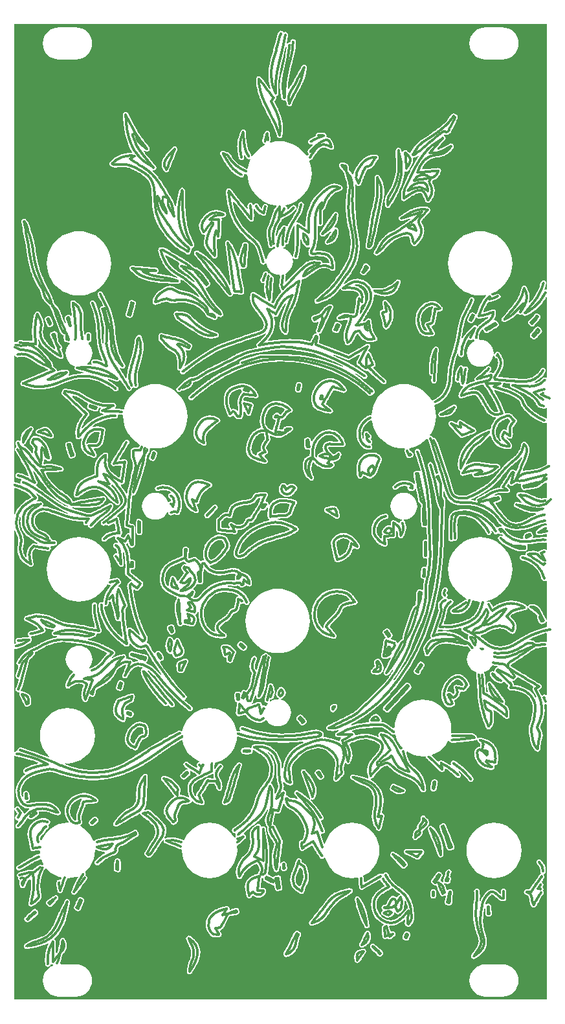
<source format=gtl>
G04 Layer_Physical_Order=1*
G04 Layer_Color=255*
%FSAX44Y44*%
%MOMM*%
G71*
G01*
G75*
%ADD10C,0.3000*%
G36*
X01697500Y01823674D02*
X01696230Y01822851D01*
X01695420Y01823012D01*
X01694958Y01822920D01*
X01694045Y01824033D01*
X01694268Y01824572D01*
X01694614Y01825774D01*
X01694622Y01825785D01*
X01694694Y01826051D01*
X01695108Y01827242D01*
X01695270Y01827693D01*
X01695731Y01829534D01*
X01696039Y01830757D01*
X01696216Y01831647D01*
X01696154Y01831955D01*
X01695944Y01833013D01*
X01695170Y01834171D01*
X01694013Y01834944D01*
X01692647Y01835216D01*
X01691281Y01834944D01*
X01690124Y01834171D01*
X01689350Y01833013D01*
X01689160Y01832562D01*
X01689160Y01832562D01*
X01687923Y01828268D01*
X01687915Y01828264D01*
X01687915D01*
X01687531Y01826930D01*
X01686831Y01825242D01*
X01686362Y01824109D01*
Y01824109D01*
X01685960Y01822908D01*
X01683127Y01817163D01*
X01679335Y01811487D01*
X01677860Y01809806D01*
X01677023Y01808852D01*
X01676262Y01807833D01*
X01676109Y01807664D01*
X01676052Y01807627D01*
X01676052Y01807626D01*
X01675860Y01807402D01*
X01675462Y01806964D01*
X01675315Y01806802D01*
X01675315Y01806801D01*
X01674813Y01806248D01*
X01674636Y01806009D01*
X01673517Y01806362D01*
X01673392Y01806423D01*
X01673478Y01806782D01*
X01673796Y01808008D01*
X01674180Y01809272D01*
X01674606Y01813599D01*
X01674180Y01817926D01*
X01673455Y01820317D01*
X01673415Y01820516D01*
X01673415Y01820516D01*
X01673415Y01820516D01*
X01673421Y01820571D01*
X01673363Y01820777D01*
X01673363Y01820778D01*
X01673288Y01820890D01*
X01672943Y01821723D01*
X01671993Y01824017D01*
X01670938Y01825739D01*
X01670655Y01826200D01*
X01670654Y01826207D01*
X01670280Y01826813D01*
X01669880Y01827365D01*
X01668723Y01828139D01*
X01667357Y01828410D01*
X01665991Y01828139D01*
X01664834Y01827365D01*
X01664060Y01826207D01*
X01663894Y01825372D01*
X01663872Y01825376D01*
X01663857Y01825189D01*
X01662488Y01819486D01*
X01661763Y01817737D01*
X01661278Y01816566D01*
Y01816566D01*
X01660787Y01815395D01*
X01659921Y01813638D01*
X01659368Y01812518D01*
X01658812Y01811395D01*
X01657002Y01808687D01*
X01657002Y01808687D01*
X01657010Y01808643D01*
X01655112Y01805967D01*
X01654353Y01804955D01*
X01654353Y01804955D01*
X01652325Y01802220D01*
X01651454Y01801292D01*
X01651454Y01801292D01*
X01649386Y01798727D01*
X01648459Y01797730D01*
X01648378Y01797668D01*
X01645157Y01794027D01*
X01645103Y01793936D01*
X01643547Y01792274D01*
X01639145Y01786910D01*
X01639002Y01786815D01*
X01638229Y01785657D01*
X01637957Y01784291D01*
X01638229Y01782926D01*
X01639002Y01781768D01*
X01640160Y01780994D01*
X01641526Y01780723D01*
X01642891Y01780994D01*
X01643123Y01781150D01*
X01646503Y01782549D01*
X01648270Y01783632D01*
X01648813Y01783954D01*
X01648851Y01783962D01*
X01649351Y01784273D01*
X01649351Y01784273D01*
X01652279Y01786229D01*
X01652285Y01786221D01*
X01652285Y01786221D01*
X01652914Y01786641D01*
X01653301Y01786980D01*
X01653987Y01787582D01*
X01654954Y01788404D01*
X01655189Y01788560D01*
X01655283Y01788701D01*
X01655885Y01789246D01*
X01656554Y01789844D01*
X01657490Y01790651D01*
X01657570Y01790704D01*
X01657611Y01790765D01*
X01658348Y01791463D01*
X01659824Y01791216D01*
X01659909Y01791160D01*
X01659970Y01791079D01*
X01660485Y01790775D01*
X01660982Y01790443D01*
X01661082Y01790423D01*
X01661169Y01790371D01*
X01661761Y01790288D01*
X01662348Y01790171D01*
X01662447Y01790191D01*
X01662548Y01790177D01*
X01663127Y01790326D01*
X01663713Y01790443D01*
X01663798Y01790499D01*
X01663896Y01790524D01*
X01664165Y01790727D01*
X01664449Y01790788D01*
X01664743Y01790789D01*
X01665561Y01790580D01*
X01665758Y01790398D01*
X01665916Y01790219D01*
X01666174Y01789833D01*
X01666371Y01789701D01*
X01666528Y01789522D01*
X01666945Y01789317D01*
X01667331Y01789059D01*
X01667565Y01789013D01*
X01667778Y01788908D01*
X01668241Y01788878D01*
X01668697Y01788788D01*
X01668930Y01788834D01*
X01669168Y01788819D01*
X01669607Y01788969D01*
X01670063Y01789059D01*
X01670260Y01789191D01*
X01670485Y01789268D01*
X01670606Y01789375D01*
X01675661Y01792168D01*
X01675678Y01792178D01*
X01675686Y01792182D01*
X01676681Y01792887D01*
X01676681Y01792887D01*
X01681571Y01796356D01*
X01686692Y01800933D01*
X01690978Y01805728D01*
X01691269Y01806055D01*
X01691751Y01806733D01*
X01691752Y01806748D01*
X01695206Y01811615D01*
X01696270Y01813541D01*
X01697500Y01813224D01*
Y01708970D01*
X01696230Y01708291D01*
X01695910Y01708505D01*
X01694545Y01708777D01*
X01693179Y01708505D01*
X01692021Y01707732D01*
X01691961Y01707691D01*
X01691085Y01706774D01*
X01688682Y01704667D01*
X01688674Y01704668D01*
X01688674Y01704668D01*
Y01704667D01*
X01686908Y01703219D01*
X01685798Y01702622D01*
X01684691Y01702030D01*
X01683918Y01701617D01*
X01681666Y01700934D01*
X01681441Y01701047D01*
X01681492Y01702443D01*
X01682199Y01702735D01*
X01686231Y01705206D01*
X01689827Y01708278D01*
X01692899Y01711874D01*
X01693721Y01713216D01*
X01694073Y01713761D01*
X01694074Y01713762D01*
X01694087Y01713827D01*
X01694394Y01714328D01*
X01695035Y01715375D01*
X01695354Y01716128D01*
X01695452Y01716273D01*
X01695723Y01717639D01*
X01695452Y01719005D01*
X01694678Y01720162D01*
X01693520Y01720936D01*
X01692155Y01721208D01*
X01690789Y01720936D01*
X01689631Y01720162D01*
X01688955Y01719150D01*
X01688898Y01719178D01*
X01688335Y01718125D01*
X01687752Y01717034D01*
Y01717034D01*
X01687030Y01716022D01*
X01684801Y01713305D01*
X01681311Y01710441D01*
X01677329Y01708313D01*
X01673009Y01707002D01*
X01670040Y01706709D01*
X01668799Y01706622D01*
X01668799Y01706622D01*
X01666723Y01706531D01*
X01665007Y01706606D01*
X01665007Y01706614D01*
X01661200Y01706763D01*
Y01706763D01*
X01657373Y01706900D01*
X01657373Y01706900D01*
Y01706900D01*
X01657361Y01706889D01*
X01653526Y01707143D01*
X01649669Y01707451D01*
X01645797Y01707799D01*
X01641905Y01708169D01*
X01638010Y01708544D01*
X01637998Y01708543D01*
X01637986Y01708546D01*
X01634543Y01708854D01*
X01633860Y01710190D01*
X01634842Y01711844D01*
X01634888Y01711973D01*
X01635928Y01713607D01*
X01635983Y01713693D01*
X01636526Y01714715D01*
X01636526Y01714715D01*
X01637953Y01717609D01*
X01638089Y01717813D01*
X01638092Y01717811D01*
X01638192Y01717966D01*
X01638225Y01718132D01*
X01638569Y01718962D01*
X01638570Y01718964D01*
X01638980Y01719955D01*
X01639350Y01720848D01*
X01639381Y01720893D01*
X01639460Y01721113D01*
X01639426Y01721124D01*
X01639434Y01721160D01*
X01640245Y01723834D01*
X01640607Y01727512D01*
X01640245Y01731190D01*
X01640193Y01731362D01*
X01639832Y01732572D01*
X01639748Y01732991D01*
X01639660Y01733123D01*
X01639459Y01733771D01*
X01639194Y01734644D01*
X01637057Y01738642D01*
X01635458Y01740591D01*
X01635251Y01740934D01*
X01635181Y01740986D01*
X01635133Y01741059D01*
X01634624Y01741399D01*
X01634132Y01741763D01*
X01634048Y01741784D01*
X01633975Y01741832D01*
X01633375Y01741952D01*
X01632781Y01742100D01*
X01632695Y01742087D01*
X01632610Y01742104D01*
X01632009Y01741984D01*
X01631404Y01741894D01*
X01631329Y01741849D01*
X01631244Y01741832D01*
X01630735Y01741492D01*
X01630211Y01741177D01*
X01630159Y01741107D01*
X01630086Y01741059D01*
X01629746Y01740550D01*
X01629382Y01740058D01*
X01628721Y01738657D01*
X01627478Y01738922D01*
X01627585Y01740000D01*
X01627247Y01743431D01*
X01626246Y01746729D01*
X01624621Y01749769D01*
X01622434Y01752434D01*
X01619769Y01754621D01*
X01616729Y01756246D01*
X01613431Y01757247D01*
X01610000Y01757585D01*
X01608790Y01757466D01*
X01608053Y01758648D01*
X01608325Y01760014D01*
X01608329Y01760183D01*
X01608316Y01761435D01*
X01608728Y01764565D01*
X01609239Y01765797D01*
X01609716Y01766948D01*
X01609716Y01766948D01*
X01610276Y01767998D01*
X01610744Y01768718D01*
X01610744Y01768718D01*
X01611486Y01769689D01*
X01612071Y01770402D01*
X01613227Y01770708D01*
X01613828Y01770556D01*
X01613836Y01770549D01*
X01613907Y01770378D01*
X01614167Y01769736D01*
X01614171Y01769732D01*
X01614173Y01769726D01*
X01614305Y01769529D01*
X01614436Y01769329D01*
X01614566Y01769133D01*
X01614566Y01769133D01*
X01614697Y01768934D01*
X01614829Y01768735D01*
X01614960Y01768536D01*
X01615222Y01768138D01*
X01615222Y01768138D01*
X01615222Y01768138D01*
X01615485Y01767740D01*
X01615942Y01767277D01*
X01616387Y01766803D01*
X01616430Y01766783D01*
X01616464Y01766750D01*
X01617063Y01766497D01*
X01617655Y01766229D01*
X01617703Y01766228D01*
X01617747Y01766209D01*
X01618397Y01766205D01*
X01619047Y01766184D01*
X01619091Y01766201D01*
X01619139Y01766201D01*
X01619741Y01766446D01*
X01620350Y01766675D01*
X01622814Y01768209D01*
X01622814Y01768209D01*
X01624046Y01768976D01*
X01624046Y01768976D01*
X01624046Y01768976D01*
X01625278Y01769743D01*
X01625278Y01769743D01*
X01625278Y01769743D01*
X01626510Y01770510D01*
X01626510Y01770510D01*
X01626510Y01770510D01*
X01627742Y01771277D01*
X01627742Y01771277D01*
X01627742Y01771277D01*
X01628973Y01772045D01*
X01628974Y01772045D01*
X01628974Y01772045D01*
X01630205Y01772812D01*
X01630205Y01772812D01*
X01630206Y01772812D01*
X01632668Y01774347D01*
X01632764Y01774437D01*
X01632884Y01774493D01*
X01633269Y01774911D01*
X01633683Y01775300D01*
X01633737Y01775420D01*
X01633827Y01775517D01*
X01634023Y01776051D01*
X01634256Y01776568D01*
X01634261Y01776701D01*
X01634306Y01776825D01*
X01634283Y01777392D01*
X01634301Y01777960D01*
X01634254Y01778084D01*
X01634248Y01778216D01*
X01634010Y01778731D01*
X01633809Y01779263D01*
X01633718Y01779359D01*
X01633663Y01779479D01*
X01633500Y01779702D01*
X01633498Y01779703D01*
X01633497Y01779706D01*
X01633335Y01779928D01*
X01633333Y01779929D01*
X01633332Y01779932D01*
X01633169Y01780153D01*
X01633168Y01780155D01*
X01633167Y01780157D01*
X01633004Y01780378D01*
X01633002Y01780379D01*
X01633002Y01780381D01*
X01632839Y01780602D01*
X01632838Y01780603D01*
X01632837Y01780604D01*
X01632674Y01780825D01*
X01632673Y01780826D01*
X01632673Y01780827D01*
X01632509Y01781048D01*
X01632509Y01781048D01*
X01632509Y01781049D01*
X01632345Y01781270D01*
X01632345Y01781271D01*
X01632344Y01781271D01*
X01632016Y01781715D01*
X01631572Y01782118D01*
X01631151Y01782545D01*
X01631059Y01782584D01*
X01630986Y01782651D01*
X01630421Y01782854D01*
X01629868Y01783087D01*
X01629769Y01783088D01*
X01629675Y01783121D01*
X01629076Y01783093D01*
X01628763Y01783095D01*
X01628358Y01783493D01*
X01628253Y01783656D01*
X01628006Y01784274D01*
X01628425Y01785058D01*
X01629037Y01786162D01*
X01629129Y01786299D01*
X01629143Y01786371D01*
X01629387Y01786852D01*
X01629520Y01787293D01*
X01629915Y01788595D01*
X01630087Y01789162D01*
X01630095Y01789174D01*
X01630096Y01789175D01*
X01630298Y01789801D01*
X01630366Y01790027D01*
X01630468Y01791056D01*
X01630748Y01793900D01*
X01630743Y01793900D01*
X01630728Y01793919D01*
X01630610Y01794511D01*
X01630524Y01795108D01*
X01630475Y01795190D01*
X01630456Y01795284D01*
X01630121Y01795786D01*
X01629813Y01796305D01*
X01629736Y01796362D01*
X01629683Y01796442D01*
X01629181Y01796777D01*
X01628698Y01797139D01*
X01628605Y01797162D01*
X01628525Y01797216D01*
X01627933Y01797333D01*
X01627349Y01797482D01*
X01627254Y01797468D01*
X01627159Y01797487D01*
X01626568Y01797370D01*
X01625971Y01797283D01*
X01624876Y01796897D01*
X01624867Y01796891D01*
X01624857Y01796890D01*
X01623806Y01796512D01*
X01623800Y01796508D01*
X01623794Y01796508D01*
X01622781Y01796139D01*
X01622780Y01796138D01*
X01622779Y01796138D01*
X01621804Y01795783D01*
X01620863Y01795443D01*
X01619956Y01795120D01*
X01619421Y01794936D01*
X01618200Y01794583D01*
X01618200Y01794583D01*
X01617753Y01794432D01*
X01616553Y01794060D01*
X01615745Y01793866D01*
X01615001Y01793653D01*
X01614981Y01793649D01*
X01614815Y01793759D01*
X01614046Y01794710D01*
X01615974Y01799366D01*
X01616583Y01800481D01*
X01617185Y01801571D01*
X01618123Y01803267D01*
X01618704Y01804397D01*
X01618920Y01804721D01*
X01619622Y01805766D01*
X01619622Y01805766D01*
X01619622D01*
X01620401Y01806700D01*
X01620723Y01807025D01*
X01621325Y01806906D01*
X01621920Y01806758D01*
X01622005Y01806770D01*
X01622088Y01806754D01*
X01622690Y01806874D01*
X01623297Y01806965D01*
X01629459Y01809184D01*
X01629474Y01809193D01*
X01629491Y01809196D01*
X01634445Y01811033D01*
X01635631Y01811763D01*
X01636448Y01812891D01*
X01636770Y01814245D01*
X01636550Y01815620D01*
X01635820Y01816806D01*
X01634693Y01817623D01*
X01633338Y01817945D01*
X01631963Y01817725D01*
X01627025Y01815893D01*
X01626893Y01815846D01*
X01625646Y01815598D01*
X01625285Y01816077D01*
X01624953Y01816575D01*
X01624869Y01816631D01*
X01624809Y01816711D01*
X01624679Y01816788D01*
X01624709Y01817911D01*
X01624834Y01818182D01*
X01626107Y01818614D01*
X01631045Y01821049D01*
X01635623Y01824108D01*
X01639762Y01827738D01*
X01643392Y01831877D01*
X01646451Y01836455D01*
X01648886Y01841393D01*
X01650656Y01846606D01*
X01651730Y01852006D01*
X01652090Y01857500D01*
X01651730Y01862994D01*
X01650656Y01868394D01*
X01648886Y01873607D01*
X01646451Y01878545D01*
X01643392Y01883123D01*
X01639762Y01887262D01*
X01635623Y01890892D01*
X01631045Y01893951D01*
X01626107Y01896386D01*
X01620894Y01898156D01*
X01615494Y01899230D01*
X01610000Y01899590D01*
X01604506Y01899230D01*
X01599106Y01898156D01*
X01593893Y01896386D01*
X01588955Y01893951D01*
X01584377Y01890892D01*
X01580238Y01887262D01*
X01576608Y01883123D01*
X01573549Y01878545D01*
X01571114Y01873607D01*
X01569344Y01868394D01*
X01568270Y01862994D01*
X01567910Y01857500D01*
X01568270Y01852006D01*
X01569344Y01846606D01*
X01571114Y01841393D01*
X01573549Y01836455D01*
X01576608Y01831877D01*
X01580238Y01827738D01*
X01584377Y01824108D01*
X01588955Y01821049D01*
X01593893Y01818614D01*
X01599106Y01816844D01*
X01604506Y01815770D01*
X01610000Y01815410D01*
X01615494Y01815770D01*
X01617186Y01816107D01*
X01617333Y01815782D01*
X01617581Y01814895D01*
X01617217Y01814440D01*
X01617175Y01814412D01*
X01616988Y01814133D01*
X01616988Y01814133D01*
X01616954Y01814082D01*
X01615300Y01812145D01*
X01615308Y01812139D01*
X01613619Y01809611D01*
X01613617Y01809612D01*
X01612479Y01807909D01*
X01612106Y01807351D01*
X01611840Y01806811D01*
X01611669Y01806414D01*
X01611642Y01806274D01*
X01610208Y01803680D01*
X01610207Y01803680D01*
X01609567Y01802521D01*
X01606227Y01794458D01*
X01605404Y01791601D01*
X01604166Y01791349D01*
X01604080Y01791361D01*
X01603546Y01791782D01*
X01603016Y01792208D01*
X01602703Y01792371D01*
X01602700Y01792372D01*
X01602697Y01792374D01*
X01602541Y01792455D01*
X01602539Y01792456D01*
X01602538Y01792457D01*
X01602381Y01792538D01*
X01602380Y01792539D01*
X01602379Y01792539D01*
X01602222Y01792620D01*
X01602221Y01792621D01*
X01602221Y01792621D01*
X01601907Y01792783D01*
X01601750Y01792865D01*
X01601594Y01792945D01*
X01601439Y01793026D01*
X01600792Y01793214D01*
X01600146Y01793410D01*
X01600124Y01793407D01*
X01600102Y01793414D01*
X01599431Y01793340D01*
X01598761Y01793274D01*
X01598740Y01793263D01*
X01598718Y01793261D01*
X01598126Y01792935D01*
X01597532Y01792618D01*
X01597518Y01792600D01*
X01597498Y01792589D01*
X01597076Y01792063D01*
X01596649Y01791542D01*
X01596002Y01790333D01*
X01596001Y01790333D01*
X01595354Y01789123D01*
X01595354Y01789123D01*
X01595031Y01788519D01*
X01595031Y01788518D01*
X01594707Y01787914D01*
X01594707Y01787914D01*
X01594384Y01787309D01*
X01594384Y01787309D01*
X01594384Y01787309D01*
X01594060Y01786704D01*
X01594060Y01786703D01*
X01594060Y01786703D01*
X01593737Y01786098D01*
X01593737Y01786098D01*
X01593737Y01786098D01*
X01593413Y01785493D01*
X01593404Y01785465D01*
X01593386Y01785441D01*
X01593203Y01784800D01*
X01593009Y01784161D01*
X01593012Y01784131D01*
X01593004Y01784102D01*
X01593080Y01783439D01*
X01593145Y01782775D01*
X01593159Y01782749D01*
X01593163Y01782719D01*
X01593487Y01782136D01*
X01593801Y01781547D01*
X01593824Y01781528D01*
X01593839Y01781502D01*
X01594361Y01781087D01*
X01594878Y01780664D01*
X01594906Y01780655D01*
X01594930Y01780636D01*
X01595267Y01780463D01*
X01595269Y01780462D01*
X01595271Y01780461D01*
X01595440Y01780374D01*
X01595441Y01780374D01*
X01595441Y01780374D01*
X01595610Y01780287D01*
X01595611Y01780287D01*
X01595611Y01780287D01*
X01595779Y01780201D01*
X01595947Y01780115D01*
X01596117Y01780028D01*
X01596280Y01779944D01*
X01596449Y01779857D01*
X01596616Y01779771D01*
X01596627Y01779768D01*
X01596636Y01779761D01*
X01597296Y01779575D01*
X01597954Y01779385D01*
X01597965Y01779386D01*
X01597976Y01779383D01*
X01598654Y01779464D01*
X01599338Y01779540D01*
X01599348Y01779546D01*
X01599359Y01779547D01*
X01599956Y01779882D01*
X01600557Y01780214D01*
X01600564Y01780222D01*
X01600573Y01780228D01*
X01600998Y01780767D01*
X01601425Y01781302D01*
X01601428Y01781313D01*
X01601435Y01781322D01*
X01602057Y01782543D01*
X01602368Y01783153D01*
X01602679Y01783762D01*
X01602990Y01784372D01*
X01603923Y01786202D01*
X01603923Y01786202D01*
X01603923Y01786202D01*
X01603969Y01786292D01*
X01604483Y01786413D01*
X01605290Y01786428D01*
X01605436Y01786374D01*
X01605466Y01786345D01*
X01605657Y01786059D01*
X01605956Y01785859D01*
X01606210Y01785607D01*
X01606529Y01785476D01*
X01606815Y01785285D01*
X01607167Y01785215D01*
X01607499Y01785079D01*
X01607843Y01785081D01*
X01608181Y01785014D01*
X01608533Y01785084D01*
X01608892Y01785085D01*
X01610879Y01785489D01*
X01611832Y01785676D01*
X01612783Y01785862D01*
X01612788Y01785864D01*
X01612793D01*
X01613727Y01786049D01*
X01613737Y01786054D01*
X01613749Y01786054D01*
X01614669Y01786242D01*
X01614685Y01786249D01*
X01614702Y01786249D01*
X01615610Y01786444D01*
X01615632Y01786454D01*
X01615656Y01786454D01*
X01616295Y01786600D01*
X01616552Y01786659D01*
X01617532Y01786890D01*
X01618013Y01786998D01*
X01618014Y01786998D01*
X01618017Y01786999D01*
X01618495Y01787157D01*
X01618752Y01787244D01*
X01619749Y01787583D01*
X01619880Y01787467D01*
X01620022Y01786045D01*
X01619907Y01785762D01*
X01619864Y01785723D01*
X01618926Y01784953D01*
X01618926Y01784953D01*
X01618927Y01784952D01*
X01617914Y01784120D01*
X01617871Y01784126D01*
X01617871Y01784126D01*
X01614333Y01781590D01*
X01613353Y01780890D01*
X01612864Y01780563D01*
X01612838Y01780525D01*
X01612372Y01780193D01*
X01610996Y01779218D01*
X01610996Y01779218D01*
X01610995Y01779217D01*
X01610107Y01778368D01*
X01608913Y01777348D01*
X01608811Y01777280D01*
X01608739Y01777232D01*
X01608688Y01777198D01*
X01608644Y01777132D01*
X01607884Y01776460D01*
X01607578Y01776102D01*
X01606945Y01775392D01*
X01606849Y01775328D01*
X01605857Y01775350D01*
X01605533Y01775422D01*
X01605464Y01775525D01*
X01604306Y01776299D01*
X01602941Y01776570D01*
X01601575Y01776299D01*
X01600670Y01775694D01*
X01600666Y01775699D01*
X01600417Y01775525D01*
X01600336Y01775403D01*
X01599728Y01774860D01*
X01599727Y01774859D01*
X01596397Y01771884D01*
X01593573Y01768724D01*
X01593384Y01768597D01*
X01593244Y01768389D01*
X01593244Y01768389D01*
X01593130Y01768218D01*
X01591169Y01765981D01*
X01590190Y01764517D01*
X01590190Y01764516D01*
X01590193Y01764514D01*
X01588201Y01761533D01*
X01587534Y01760535D01*
X01587164Y01759783D01*
X01586262Y01759415D01*
X01585564Y01759407D01*
X01585477Y01759473D01*
X01585762Y01761087D01*
X01585762Y01761093D01*
X01585764Y01761099D01*
X01586043Y01762714D01*
Y01762715D01*
X01586044Y01762715D01*
X01586322Y01764325D01*
X01586603Y01765926D01*
X01586891Y01767509D01*
X01587192Y01769081D01*
X01587516Y01770666D01*
X01587516Y01770670D01*
X01587518Y01770674D01*
X01588173Y01773920D01*
X01588173Y01773929D01*
X01588177Y01773937D01*
X01588496Y01775558D01*
X01588819Y01777156D01*
X01589162Y01778758D01*
X01589165Y01778995D01*
X01589174Y01779046D01*
X01589521Y01780269D01*
X01589628Y01780759D01*
X01589880Y01781778D01*
X01590369Y01783218D01*
X01590369Y01783218D01*
X01590371Y01783225D01*
X01590716Y01784377D01*
X01590816Y01784638D01*
X01590816D01*
X01590816Y01784638D01*
X01591369Y01785972D01*
X01591369Y01785972D01*
X01591369D01*
X01592674Y01789122D01*
X01593295Y01790246D01*
X01593325Y01790243D01*
X01593325Y01790243D01*
X01594441Y01792386D01*
X01594441Y01792386D01*
X01594441Y01792387D01*
X01594418Y01792462D01*
X01595558Y01794592D01*
X01596739Y01796781D01*
X01596743Y01796795D01*
X01596752Y01796806D01*
X01597336Y01797909D01*
X01597932Y01799024D01*
X01598489Y01800201D01*
X01599102Y01801311D01*
X01599303Y01801675D01*
X01599654Y01802522D01*
X01600168Y01803683D01*
X01600218Y01803758D01*
X01600228Y01803806D01*
X01600715Y01804811D01*
X01600756Y01804894D01*
X01601121Y01805970D01*
X01601159Y01806027D01*
X01601176Y01806112D01*
X01601176Y01806112D01*
X01601198Y01806225D01*
X01602019Y01808641D01*
X01602032Y01808637D01*
X01602244Y01809704D01*
X01602218Y01809835D01*
X01601972Y01811070D01*
X01601199Y01812227D01*
X01600041Y01813001D01*
X01598675Y01813273D01*
X01597310Y01813001D01*
X01596152Y01812227D01*
X01595379Y01811070D01*
X01595310Y01810774D01*
X01594952Y01809831D01*
X01594489Y01808696D01*
Y01808696D01*
X01594145Y01807671D01*
X01593624Y01806587D01*
D01*
X01593123Y01805426D01*
X01592627Y01804477D01*
X01592627Y01804477D01*
X01591632Y01802374D01*
X01591608Y01802343D01*
X01590451Y01800157D01*
X01589274Y01797975D01*
X01589272Y01797970D01*
X01589268Y01797965D01*
X01588091Y01795766D01*
X01587988Y01795426D01*
X01587022Y01793571D01*
X01586951Y01793464D01*
X01586935Y01793472D01*
X01586798Y01793235D01*
X01586795Y01793219D01*
X01586242Y01792220D01*
X01585263Y01789856D01*
X01584725Y01788734D01*
X01584723Y01788730D01*
X01584721Y01788722D01*
X01584313Y01787561D01*
X01584209Y01787310D01*
X01584139Y01787206D01*
X01584093Y01787030D01*
X01584104Y01787026D01*
X01584055Y01786780D01*
X01583723Y01785805D01*
X01583622Y01785654D01*
X01583558Y01785331D01*
X01583558Y01785331D01*
X01583556Y01785321D01*
X01582992Y01783659D01*
X01582992D01*
X01582711Y01782442D01*
X01582594Y01781958D01*
X01582337Y01780714D01*
X01582274Y01780464D01*
X01582183Y01780252D01*
X01581836Y01778630D01*
X01581835Y01778610D01*
X01581827Y01778591D01*
X01581498Y01776963D01*
X01581498Y01776953D01*
X01581495Y01776945D01*
X01581176Y01775324D01*
X01580524Y01772094D01*
X01580195Y01770490D01*
X01580195Y01770467D01*
X01580187Y01770446D01*
X01579878Y01768837D01*
X01579879Y01768820D01*
X01579872Y01768804D01*
X01579579Y01767191D01*
X01579579Y01767180D01*
X01579575Y01767170D01*
X01579291Y01765555D01*
X01579291Y01765550D01*
X01579289Y01765545D01*
X01579011Y01763930D01*
X01578732Y01762322D01*
X01578451Y01760723D01*
X01578158Y01759123D01*
X01578159Y01759068D01*
X01577483Y01756021D01*
X01577483Y01756021D01*
X01577520Y01755963D01*
X01576460Y01751734D01*
X01576460Y01751734D01*
X01576460Y01751734D01*
X01576475Y01751709D01*
X01575270Y01747435D01*
X01575270Y01747435D01*
X01575270Y01747435D01*
X01575303Y01747373D01*
X01574010Y01743088D01*
X01572660Y01738739D01*
X01572659Y01738728D01*
X01572654Y01738719D01*
X01571324Y01734342D01*
X01571299Y01734326D01*
X01571294Y01734327D01*
X01571135Y01733851D01*
X01570946Y01733109D01*
X01570416Y01731034D01*
X01570009Y01729828D01*
X01570009Y01729828D01*
X01569257Y01726439D01*
X01568955Y01725205D01*
X01568955Y01725205D01*
X01568436Y01723132D01*
X01568043Y01720479D01*
X01568043Y01720479D01*
X01567941Y01719897D01*
X01567947Y01719870D01*
X01567845Y01719224D01*
X01567411Y01716664D01*
X01567077Y01710727D01*
X01567051Y01710594D01*
X01567036Y01710595D01*
X01566863Y01707946D01*
X01566778Y01706689D01*
X01566778Y01706689D01*
X01566640Y01704570D01*
X01566296Y01702842D01*
X01566293D01*
X01566293Y01702842D01*
X01565795Y01700339D01*
X01565484Y01699111D01*
X01565484D01*
X01564960Y01696929D01*
X01564382Y01695535D01*
X01564382D01*
X01563923Y01694361D01*
X01562969Y01692060D01*
X01560794Y01688510D01*
X01558090Y01685344D01*
X01554924Y01682640D01*
X01551374Y01680464D01*
X01549388Y01679642D01*
X01549408Y01679595D01*
X01549402Y01679584D01*
X01548245Y01678811D01*
X01547952Y01678373D01*
X01546489Y01678469D01*
X01546451Y01678545D01*
X01543392Y01683123D01*
X01539762Y01687262D01*
X01535623Y01690892D01*
X01531045Y01693951D01*
X01526107Y01696386D01*
X01520894Y01698156D01*
X01515494Y01699230D01*
X01510000Y01699590D01*
X01504506Y01699230D01*
X01499106Y01698156D01*
X01493893Y01696386D01*
X01488955Y01693951D01*
X01484377Y01690892D01*
X01480238Y01687262D01*
X01476608Y01683123D01*
X01473549Y01678545D01*
X01471114Y01673607D01*
X01469344Y01668394D01*
X01468270Y01662994D01*
X01468069Y01659925D01*
X01466735Y01658994D01*
X01466246Y01659091D01*
X01464954Y01658834D01*
X01464971Y01658788D01*
X01462560Y01657789D01*
X01459034Y01655628D01*
X01455889Y01652942D01*
X01453203Y01649797D01*
X01451042Y01646271D01*
X01449459Y01642449D01*
X01448578Y01638781D01*
X01448551Y01638787D01*
X01448139Y01634610D01*
X01448579Y01630148D01*
X01449079Y01628500D01*
X01449422Y01627306D01*
X01449397Y01627271D01*
X01449468Y01627071D01*
X01449468Y01627071D01*
X01449498Y01627027D01*
X01449852Y01626173D01*
X01450271Y01625162D01*
X01450624Y01624266D01*
X01450653Y01624120D01*
X01450725Y01624009D01*
X01450725Y01624009D01*
X01452270Y01621118D01*
X01452270Y01621118D01*
X01452521Y01620685D01*
X01452994Y01620110D01*
X01454075Y01618792D01*
X01454161Y01618663D01*
X01454158Y01618661D01*
X01454276Y01618492D01*
X01454301Y01618474D01*
X01454648Y01618022D01*
X01455018Y01617738D01*
X01457549Y01615796D01*
X01458818Y01615271D01*
X01459095Y01615085D01*
X01459107Y01615078D01*
X01459451Y01615009D01*
X01460798Y01614451D01*
X01460932Y01614396D01*
X01460933Y01614396D01*
X01462035Y01614205D01*
X01462036Y01614205D01*
X01465165Y01613897D01*
X01465165Y01613897D01*
X01465193Y01613901D01*
X01466558Y01614173D01*
X01467716Y01614947D01*
X01468490Y01616104D01*
X01468761Y01617470D01*
X01468490Y01618836D01*
X01467791Y01619881D01*
X01467716Y01619993D01*
X01467924Y01621382D01*
X01467970Y01621412D01*
X01468744Y01622570D01*
X01469015Y01623936D01*
X01468744Y01625301D01*
X01467970Y01626459D01*
X01467381Y01626853D01*
X01467441Y01626943D01*
X01467225Y01627109D01*
X01467139Y01627298D01*
X01467112Y01628796D01*
X01467559Y01629368D01*
X01467932Y01630709D01*
X01467764Y01632091D01*
X01467079Y01633304D01*
X01466451Y01634034D01*
X01466451Y01634034D01*
X01465831Y01634754D01*
X01465831Y01634754D01*
X01465831Y01634754D01*
X01465205Y01635482D01*
X01465205Y01635482D01*
X01465205Y01635482D01*
X01464557Y01636234D01*
X01464557Y01636235D01*
X01464557Y01636235D01*
X01463872Y01637030D01*
X01463766Y01637113D01*
X01463691Y01637225D01*
X01463221Y01637539D01*
X01462775Y01637888D01*
X01462646Y01637924D01*
X01462534Y01637999D01*
X01461979Y01638109D01*
X01461434Y01638260D01*
X01461300Y01638244D01*
X01461168Y01638270D01*
X01460613Y01638160D01*
X01460052Y01638091D01*
X01459934Y01638025D01*
X01459802Y01637999D01*
X01459332Y01637684D01*
X01458840Y01637406D01*
X01458757Y01637300D01*
X01458645Y01637225D01*
X01458330Y01636755D01*
X01457982Y01636309D01*
X01457946Y01636180D01*
X01457871Y01636067D01*
X01457761Y01635513D01*
X01457609Y01634968D01*
X01457640Y01634716D01*
X01457446Y01632747D01*
X01457784Y01629311D01*
X01457824Y01629182D01*
X01457923Y01628842D01*
X01457872Y01628754D01*
X01456460Y01628844D01*
X01456170Y01629544D01*
X01456194Y01629597D01*
X01456194Y01629597D01*
X01456194Y01629597D01*
X01455603Y01631545D01*
X01455301Y01634610D01*
X01455467Y01636296D01*
X01455602Y01637530D01*
D01*
X01455864Y01638751D01*
X01456749Y01641668D01*
X01458527Y01644995D01*
X01460920Y01647911D01*
X01463836Y01650304D01*
X01466998Y01651994D01*
X01467220Y01651996D01*
X01467414Y01651938D01*
X01468232Y01651471D01*
X01468422Y01651240D01*
X01469344Y01646606D01*
X01471114Y01641393D01*
X01473549Y01636455D01*
X01476608Y01631877D01*
X01480238Y01627738D01*
X01484377Y01624108D01*
X01488955Y01621049D01*
X01493893Y01618614D01*
X01499106Y01616844D01*
X01504506Y01615770D01*
X01510000Y01615410D01*
X01510853Y01615466D01*
X01511530Y01614237D01*
X01511321Y01613951D01*
X01510993Y01612598D01*
X01511209Y01611222D01*
X01513459Y01605090D01*
X01513488Y01605043D01*
X01513498Y01604989D01*
X01513850Y01604451D01*
X01514185Y01603902D01*
X01514229Y01603869D01*
X01514259Y01603824D01*
X01514790Y01603460D01*
X01515310Y01603081D01*
X01515363Y01603068D01*
X01515408Y01603037D01*
X01516038Y01602905D01*
X01516664Y01602754D01*
X01516718Y01602762D01*
X01516771Y01602751D01*
X01517403Y01602870D01*
X01518039Y01602969D01*
X01518086Y01602998D01*
X01518139Y01603008D01*
X01518374Y01603102D01*
X01518609Y01603196D01*
X01518610D01*
X01518848Y01603292D01*
X01518848Y01603292D01*
X01519083Y01603385D01*
X01519321Y01603480D01*
X01519557Y01603574D01*
X01519558Y01603574D01*
X01519796Y01603669D01*
X01519796Y01603669D01*
X01520035Y01603764D01*
X01520035Y01603764D01*
X01520036Y01603764D01*
X01520513Y01603955D01*
X01520525Y01603962D01*
X01520538Y01603965D01*
X01521106Y01604339D01*
X01521682Y01604712D01*
X01521689Y01604723D01*
X01521701Y01604731D01*
X01522083Y01605295D01*
X01522471Y01605859D01*
X01522474Y01605872D01*
X01522482Y01605883D01*
X01522619Y01606552D01*
X01522762Y01607220D01*
X01522759Y01607234D01*
X01522762Y01607247D01*
X01522634Y01607917D01*
X01522509Y01608590D01*
X01522502Y01608601D01*
X01522499Y01608615D01*
X01522006Y01609827D01*
X01521240Y01610990D01*
X01520088Y01611771D01*
X01518724Y01612051D01*
X01518522Y01612012D01*
X01517909Y01613681D01*
X01517184Y01614870D01*
X01517545Y01616178D01*
X01520894Y01616844D01*
X01526107Y01618614D01*
X01531045Y01621049D01*
X01535623Y01624108D01*
X01539762Y01627738D01*
X01540063Y01628081D01*
X01541389Y01627666D01*
X01541406Y01627514D01*
X01543550Y01620829D01*
Y01620829D01*
X01545682Y01614134D01*
X01547802Y01607444D01*
X01549917Y01600743D01*
X01549917Y01600743D01*
X01552028Y01594044D01*
X01554139Y01587342D01*
X01554139Y01587341D01*
X01554140Y01587341D01*
X01555213Y01583936D01*
X01554977Y01583327D01*
X01554306Y01582588D01*
X01554160Y01582573D01*
X01554027Y01582501D01*
X01553878Y01582473D01*
X01553672Y01582390D01*
X01553468Y01582309D01*
X01553289Y01582237D01*
X01553263Y01582228D01*
X01552545Y01582384D01*
X01552136Y01582574D01*
X01551994Y01582677D01*
X01551873Y01582807D01*
X01551759Y01582994D01*
X01549331Y01591706D01*
X01548142Y01595152D01*
X01548142Y01595152D01*
X01548078Y01595419D01*
X01547304Y01596577D01*
X01546146Y01597350D01*
X01544780Y01597622D01*
X01543415Y01597350D01*
X01542257Y01596577D01*
X01541484Y01595419D01*
X01541212Y01594053D01*
X01541430Y01592959D01*
X01541366Y01592938D01*
X01542523Y01589584D01*
X01546713Y01574554D01*
X01549988Y01559299D01*
X01551223Y01551187D01*
X01551223Y01551187D01*
X01551223D01*
X01551515Y01549993D01*
X01552133Y01547419D01*
X01552052Y01547397D01*
X01552068Y01547318D01*
X01552248Y01546789D01*
X01552249Y01546786D01*
X01552650Y01545598D01*
X01552714Y01545273D01*
X01552770Y01545191D01*
X01553006Y01544386D01*
X01553174Y01543804D01*
X01553174Y01543804D01*
X01553181Y01543786D01*
X01553657Y01542664D01*
X01553749Y01542405D01*
X01553808Y01542049D01*
X01554429Y01540389D01*
X01554436Y01540377D01*
X01554439Y01540363D01*
X01555072Y01538710D01*
X01555698Y01537071D01*
X01556306Y01535427D01*
X01556359Y01535341D01*
X01556583Y01534799D01*
X01556685Y01534447D01*
X01556214Y01520188D01*
X01556216Y01520174D01*
X01556213Y01520160D01*
X01556025Y01512643D01*
X01556025Y01512642D01*
X01556025Y01512642D01*
X01555841Y01505130D01*
X01555633Y01497633D01*
X01555373Y01490158D01*
X01555035Y01482704D01*
X01554593Y01475322D01*
X01554538Y01475274D01*
X01554538Y01475274D01*
X01554538Y01475274D01*
X01553995Y01467906D01*
X01553957Y01467874D01*
X01553957D01*
X01553440Y01461746D01*
X01553304Y01460485D01*
X01553252Y01460101D01*
X01553253Y01460097D01*
X01551018Y01443120D01*
X01547566Y01424494D01*
X01543540Y01407725D01*
X01543446Y01407669D01*
X01543446D01*
X01541865Y01401538D01*
X01536782Y01385591D01*
X01532915Y01375459D01*
X01532469Y01374292D01*
X01531999Y01373113D01*
X01527713Y01362765D01*
X01520826Y01348619D01*
X01513096Y01334915D01*
X01504554Y01321703D01*
X01497888Y01312643D01*
X01496593Y01313027D01*
X01496587Y01313129D01*
X01497793Y01314910D01*
X01497800Y01314925D01*
X01497811Y01314937D01*
X01499002Y01316731D01*
X01499004Y01316736D01*
X01499008Y01316739D01*
X01500188Y01318527D01*
X01501368Y01320303D01*
X01502563Y01322062D01*
X01502693Y01322368D01*
X01505714Y01326720D01*
X01511359Y01336233D01*
X01511808Y01336990D01*
X01511983Y01337339D01*
X01512533Y01338486D01*
X01513741Y01340642D01*
X01518511Y01350990D01*
X01519426Y01353470D01*
X01519519Y01353609D01*
X01519534Y01353683D01*
X01519534Y01353683D01*
X01519572Y01353876D01*
X01522224Y01361064D01*
X01522263Y01361169D01*
X01522581Y01362272D01*
X01522581Y01362272D01*
X01524225Y01366866D01*
X01524689Y01368046D01*
X01525883Y01370927D01*
X01525883Y01370927D01*
X01525883Y01370927D01*
X01525855Y01370997D01*
X01527093Y01373846D01*
X01528401Y01376747D01*
X01529737Y01379666D01*
X01529738Y01379668D01*
X01529739Y01379670D01*
X01531076Y01382601D01*
X01531080Y01382616D01*
X01531089Y01382628D01*
X01532401Y01385569D01*
X01532442Y01385750D01*
X01533508Y01388323D01*
X01533700Y01388610D01*
X01533700D01*
X01533703Y01388615D01*
X01533771Y01388959D01*
X01534424Y01390535D01*
X01534840Y01391513D01*
X01534896Y01391597D01*
X01534914Y01391687D01*
X01534914Y01391687D01*
X01534931Y01391773D01*
X01535316Y01392876D01*
X01537224Y01398046D01*
X01537658Y01399223D01*
X01537590Y01399250D01*
X01537620Y01399404D01*
X01538400Y01401878D01*
X01538635Y01402621D01*
X01538694Y01402709D01*
X01538781Y01403084D01*
X01539156Y01404287D01*
X01539533Y01405483D01*
X01539861Y01406958D01*
X01539819Y01406969D01*
Y01406969D01*
X01539819D01*
X01539836Y01407056D01*
X01540795Y01410884D01*
X01540795D01*
X01540997Y01411745D01*
X01541054Y01412128D01*
X01542062Y01418923D01*
X01542108Y01418918D01*
X01542556Y01426890D01*
X01542367Y01430247D01*
X01542406Y01431474D01*
X01542406Y01431474D01*
X01542406D01*
X01542262Y01432945D01*
X01542474Y01435104D01*
X01542474D01*
X01542475Y01435117D01*
X01542475Y01435117D01*
X01542626Y01437028D01*
X01542865Y01438250D01*
X01543009Y01438975D01*
X01543005Y01438976D01*
X01543135Y01439740D01*
X01543415Y01440979D01*
X01543870Y01443031D01*
X01543870Y01443031D01*
X01543870D01*
X01543835Y01443087D01*
X01544328Y01445139D01*
X01544841Y01447252D01*
X01544841Y01447269D01*
X01544848Y01447285D01*
X01545339Y01449395D01*
X01545346Y01449603D01*
X01545808Y01451446D01*
X01545833Y01451614D01*
X01546062Y01452863D01*
X01546173Y01453367D01*
X01547499Y01463435D01*
X01547592Y01465564D01*
X01547634Y01465601D01*
X01547634D01*
X01547897Y01472308D01*
X01547944Y01472542D01*
X01547944D01*
X01547962Y01472634D01*
X01547909Y01472900D01*
X01548065Y01477681D01*
X01548010Y01479371D01*
X01548019Y01479415D01*
X01548003Y01479498D01*
X01547821Y01485987D01*
X01547876Y01486338D01*
X01547612Y01493123D01*
X01547609Y01493136D01*
X01547611Y01493150D01*
X01547297Y01499928D01*
X01547007Y01506662D01*
X01547037Y01506694D01*
X01547037Y01506694D01*
X01547037Y01506694D01*
X01546861Y01513409D01*
X01546850Y01513408D01*
X01546711Y01517630D01*
X01546792Y01520081D01*
X01546792D01*
X01546799Y01521351D01*
X01546855Y01523197D01*
X01546372Y01539199D01*
X01544923Y01555143D01*
X01542514Y01570970D01*
X01539154Y01586624D01*
X01534855Y01602045D01*
X01533654Y01605525D01*
X01533654Y01605525D01*
X01533629Y01605597D01*
X01533591Y01605792D01*
X01533535Y01605876D01*
X01533246Y01606725D01*
X01532436Y01609292D01*
X01531531Y01611478D01*
X01531095Y01612657D01*
X01531086Y01612705D01*
X01530312Y01613862D01*
X01529154Y01614636D01*
X01527789Y01614908D01*
X01526423Y01614636D01*
X01525265Y01613862D01*
X01524492Y01612705D01*
X01524220Y01611339D01*
X01524482Y01610021D01*
X01524429Y01610000D01*
X01525733Y01606853D01*
X01526852Y01603301D01*
X01526879Y01603310D01*
X01528047Y01599924D01*
X01531808Y01586432D01*
X01530674Y01585771D01*
X01530545Y01585900D01*
X01530530Y01585907D01*
X01530518Y01585918D01*
X01529887Y01586173D01*
X01529259Y01586434D01*
X01529242D01*
X01529227Y01586440D01*
X01528546Y01586434D01*
X01527866Y01586434D01*
X01527616Y01586385D01*
X01527616Y01586384D01*
X01527615D01*
X01527365Y01586335D01*
X01527365D01*
X01527114Y01586285D01*
X01527114Y01586285D01*
X01527113D01*
X01526863Y01586235D01*
X01526863Y01586235D01*
X01526612Y01586185D01*
X01526612Y01586185D01*
X01526612D01*
X01526362Y01586135D01*
X01526361Y01586135D01*
X01526361D01*
X01525363Y01585936D01*
X01524757Y01585685D01*
X01524146Y01585448D01*
X01524115Y01585419D01*
X01524076Y01585403D01*
X01523613Y01584939D01*
X01523139Y01584487D01*
X01523122Y01584448D01*
X01523092Y01584418D01*
X01522841Y01583813D01*
X01522577Y01583213D01*
X01522576Y01583171D01*
X01522560Y01583131D01*
X01522560Y01582476D01*
X01522545Y01581821D01*
X01523149Y01578366D01*
X01523748Y01574913D01*
X01524347Y01571454D01*
X01524348Y01571453D01*
X01524348Y01571452D01*
X01524705Y01569397D01*
X01523525Y01568877D01*
X01523330Y01569159D01*
X01523329Y01569160D01*
X01523146Y01569365D01*
X01523099Y01569426D01*
X01523099Y01569426D01*
X01523072Y01569456D01*
X01522750Y01569866D01*
X01522748Y01569869D01*
X01522578Y01570000D01*
X01522059Y01570427D01*
X01522000Y01570467D01*
X01521775Y01570649D01*
X01521775Y01570650D01*
X01521083Y01571143D01*
X01520822Y01571333D01*
X01520454Y01571614D01*
X01519370Y01572144D01*
X01519370Y01572144D01*
X01518011Y01572556D01*
X01517406Y01572740D01*
X01517308Y01572806D01*
X01517306Y01572806D01*
X01516797Y01572932D01*
X01515730Y01573255D01*
X01515587Y01573270D01*
X01511244Y01573697D01*
X01510242Y01573599D01*
X01509470Y01573533D01*
X01509331Y01573561D01*
X01508984Y01573492D01*
X01507728Y01573351D01*
X01506660Y01573246D01*
X01505209Y01572806D01*
X01503988Y01572457D01*
X01503728Y01572405D01*
X01503636Y01572344D01*
X01502783Y01572070D01*
X01502541Y01571997D01*
X01502257Y01571850D01*
X01501862Y01571646D01*
X01501793Y01571632D01*
X01501646Y01571534D01*
X01501646Y01571533D01*
X01501528Y01571455D01*
X01500554Y01570932D01*
X01499452Y01570343D01*
X01499464Y01570325D01*
X01496979Y01568419D01*
X01496631Y01567964D01*
X01495852Y01566964D01*
X01495326Y01566177D01*
X01495272Y01565905D01*
X01495054Y01564811D01*
X01495326Y01563445D01*
X01496100Y01562288D01*
X01497257Y01561514D01*
X01498623Y01561243D01*
X01499989Y01561514D01*
X01501146Y01562288D01*
X01501487Y01562586D01*
X01502304Y01563522D01*
X01503351Y01564324D01*
X01503602Y01564471D01*
X01504702Y01565067D01*
X01504702Y01565067D01*
Y01565067D01*
X01505854Y01565547D01*
X01506184Y01565684D01*
X01506224Y01565666D01*
X01506224Y01565666D01*
X01506224Y01565666D01*
X01508057Y01566222D01*
X01508425Y01566259D01*
X01509686Y01566383D01*
X01509689Y01566383D01*
D01*
X01511244Y01566536D01*
X01514125Y01566252D01*
X01514340Y01566093D01*
X01514986Y01565301D01*
X01514928Y01564802D01*
X01514745Y01564169D01*
X01514901Y01562785D01*
X01515574Y01561566D01*
X01516663Y01560698D01*
X01518000Y01560312D01*
X01519012Y01560227D01*
X01519012D01*
X01521067Y01560053D01*
X01521218Y01560070D01*
X01521367Y01560040D01*
X01521906Y01560147D01*
X01522451Y01560208D01*
X01522584Y01560282D01*
X01522733Y01560312D01*
X01523189Y01560616D01*
X01523669Y01560882D01*
X01523764Y01561001D01*
X01523891Y01561085D01*
X01524195Y01561541D01*
X01524538Y01561970D01*
X01524580Y01562117D01*
X01524664Y01562243D01*
X01524671Y01562275D01*
X01525963Y01562262D01*
X01526177Y01561066D01*
X01526180Y01561059D01*
X01526180Y01561052D01*
X01526810Y01557600D01*
X01526814Y01557591D01*
X01526814Y01557582D01*
X01527462Y01554134D01*
X01527469Y01554117D01*
X01527469Y01554099D01*
X01528833Y01547216D01*
X01528900Y01547053D01*
X01528983Y01546811D01*
X01529123Y01546109D01*
X01529272Y01545885D01*
X01529549Y01545376D01*
X01529916Y01544898D01*
X01529925Y01544884D01*
X01530265Y01544384D01*
X01530266Y01544384D01*
X01530556Y01544046D01*
X01530645Y01543914D01*
X01530688Y01543873D01*
X01530852Y01543660D01*
X01530909Y01543616D01*
X01531082Y01543477D01*
X01531098Y01543460D01*
X01531336Y01543270D01*
X01531607Y01543016D01*
X01531607Y01543016D01*
X01531729Y01542935D01*
X01531893Y01542825D01*
X01532420Y01542346D01*
X01532495Y01542279D01*
X01532502Y01542273D01*
X01532807Y01541133D01*
X01532688Y01540535D01*
X01532697Y01540487D01*
X01532600Y01539913D01*
X01532169Y01537375D01*
X01532121Y01536517D01*
X01532045Y01535279D01*
X01531989Y01534999D01*
X01532021Y01534836D01*
X01531979Y01534036D01*
X01531790Y01530666D01*
X01531723Y01529480D01*
X01531794Y01528240D01*
X01531797Y01528194D01*
X01531858Y01526944D01*
X01531815Y01526726D01*
X01531838Y01526608D01*
X01531838D01*
X01531885Y01526373D01*
X01531952Y01525003D01*
X01531980Y01524136D01*
X01531948Y01523974D01*
X01531992Y01523750D01*
X01532056Y01522507D01*
X01532114Y01521192D01*
X01532152Y01520903D01*
X01532152Y01520903D01*
X01532193Y01520903D01*
X01532803Y01515745D01*
X01532778Y01515582D01*
X01532925Y01514977D01*
X01533046Y01514367D01*
X01533089Y01514303D01*
X01533107Y01514229D01*
X01533474Y01513727D01*
X01533820Y01513209D01*
X01533883Y01513167D01*
X01533928Y01513105D01*
X01534460Y01512781D01*
X01534978Y01512435D01*
X01535052Y01512421D01*
X01535117Y01512381D01*
X01535733Y01512285D01*
X01536343Y01512164D01*
X01536418Y01512179D01*
X01536493Y01512167D01*
X01536764Y01512178D01*
X01537303Y01512201D01*
X01537303Y01512201D01*
X01537574Y01512212D01*
X01537843Y01512223D01*
X01538112Y01512234D01*
X01538379Y01512245D01*
X01538379D01*
X01538492Y01512249D01*
X01538731Y01512185D01*
X01539750Y01511294D01*
X01539789Y01511225D01*
X01539910Y01506628D01*
X01539875Y01506402D01*
X01540167Y01499616D01*
X01540168Y01499610D01*
X01540167Y01499605D01*
X01540264Y01497513D01*
X01540223Y01497396D01*
X01539315Y01496618D01*
X01539039Y01496526D01*
X01538604Y01496642D01*
X01538488Y01496626D01*
X01538372Y01496649D01*
X01537801Y01496536D01*
X01537224Y01496460D01*
X01537122Y01496401D01*
X01537007Y01496378D01*
X01536523Y01496054D01*
X01536018Y01495763D01*
X01535947Y01495670D01*
X01535849Y01495604D01*
X01535526Y01495120D01*
X01535171Y01494658D01*
X01535141Y01494544D01*
X01535076Y01494446D01*
X01534962Y01493875D01*
X01534812Y01493313D01*
X01534827Y01493196D01*
X01534804Y01493081D01*
Y01475163D01*
X01534808Y01475143D01*
X01534804Y01475123D01*
X01534944Y01474461D01*
X01535076Y01473797D01*
X01535087Y01473780D01*
X01535091Y01473761D01*
X01535473Y01473203D01*
X01535849Y01472639D01*
X01535866Y01472628D01*
X01535877Y01472612D01*
X01536444Y01472242D01*
X01537007Y01471866D01*
X01537027Y01471862D01*
X01537044Y01471851D01*
X01537709Y01471726D01*
X01538372Y01471594D01*
X01538392Y01471598D01*
X01538412Y01471595D01*
X01538597Y01471597D01*
X01538597Y01471597D01*
X01538597Y01471597D01*
X01538782Y01471599D01*
X01538968Y01471601D01*
X01538968Y01471601D01*
X01539345Y01471605D01*
X01539467Y01471631D01*
X01540480Y01470951D01*
X01540697Y01470586D01*
X01540571Y01467368D01*
X01540481Y01466101D01*
X01540481Y01466101D01*
X01540392Y01464057D01*
X01540045Y01461419D01*
X01539447Y01460979D01*
X01538680Y01460781D01*
X01538419Y01460955D01*
X01538349Y01460969D01*
X01538289Y01461006D01*
X01537669Y01461104D01*
X01537053Y01461227D01*
X01536984Y01461213D01*
X01536914Y01461224D01*
X01536303Y01461078D01*
X01535687Y01460955D01*
X01535682Y01460953D01*
X01535036Y01460725D01*
X01534852Y01460649D01*
X01534869Y01460608D01*
X01534356Y01460250D01*
X01533828Y01459929D01*
X01533780Y01459865D01*
X01533713Y01459820D01*
X01533369Y01459305D01*
X01533004Y01458807D01*
X01532984Y01458729D01*
X01532940Y01458662D01*
X01532819Y01458055D01*
X01532672Y01457455D01*
X01532475Y01453033D01*
X01532475Y01453033D01*
X01532436Y01452149D01*
X01532436Y01452149D01*
X01532279Y01448611D01*
X01532283Y01448582D01*
X01532277Y01448553D01*
X01532388Y01447896D01*
X01532489Y01447235D01*
X01532505Y01447210D01*
X01532510Y01447181D01*
X01532865Y01446615D01*
X01533211Y01446044D01*
X01533235Y01446027D01*
X01533250Y01446002D01*
X01533795Y01445615D01*
X01534333Y01445220D01*
X01534362Y01445213D01*
X01534386Y01445196D01*
X01535036Y01445047D01*
X01535685Y01444888D01*
X01535715Y01444892D01*
X01535743Y01444886D01*
X01535877Y01444826D01*
X01535960Y01444770D01*
X01536477Y01444233D01*
X01536529Y01444166D01*
X01536570Y01444102D01*
X01536617Y01444008D01*
X01536644Y01443937D01*
X01536674Y01443809D01*
X01536691Y01443677D01*
X01536691Y01443580D01*
X01536376Y01442507D01*
X01536376Y01442507D01*
X01536376D01*
X01535997Y01440275D01*
X01535997Y01440275D01*
X01535997D01*
X01536000Y01440271D01*
X01535555Y01438031D01*
X01535555D01*
X01535491Y01437614D01*
X01535450Y01436991D01*
X01535450Y01436991D01*
X01535434Y01436789D01*
X01535354Y01435729D01*
X01535294Y01435427D01*
X01535275Y01434467D01*
X01535155Y01432945D01*
X01535206Y01432297D01*
X01535190Y01431315D01*
X01535107Y01431206D01*
X01534951Y01431061D01*
X01534576Y01430837D01*
X01533935Y01430639D01*
X01533670Y01430692D01*
X01533190Y01430844D01*
X01532919Y01430874D01*
X01532917Y01430874D01*
X01532916Y01430874D01*
X01532375Y01430933D01*
X01532373Y01430933D01*
X01532372Y01430934D01*
X01532101Y01430963D01*
X01532101Y01430963D01*
X01532100Y01430963D01*
X01531830Y01430992D01*
X01531829Y01430992D01*
X01531828Y01430992D01*
X01531557Y01431022D01*
X01531557Y01431022D01*
X01531556Y01431022D01*
X01531285Y01431051D01*
X01531285Y01431051D01*
X01531284Y01431051D01*
X01531013Y01431080D01*
X01531013Y01431080D01*
X01531012Y01431080D01*
X01530469Y01431138D01*
X01530371Y01431129D01*
X01530275Y01431153D01*
X01529681Y01431067D01*
X01529082Y01431013D01*
X01528995Y01430967D01*
X01528898Y01430953D01*
X01528381Y01430645D01*
X01527849Y01430366D01*
X01527786Y01430291D01*
X01527701Y01430240D01*
X01527342Y01429759D01*
X01526957Y01429297D01*
X01526928Y01429203D01*
X01526869Y01429124D01*
X01526721Y01428542D01*
X01526542Y01427968D01*
X01526551Y01427870D01*
X01526527Y01427775D01*
X01526431Y01425940D01*
X01526336Y01424104D01*
X01526240Y01422268D01*
X01526144Y01420432D01*
X01526048Y01418597D01*
X01525758Y01413087D01*
X01525758Y01413087D01*
X01525758Y01413087D01*
X01525662Y01411250D01*
X01525113Y01410928D01*
X01524456Y01410526D01*
X01524283Y01410401D01*
X01524108Y01410308D01*
X01523787Y01410045D01*
X01523308Y01409679D01*
X01523308Y01409679D01*
X01523291Y01409664D01*
X01522828Y01409309D01*
X01522828Y01409308D01*
X01522828Y01409308D01*
X01522340Y01408883D01*
X01522171Y01408628D01*
X01521033Y01406926D01*
X01521015Y01406834D01*
X01521021Y01406749D01*
X01519790Y01403446D01*
X01519787Y01403428D01*
X01519778Y01403413D01*
X01516184Y01393468D01*
X01516181Y01393444D01*
X01516168Y01393423D01*
X01512709Y01383431D01*
X01512706Y01383410D01*
X01512696Y01383391D01*
X01509407Y01373513D01*
X01509355Y01373358D01*
X01509354Y01373355D01*
X01509280Y01373093D01*
X01509115Y01372695D01*
X01509115Y01372694D01*
X01509052Y01372292D01*
X01508890Y01371266D01*
X01508810Y01370705D01*
X01508778Y01370279D01*
X01508736Y01370069D01*
X01508706Y01369917D01*
X01508691Y01369550D01*
X01508640Y01369117D01*
X01508657Y01369030D01*
X01508603Y01368392D01*
X01508589Y01367796D01*
X01508503Y01366623D01*
X01507453Y01366090D01*
X01507383Y01366052D01*
X01506746Y01365747D01*
X01506741Y01365744D01*
X01506459Y01365528D01*
X01505860Y01365074D01*
X01505815Y01365044D01*
X01505741Y01364984D01*
X01505141Y01364583D01*
X01504844Y01364139D01*
X01504421Y01363506D01*
X01504139Y01363158D01*
X01502847Y01360713D01*
X01501535Y01360948D01*
X01500995Y01362254D01*
X01500887Y01362608D01*
X01500555Y01363012D01*
X01500264Y01363447D01*
X01500116Y01363546D01*
X01500003Y01363683D01*
X01499542Y01363930D01*
X01499107Y01364220D01*
X01498932Y01364255D01*
X01498775Y01364339D01*
X01496091Y01365151D01*
X01496091D01*
X01493749Y01365860D01*
X01493168Y01366036D01*
X01493051Y01366236D01*
X01492919Y01366615D01*
X01492892Y01367108D01*
X01492962Y01367425D01*
X01493057Y01367489D01*
X01493057Y01367489D01*
X01493058Y01367489D01*
X01493237Y01367608D01*
X01493237Y01367609D01*
X01493238Y01367609D01*
X01493417Y01367729D01*
X01493418Y01367730D01*
X01493419Y01367730D01*
X01493777Y01367970D01*
X01494212Y01368406D01*
X01494667Y01368822D01*
X01494702Y01368897D01*
X01494760Y01368955D01*
X01494996Y01369525D01*
X01495257Y01370083D01*
X01495260Y01370166D01*
X01495292Y01370242D01*
X01495291Y01370858D01*
X01495319Y01371474D01*
X01495291Y01371552D01*
X01495291Y01371634D01*
X01495054Y01372204D01*
X01494844Y01372783D01*
X01494490Y01373367D01*
X01494490Y01373368D01*
X01494490Y01373368D01*
X01494136Y01373952D01*
X01494136Y01373952D01*
X01494136Y01373952D01*
X01493782Y01374536D01*
X01493782Y01374537D01*
X01493782Y01374537D01*
X01493427Y01375121D01*
X01493427Y01375121D01*
X01493427Y01375121D01*
X01493073Y01375705D01*
X01493073Y01375706D01*
X01493073Y01375706D01*
X01492719Y01376290D01*
X01492718Y01376290D01*
X01492718Y01376290D01*
X01492364Y01376874D01*
X01492364Y01376874D01*
X01492364Y01376874D01*
X01492009Y01377458D01*
X01491300Y01378626D01*
X01491259Y01378672D01*
X01491236Y01378728D01*
X01490790Y01379183D01*
X01490359Y01379653D01*
X01490304Y01379678D01*
X01490261Y01379722D01*
X01489675Y01379972D01*
X01489097Y01380241D01*
X01489036Y01380244D01*
X01488979Y01380268D01*
X01488342Y01380274D01*
X01487706Y01380301D01*
X01487649Y01380280D01*
X01487587Y01380281D01*
X01486997Y01380043D01*
X01486398Y01379825D01*
X01486353Y01379783D01*
X01486296Y01379760D01*
X01486060Y01379606D01*
X01486059Y01379605D01*
X01486057Y01379604D01*
X01485822Y01379450D01*
X01485821Y01379449D01*
X01485820Y01379448D01*
X01485584Y01379294D01*
X01485583Y01379293D01*
X01485582Y01379293D01*
X01485347Y01379138D01*
X01485346Y01379138D01*
X01485346Y01379137D01*
X01485110Y01378982D01*
X01485110Y01378982D01*
X01485110Y01378982D01*
X01484875Y01378827D01*
X01484875Y01378827D01*
X01484641Y01378674D01*
X01484406Y01378519D01*
X01484406Y01378519D01*
X01483938Y01378213D01*
X01483855Y01378131D01*
X01483751Y01378081D01*
X01483361Y01377646D01*
X01482944Y01377237D01*
X01482899Y01377130D01*
X01482822Y01377044D01*
X01482628Y01376493D01*
X01482400Y01375956D01*
X01482399Y01375840D01*
X01482360Y01375730D01*
X01482392Y01375147D01*
X01482387Y01374563D01*
X01482431Y01374456D01*
X01482437Y01374340D01*
X01482690Y01373814D01*
X01482908Y01373272D01*
X01482989Y01373189D01*
X01483040Y01373085D01*
X01483451Y01372537D01*
X01483451Y01372537D01*
X01483862Y01371990D01*
X01483862Y01371990D01*
X01484273Y01371442D01*
X01484273Y01371441D01*
X01484684Y01370894D01*
X01485095Y01370346D01*
X01485095Y01370346D01*
X01485506Y01369797D01*
X01485917Y01369249D01*
X01486203Y01368867D01*
X01486224Y01368543D01*
X01486181Y01368290D01*
X01486023Y01367854D01*
X01485731Y01367379D01*
X01485430Y01367288D01*
X01485240Y01367132D01*
X01485017Y01367030D01*
X01484707Y01366694D01*
X01484353Y01366404D01*
X01484238Y01366188D01*
X01484071Y01366008D01*
X01483913Y01365579D01*
X01483698Y01365176D01*
X01483674Y01364932D01*
X01483589Y01364702D01*
X01483277Y01362739D01*
X01483277Y01362739D01*
X01482964Y01360775D01*
X01482651Y01358807D01*
X01482337Y01356832D01*
Y01356832D01*
X01482337Y01356832D01*
X01482022Y01354847D01*
Y01354847D01*
X01482022Y01354847D01*
X01481705Y01352850D01*
Y01352850D01*
X01481705Y01352850D01*
X01481385Y01350838D01*
Y01350838D01*
X01481385Y01350837D01*
X01480409Y01344684D01*
X01480420Y01344402D01*
X01480365Y01344125D01*
X01480446Y01343713D01*
X01480463Y01343293D01*
X01480581Y01343037D01*
X01480636Y01342760D01*
X01480870Y01342410D01*
X01481045Y01342029D01*
X01481253Y01341837D01*
X01481410Y01341602D01*
X01481759Y01341369D01*
X01482068Y01341083D01*
X01482333Y01340985D01*
X01482514Y01340864D01*
X01482567Y01340828D01*
X01482979Y01340746D01*
X01483374Y01340601D01*
X01483698Y01340603D01*
X01484740Y01340516D01*
X01484954Y01340499D01*
X01484955Y01340499D01*
X01485156Y01340479D01*
X01485333Y01340495D01*
X01485820Y01340540D01*
X01485870Y01340530D01*
X01486008Y01340557D01*
Y01340557D01*
X01486066Y01340569D01*
X01486891Y01340657D01*
X01487456Y01340714D01*
X01487506Y01340704D01*
X01488121Y01340781D01*
X01489145Y01340951D01*
X01489147Y01340951D01*
X01490065Y01341304D01*
X01490233Y01341337D01*
X01490476Y01341500D01*
X01491598Y01341964D01*
X01491783Y01342106D01*
X01492783Y01341273D01*
X01491934Y01339612D01*
X01491934Y01339610D01*
X01491933Y01339608D01*
X01489928Y01335676D01*
X01489928Y01335675D01*
X01489928Y01335674D01*
X01487925Y01331741D01*
X01483916Y01323876D01*
X01483878Y01323740D01*
X01483799Y01323621D01*
X01483690Y01323073D01*
X01483538Y01322536D01*
X01483555Y01322395D01*
X01483527Y01322256D01*
X01483636Y01321708D01*
X01483702Y01321153D01*
X01483771Y01321030D01*
X01483799Y01320890D01*
X01484109Y01320426D01*
X01484382Y01319939D01*
X01484493Y01319851D01*
X01484572Y01319732D01*
X01485037Y01319422D01*
X01485475Y01319076D01*
X01485612Y01319038D01*
X01485730Y01318959D01*
X01486278Y01318850D01*
X01486815Y01318698D01*
X01486956Y01318715D01*
X01487096Y01318687D01*
X01487643Y01318796D01*
X01488198Y01318862D01*
X01488322Y01318931D01*
X01488461Y01318959D01*
X01488926Y01319269D01*
X01489413Y01319542D01*
X01489558Y01319691D01*
X01489619Y01319732D01*
X01489668Y01319805D01*
X01489659Y01319814D01*
X01491901Y01322323D01*
X01492452Y01322940D01*
X01492570Y01323019D01*
X01492571Y01323019D01*
X01492758Y01323249D01*
X01493629Y01324210D01*
X01495249Y01326394D01*
X01495309Y01326434D01*
X01495370Y01326434D01*
X01496046Y01325170D01*
X01495454Y01324299D01*
X01495447Y01324282D01*
X01495434Y01324269D01*
X01494243Y01322478D01*
X01494241Y01322472D01*
X01494236Y01322467D01*
X01493052Y01320672D01*
X01491874Y01318898D01*
X01490677Y01317130D01*
X01490662Y01317095D01*
X01490260Y01316463D01*
X01489451Y01315480D01*
X01489451Y01315480D01*
X01489451Y01315480D01*
X01488974Y01314812D01*
X01488260Y01313815D01*
Y01313815D01*
X01487503Y01312798D01*
X01487031Y01312208D01*
X01486222Y01311285D01*
X01484432Y01309245D01*
X01484432Y01309244D01*
X01484432Y01309244D01*
X01484433Y01309218D01*
X01481006Y01305665D01*
X01477531Y01302118D01*
X01474026Y01298591D01*
X01470500Y01295087D01*
X01466949Y01291597D01*
X01463378Y01288121D01*
X01459794Y01284662D01*
X01456194Y01281212D01*
X01449888Y01275213D01*
X01448958Y01274359D01*
X01448037Y01273572D01*
X01447218Y01272872D01*
X01447102Y01272773D01*
X01447103Y01272772D01*
X01447076Y01272749D01*
X01446152Y01271959D01*
X01446025Y01271868D01*
X01445087Y01271269D01*
X01444021Y01270557D01*
X01444021Y01270557D01*
X01442944Y01269837D01*
X01441863Y01269181D01*
X01441828Y01269160D01*
X01440678Y01268524D01*
X01440691Y01268501D01*
X01439100Y01267548D01*
X01438442Y01267236D01*
X01438399Y01267224D01*
X01435638Y01265795D01*
X01432880Y01264393D01*
X01430105Y01263005D01*
X01427327Y01261632D01*
X01424525Y01260261D01*
X01421727Y01258900D01*
X01418922Y01257541D01*
X01418922Y01257541D01*
X01416113Y01256180D01*
X01416110Y01256177D01*
X01416106Y01256176D01*
X01410494Y01253440D01*
X01410025Y01253083D01*
X01409535Y01252756D01*
X01409474Y01252664D01*
X01409386Y01252598D01*
X01409089Y01252088D01*
X01408761Y01251598D01*
X01408740Y01251490D01*
X01408684Y01251395D01*
X01408604Y01250811D01*
X01408490Y01250233D01*
X01408511Y01250125D01*
X01408496Y01250015D01*
X01408646Y01249445D01*
X01408761Y01248867D01*
X01408822Y01248775D01*
X01408850Y01248669D01*
X01409207Y01248199D01*
X01409535Y01247709D01*
X01409626Y01247648D01*
X01409693Y01247560D01*
X01410202Y01247263D01*
X01410692Y01246936D01*
X01410800Y01246914D01*
X01410896Y01246859D01*
X01411385Y01246792D01*
X01412849Y01246441D01*
Y01246440D01*
X01412851Y01246440D01*
X01414079Y01246340D01*
X01416737Y01246078D01*
X01420352Y01246434D01*
X01421337Y01246531D01*
X01421623Y01246618D01*
Y01246618D01*
X01424465Y01247480D01*
X01424962Y01246303D01*
X01423391Y01245435D01*
X01421935Y01244402D01*
X01421956Y01244369D01*
X01421365Y01243974D01*
X01420592Y01242817D01*
X01420320Y01241451D01*
X01420592Y01240085D01*
X01421365Y01238928D01*
X01422523Y01238154D01*
X01423889Y01237883D01*
X01427444D01*
X01427775Y01236985D01*
X01427819Y01236612D01*
X01427538Y01236301D01*
X01427154Y01235952D01*
X01427076Y01235787D01*
X01426954Y01235651D01*
X01426781Y01235162D01*
X01426559Y01234693D01*
X01426550Y01234511D01*
X01426489Y01234339D01*
X01426516Y01233821D01*
X01426508Y01233660D01*
X01426233Y01233292D01*
X01425862Y01233044D01*
X01425324Y01232823D01*
X01424740Y01233091D01*
X01424011Y01233436D01*
X01423498Y01233620D01*
X01423494Y01233610D01*
X01421393Y01234362D01*
X01421202Y01234489D01*
X01421078Y01234515D01*
X01421078Y01234515D01*
X01419820Y01235036D01*
X01419564Y01235143D01*
X01418617Y01235415D01*
X01418615Y01235407D01*
X01417292Y01235788D01*
X01416555Y01236009D01*
X01416452Y01236077D01*
X01415313Y01236358D01*
X01415229Y01236382D01*
X01414568Y01236574D01*
X01413967Y01236749D01*
X01413529Y01236877D01*
X01413515Y01236880D01*
Y01236880D01*
X01410900Y01237401D01*
X01410900Y01237401D01*
X01410900Y01237401D01*
X01408284Y01237921D01*
Y01237921D01*
X01408284Y01237921D01*
X01407055Y01237977D01*
X01405853Y01238071D01*
X01405603Y01238121D01*
X01405369Y01238286D01*
X01405191Y01238456D01*
X01404963Y01238773D01*
X01404722Y01239432D01*
X01404755Y01239596D01*
X01404902Y01240200D01*
X01404913Y01240442D01*
X01404913Y01240442D01*
X01404913Y01240443D01*
X01404923Y01240685D01*
X01404923Y01240685D01*
X01404923Y01240686D01*
X01404933Y01240928D01*
X01404933Y01240929D01*
X01404933Y01240930D01*
X01404943Y01241172D01*
X01404943Y01241174D01*
X01404943Y01241175D01*
X01404953Y01241418D01*
X01404953Y01241419D01*
X01404953Y01241421D01*
X01404963Y01241664D01*
X01404963Y01241665D01*
X01404963Y01241667D01*
X01404973Y01241910D01*
X01404972Y01241912D01*
X01404973Y01241914D01*
X01404982Y01242157D01*
X01404982Y01242161D01*
X01404982Y01242165D01*
X01405000Y01242650D01*
X01404989Y01242714D01*
X01405002Y01242777D01*
X01404878Y01243399D01*
X01404777Y01244025D01*
X01404743Y01244080D01*
X01404730Y01244143D01*
X01404378Y01244670D01*
X01404045Y01245209D01*
X01403993Y01245247D01*
X01403957Y01245301D01*
X01403430Y01245653D01*
X01402915Y01246024D01*
X01402817Y01246062D01*
X01402799Y01246074D01*
X01401962Y01246399D01*
X01400869Y01246771D01*
X01400202Y01247027D01*
X01400073Y01247078D01*
X01399536Y01247257D01*
X01399469Y01247302D01*
X01399469Y01247302D01*
X01398864Y01247503D01*
X01398806Y01247525D01*
X01398793Y01247527D01*
X01398123Y01247779D01*
X01397982Y01247838D01*
X01397616Y01247886D01*
X01396635Y01248002D01*
X01396131Y01248103D01*
X01396019Y01248080D01*
X01395402Y01248161D01*
X01394867Y01248125D01*
X01394857Y01248127D01*
X01394836Y01248123D01*
X01394417Y01248095D01*
X01394417Y01248095D01*
X01393802Y01247990D01*
X01393120Y01247875D01*
X01393092Y01247881D01*
X01393085Y01247880D01*
X01392556Y01247780D01*
X01392556Y01247780D01*
X01391043Y01247523D01*
X01390676Y01247527D01*
X01388922Y01247199D01*
X01388898Y01247190D01*
X01388873Y01247190D01*
X01387121Y01246837D01*
X01387109Y01246832D01*
X01387095Y01246832D01*
X01385344Y01246465D01*
X01385342Y01246464D01*
X01385340Y01246464D01*
X01383595Y01246097D01*
X01381875Y01245744D01*
X01380205Y01245420D01*
X01380150Y01245457D01*
X01380150Y01245458D01*
X01380149Y01245457D01*
X01376809Y01244890D01*
X01376806Y01244892D01*
X01376806Y01244892D01*
X01373081Y01244325D01*
X01370705Y01244109D01*
X01370701Y01244144D01*
X01369458Y01244021D01*
X01365852Y01243666D01*
X01364608Y01243544D01*
X01364611Y01243514D01*
X01362409Y01243277D01*
X01358530Y01243138D01*
X01358526Y01243147D01*
Y01243148D01*
X01357271Y01243098D01*
X01350190Y01242820D01*
X01346436Y01242967D01*
Y01242967D01*
X01346429Y01242961D01*
X01337985Y01243330D01*
X01334464Y01243793D01*
Y01243793D01*
X01334460Y01243795D01*
X01333214Y01243959D01*
X01327668Y01244689D01*
X01318182Y01246792D01*
X01316781Y01247233D01*
X01316795Y01247281D01*
X01312249Y01248548D01*
X01311055Y01248984D01*
X01311055Y01248984D01*
X01305542Y01250657D01*
X01299755Y01252835D01*
X01299727Y01252760D01*
X01298493Y01253005D01*
X01297128Y01252734D01*
X01295970Y01251960D01*
X01295196Y01250802D01*
X01294925Y01249437D01*
X01295196Y01248071D01*
X01295970Y01246913D01*
X01296045Y01246863D01*
X01295470Y01245720D01*
X01294178Y01246182D01*
X01294150Y01246106D01*
X01292930Y01246349D01*
X01291565Y01246077D01*
X01291564Y01246077D01*
X01290344Y01251159D01*
X01288175Y01256394D01*
X01285215Y01261226D01*
X01281534Y01265535D01*
X01277226Y01269215D01*
X01272394Y01272175D01*
X01267159Y01274344D01*
X01261649Y01275667D01*
X01256000Y01276111D01*
X01250351Y01275667D01*
X01244841Y01274344D01*
X01239606Y01272175D01*
X01234774Y01269215D01*
X01230465Y01265535D01*
X01226785Y01261226D01*
X01223825Y01256394D01*
X01221656Y01251159D01*
X01220485Y01246283D01*
X01219103Y01245963D01*
X01219039Y01246041D01*
X01217809Y01246695D01*
X01216423Y01246829D01*
X01215092Y01246422D01*
X01211320Y01244397D01*
X01211319Y01244396D01*
X01211318Y01244395D01*
X01207548Y01242367D01*
X01207545Y01242365D01*
X01207542Y01242364D01*
X01203776Y01240328D01*
X01203772Y01240324D01*
X01203766Y01240322D01*
X01200007Y01238274D01*
X01200001Y01238269D01*
X01199993Y01238266D01*
X01196245Y01236201D01*
X01196237Y01236194D01*
X01196227Y01236191D01*
X01192491Y01234105D01*
X01192475Y01234092D01*
X01192456Y01234085D01*
X01185033Y01229829D01*
X01185011Y01229811D01*
X01184984Y01229801D01*
X01180791Y01227309D01*
X01180778Y01227297D01*
X01180760Y01227290D01*
X01176592Y01224755D01*
X01176582Y01224746D01*
X01176570Y01224741D01*
X01172421Y01222175D01*
X01172414Y01222169D01*
X01172406Y01222166D01*
X01168268Y01219580D01*
X01168266Y01219578D01*
X01168263Y01219576D01*
X01164133Y01216985D01*
X01160001Y01214399D01*
X01155871Y01211838D01*
X01151720Y01209302D01*
X01151657Y01209244D01*
X01150106Y01208262D01*
X01143377Y01204450D01*
Y01204450D01*
X01143376Y01204448D01*
X01139765Y01202452D01*
X01135389Y01200639D01*
X01135390Y01200636D01*
X01133406Y01199815D01*
X01128241Y01198327D01*
X01127047Y01197982D01*
X01125825Y01197634D01*
X01122728Y01197107D01*
Y01197107D01*
X01122689Y01197052D01*
X01118349Y01196408D01*
X01118350Y01196407D01*
X01115171Y01195936D01*
X01114321Y01195855D01*
X01114225Y01195874D01*
X01113907Y01195833D01*
X01112647Y01195733D01*
X01109388Y01195591D01*
Y01195591D01*
X01109382Y01195584D01*
X01101465Y01195273D01*
X01100213Y01195321D01*
X01100196Y01195324D01*
X01100073Y01195300D01*
X01092974Y01195698D01*
X01090600Y01196102D01*
Y01196102D01*
X01089355Y01196309D01*
X01085883Y01196899D01*
X01085881Y01196902D01*
Y01196902D01*
X01085881Y01196902D01*
X01081235Y01198065D01*
X01081235Y01198065D01*
X01081235Y01198065D01*
X01081132Y01198009D01*
X01076620Y01199431D01*
X01076620Y01199431D01*
X01073207Y01200508D01*
X01072013Y01200941D01*
X01072013Y01200941D01*
X01070047Y01201595D01*
X01067443Y01202674D01*
D01*
X01066977Y01202861D01*
X01067276Y01204103D01*
X01070000Y01203889D01*
X01075649Y01204333D01*
X01081159Y01205656D01*
X01086394Y01207825D01*
X01091226Y01210785D01*
X01095535Y01214465D01*
X01099215Y01218774D01*
X01102175Y01223606D01*
X01104344Y01228841D01*
X01105667Y01234351D01*
X01106111Y01240000D01*
X01105667Y01245649D01*
X01104344Y01251159D01*
X01102175Y01256394D01*
X01099215Y01261226D01*
X01095535Y01265535D01*
X01091226Y01269215D01*
X01086394Y01272175D01*
X01081159Y01274344D01*
X01075649Y01275667D01*
X01070000Y01276111D01*
X01064351Y01275667D01*
X01058841Y01274344D01*
X01053606Y01272175D01*
X01048774Y01269215D01*
X01044465Y01265535D01*
X01040785Y01261226D01*
X01037825Y01256394D01*
X01035656Y01251159D01*
X01034333Y01245649D01*
X01033889Y01240000D01*
X01034333Y01234351D01*
X01035656Y01228841D01*
X01037825Y01223606D01*
X01040785Y01218774D01*
X01044465Y01214465D01*
X01046504Y01212724D01*
X01045833Y01211628D01*
X01040354Y01213897D01*
X01039136Y01214328D01*
X01037937Y01214701D01*
X01037935Y01214702D01*
X01031804Y01217067D01*
X01024595Y01219449D01*
X01024309Y01219609D01*
X01016885Y01222039D01*
X01016856Y01222043D01*
X01016831Y01222056D01*
X01009341Y01224376D01*
X01007956Y01224520D01*
X01006621Y01224124D01*
X01005540Y01223247D01*
X01004876Y01222022D01*
X01004732Y01220638D01*
X01003574Y01220077D01*
X01003397Y01220084D01*
X01002090Y01219603D01*
X01001270Y01218846D01*
X01000367Y01219060D01*
X01000000Y01219270D01*
Y01353208D01*
X01001270Y01353887D01*
X01001417Y01353789D01*
X01002160Y01353641D01*
X01002192Y01353635D01*
X01002192Y01353634D01*
X01002782Y01353517D01*
X01003378Y01353556D01*
Y01353556D01*
X01008222Y01354719D01*
X01010404Y01355623D01*
X01011219Y01355960D01*
X01011219Y01355960D01*
X01011502Y01356017D01*
X01011581Y01356069D01*
X01012739Y01356590D01*
X01013459Y01356888D01*
X01013463Y01356891D01*
X01014135Y01357303D01*
X01014196Y01357334D01*
X01015247Y01357882D01*
X01015582Y01358047D01*
X01015911Y01358268D01*
X01016995Y01358929D01*
X01017416Y01359162D01*
X01017663Y01359337D01*
X01018726Y01360027D01*
X01019208Y01360316D01*
X01019773Y01360735D01*
X01020393Y01361194D01*
X01020448Y01361219D01*
X01022134Y01362400D01*
X01022351Y01362626D01*
X01022610Y01362800D01*
X01022827Y01363124D01*
X01023097Y01363406D01*
X01023210Y01363697D01*
X01023384Y01363957D01*
X01023460Y01364340D01*
X01023602Y01364704D01*
X01023595Y01365016D01*
X01023656Y01365323D01*
X01023580Y01365706D01*
X01023571Y01366096D01*
X01023445Y01366382D01*
X01023384Y01366689D01*
X01023167Y01367013D01*
X01023010Y01367370D01*
X01022784Y01367586D01*
X01022610Y01367846D01*
X01022598Y01367855D01*
X01022206Y01369089D01*
X01022334Y01369567D01*
X01022454Y01369742D01*
X01024010Y01369972D01*
X01026772Y01370664D01*
X01028005Y01370969D01*
X01028519Y01371071D01*
X01028587Y01371117D01*
X01029233Y01371281D01*
X01032408Y01372076D01*
X01032495Y01372098D01*
X01033593Y01372491D01*
X01033840Y01372583D01*
X01033882Y01372591D01*
X01033906Y01372607D01*
X01034777Y01372931D01*
X01037905Y01373917D01*
X01039181Y01374445D01*
X01039181Y01374445D01*
X01039290Y01374470D01*
X01040447Y01375243D01*
X01041221Y01376401D01*
X01041493Y01377767D01*
X01041221Y01379132D01*
X01040882Y01379639D01*
X01040553Y01380177D01*
X01041305Y01381000D01*
X01041467Y01381116D01*
X01041506Y01381108D01*
X01042355Y01380669D01*
X01042467Y01380608D01*
X01043097Y01380416D01*
X01043136Y01380390D01*
X01043265Y01380364D01*
X01043265Y01380364D01*
X01044343Y01379946D01*
X01044346Y01379946D01*
X01045314Y01379705D01*
X01045314Y01379705D01*
X01046130Y01379509D01*
X01046714Y01379364D01*
X01046752Y01379339D01*
X01047351Y01379206D01*
X01047351Y01379206D01*
X01049359Y01378806D01*
X01049350Y01378758D01*
X01051293Y01378470D01*
X01051449Y01378431D01*
X01051758Y01377318D01*
X01051761Y01377220D01*
X01051758Y01377138D01*
X01051477Y01376754D01*
X01050653Y01376240D01*
X01050599Y01376168D01*
X01050525Y01376118D01*
X01050483Y01376055D01*
X01050186Y01375611D01*
X01049823Y01375122D01*
X01049801Y01375035D01*
X01049751Y01374960D01*
X01049632Y01374363D01*
X01049484Y01373772D01*
X01049497Y01373683D01*
X01049480Y01373595D01*
X01049598Y01372997D01*
X01049688Y01372394D01*
X01049734Y01372317D01*
X01049751Y01372229D01*
X01050090Y01371722D01*
X01050403Y01371199D01*
X01050475Y01371146D01*
X01050525Y01371071D01*
X01051032Y01370732D01*
X01051521Y01370369D01*
X01051608Y01370348D01*
X01051683Y01370298D01*
X01052281Y01370179D01*
X01052871Y01370030D01*
X01055951Y01369877D01*
X01056044Y01368601D01*
X01051665Y01367730D01*
X01050549Y01367508D01*
X01050422Y01367465D01*
X01049999Y01367274D01*
X01049905Y01367211D01*
X01045720Y01366006D01*
X01044121Y01365343D01*
X01042943Y01364918D01*
X01042906Y01364911D01*
X01042855Y01364877D01*
X01041818Y01364390D01*
X01038347Y01362952D01*
X01036854Y01362127D01*
X01035705Y01361581D01*
X01035434Y01361453D01*
X01034601Y01360954D01*
X01033329Y01360191D01*
X01032190Y01359623D01*
X01031091Y01359015D01*
X01029952Y01358385D01*
X01029952Y01358385D01*
X01029952Y01358385D01*
X01029929Y01358310D01*
X01028827Y01357723D01*
X01027663Y01357121D01*
X01026485Y01356525D01*
X01025293Y01355931D01*
X01024082Y01355331D01*
X01024082Y01355331D01*
X01024081Y01355331D01*
X01022870Y01354731D01*
X01022865Y01354726D01*
X01022859Y01354724D01*
X01021650Y01354120D01*
X01021641Y01354112D01*
X01021628Y01354109D01*
X01021362Y01354017D01*
X01021214Y01353998D01*
X01021122Y01353957D01*
X01021079Y01353949D01*
X01021029Y01353922D01*
X01020997Y01353916D01*
X01020923Y01353867D01*
X01019767Y01353341D01*
X01019453Y01353211D01*
X01015469Y01350769D01*
X01012289Y01348054D01*
X01011915Y01347734D01*
X01011425Y01347195D01*
X01011420Y01347191D01*
X01011394Y01347160D01*
X01011394Y01347160D01*
X01008086Y01343389D01*
X01007880Y01343154D01*
X01007338Y01342364D01*
X01007338Y01342364D01*
X01004408Y01337978D01*
X01004007Y01337379D01*
X01003763Y01336884D01*
X01003587Y01336489D01*
X01003316Y01335123D01*
X01003587Y01333758D01*
X01004361Y01332600D01*
X01005519Y01331826D01*
X01005846Y01330499D01*
X01005631Y01329748D01*
X01005631Y01329748D01*
X01005171Y01327909D01*
X01004602Y01326319D01*
X01004602Y01326319D01*
X01004617Y01326290D01*
X01003827Y01323882D01*
X01003824Y01323855D01*
X01003811Y01323831D01*
X01003045Y01321370D01*
X01003042Y01321348D01*
X01003032Y01321328D01*
X01002289Y01318834D01*
X01002160Y01317448D01*
X01002571Y01316118D01*
X01003460Y01315046D01*
X01004691Y01314396D01*
X01005309Y01314338D01*
X01006286Y01313103D01*
X01006258Y01313004D01*
X01005349Y01309825D01*
X01003402Y01304092D01*
X01002917Y01303108D01*
X01002397Y01302054D01*
X01002176Y01300889D01*
X01002105Y01300533D01*
X01002376Y01299167D01*
X01003150Y01298009D01*
X01004308Y01297236D01*
X01005673Y01296964D01*
X01006608Y01297150D01*
X01006849Y01296964D01*
X01007434Y01296088D01*
X01007282Y01295861D01*
X01007264Y01295772D01*
X01007217Y01295694D01*
X01007129Y01295092D01*
X01007010Y01294495D01*
X01007028Y01294406D01*
X01007015Y01294316D01*
X01007163Y01293726D01*
X01007282Y01293129D01*
X01007332Y01293054D01*
X01007355Y01292966D01*
X01010272Y01286816D01*
X01010272Y01286815D01*
X01010272Y01286815D01*
X01010889Y01285515D01*
X01010889Y01285515D01*
X01010889Y01285515D01*
X01011474Y01284284D01*
X01011474Y01284284D01*
X01011474Y01284284D01*
X01012033Y01283107D01*
X01013620Y01279766D01*
X01014026Y01279220D01*
X01014427Y01278671D01*
X01014442Y01278662D01*
X01014452Y01278649D01*
X01015035Y01278300D01*
X01015616Y01277946D01*
X01015633Y01277943D01*
X01015647Y01277935D01*
X01016320Y01277836D01*
X01016992Y01277731D01*
X01017008Y01277735D01*
X01017025Y01277733D01*
X01017684Y01277899D01*
X01018345Y01278060D01*
X01018785Y01278264D01*
X01019218Y01278464D01*
X01019218Y01278464D01*
X01019655Y01278665D01*
X01019655Y01278665D01*
X01020094Y01278867D01*
X01020536Y01279069D01*
X01021047Y01279439D01*
X01021572Y01279790D01*
X01021609Y01279846D01*
X01021664Y01279885D01*
X01021995Y01280423D01*
X01022345Y01280948D01*
X01022358Y01281014D01*
X01022394Y01281071D01*
X01022494Y01281694D01*
X01022617Y01282313D01*
X01022615Y01282968D01*
X01022615Y01282969D01*
X01022492Y01283732D01*
X01022475Y01284893D01*
X01022483Y01285167D01*
X01022518Y01286298D01*
X01022521Y01286376D01*
X01022465Y01286957D01*
X01022398Y01287657D01*
X01022425Y01287793D01*
X01022387Y01287982D01*
X01022326Y01288293D01*
X01022216Y01289126D01*
X01022101Y01289997D01*
X01022039Y01290146D01*
X01021894Y01290537D01*
X01021894Y01290537D01*
X01021806Y01290669D01*
X01021600Y01291167D01*
X01021591Y01291188D01*
X01021590Y01291189D01*
X01021579Y01291218D01*
X01021577Y01291220D01*
X01021347Y01291776D01*
X01021332Y01291855D01*
X01021330Y01291857D01*
X01021212Y01292103D01*
X01021149Y01292254D01*
X01021149Y01292255D01*
X01021121Y01292291D01*
X01021106Y01292304D01*
X01021106Y01292304D01*
X01021106Y01292304D01*
X01019695Y01294143D01*
X01019588Y01294230D01*
X01019584Y01294236D01*
X01019502Y01294300D01*
X01018538Y01295040D01*
X01017452Y01295874D01*
X01017313Y01295931D01*
X01016932Y01296107D01*
X01016759Y01296141D01*
X01015545Y01296790D01*
X01012408Y01297741D01*
X01011784Y01297931D01*
X01011162Y01297992D01*
X01010579Y01298064D01*
X01010489Y01298046D01*
X01010399Y01298059D01*
X01009810Y01297911D01*
X01009635Y01297876D01*
X01009525Y01298020D01*
X01008897Y01299036D01*
X01011194Y01304582D01*
X01012047Y01307543D01*
X01012209Y01307858D01*
X01013124Y01311055D01*
X01013126Y01311073D01*
X01013134Y01311089D01*
X01014018Y01314294D01*
X01014019Y01314309D01*
X01014025Y01314322D01*
X01014884Y01317536D01*
X01014884Y01317547D01*
X01014890Y01317558D01*
X01015727Y01320778D01*
X01015728Y01320786D01*
X01015732Y01320794D01*
X01016554Y01324019D01*
X01016554Y01324025D01*
X01016557Y01324030D01*
X01017369Y01327257D01*
X01017369Y01327260D01*
X01017371Y01327263D01*
X01018178Y01330491D01*
X01018985Y01333717D01*
X01020201Y01338513D01*
X01020245Y01338578D01*
X01020499Y01338834D01*
X01020584Y01339043D01*
X01020721Y01339222D01*
X01020977Y01339742D01*
X01021042Y01339803D01*
X01021043Y01339805D01*
X01021044Y01339805D01*
X01021756Y01340482D01*
X01021758Y01340486D01*
X01021762Y01340488D01*
X01022472Y01341167D01*
X01022475Y01341172D01*
X01022481Y01341176D01*
X01023188Y01341856D01*
X01023193Y01341864D01*
X01023201Y01341869D01*
X01023905Y01342553D01*
X01023911Y01342563D01*
X01023921Y01342569D01*
X01024454Y01343095D01*
X01025365Y01343959D01*
X01025365Y01343959D01*
X01026574Y01345294D01*
X01026700Y01345378D01*
X01027473Y01346535D01*
X01027711Y01347732D01*
X01027712Y01347732D01*
X01027747Y01347905D01*
X01027516Y01349067D01*
X01028459Y01349534D01*
X01028463Y01349537D01*
X01028468Y01349539D01*
X01029677Y01350141D01*
X01029685Y01350148D01*
X01029695Y01350150D01*
X01030900Y01350760D01*
X01030913Y01350770D01*
X01030929Y01350774D01*
X01032127Y01351394D01*
X01032144Y01351408D01*
X01032166Y01351415D01*
X01033355Y01352049D01*
X01033636Y01352278D01*
X01034709Y01352872D01*
X01035333Y01353217D01*
X01035387Y01353227D01*
X01035387Y01353227D01*
X01035852Y01353433D01*
X01037977Y01354608D01*
X01039083Y01355216D01*
D01*
X01041444Y01356521D01*
X01045623Y01358252D01*
X01045623Y01358252D01*
Y01358252D01*
X01046796Y01358739D01*
X01051093Y01360198D01*
X01052286Y01360571D01*
X01052396Y01360594D01*
X01053518Y01360832D01*
X01058752Y01361873D01*
X01065217Y01362297D01*
X01069674Y01362005D01*
X01069674Y01362005D01*
Y01362005D01*
X01069721Y01362044D01*
X01073059Y01361723D01*
X01076438Y01361366D01*
X01079812Y01360969D01*
X01083175Y01360528D01*
X01086522Y01360036D01*
X01086526Y01360031D01*
Y01360031D01*
X01086526Y01360031D01*
X01091908Y01359061D01*
X01093155Y01358820D01*
X01094389Y01358575D01*
X01099040Y01357650D01*
X01102899Y01356561D01*
Y01356561D01*
X01104125Y01356261D01*
X01105179Y01355858D01*
Y01355858D01*
X01105179Y01355858D01*
X01107450Y01355088D01*
X01107478Y01355027D01*
Y01355027D01*
X01107478Y01355027D01*
X01109799Y01354066D01*
X01110945Y01353539D01*
X01112146Y01352970D01*
X01113306Y01352453D01*
X01114554Y01351804D01*
X01114554Y01351804D01*
X01114615Y01351824D01*
X01117047Y01350583D01*
X01119581Y01349269D01*
X01119583Y01349269D01*
X01119586Y01349267D01*
X01121513Y01348271D01*
X01121604Y01348126D01*
X01121688Y01346785D01*
X01121097Y01346310D01*
X01120986Y01346179D01*
X01120671Y01345900D01*
X01120021Y01345354D01*
X01119805Y01345210D01*
X01119805Y01345210D01*
X01118954Y01344428D01*
X01118882Y01344373D01*
X01118876Y01344363D01*
X01118528Y01344078D01*
X01118513Y01344060D01*
X01118086Y01343550D01*
X01118045Y01343522D01*
X01117963Y01343400D01*
X01117963Y01343400D01*
X01117921Y01343338D01*
X01117186Y01342433D01*
X01116382Y01341453D01*
X01116382Y01341453D01*
X01116093Y01341100D01*
X01116093Y01341100D01*
X01115047Y01339393D01*
X01114315Y01338368D01*
X01114315Y01338368D01*
X01114315Y01338368D01*
X01112338Y01336053D01*
X01112331Y01336031D01*
X01111474Y01334987D01*
X01107689Y01331880D01*
X01105862Y01330904D01*
X01105861Y01330906D01*
X01103559Y01329675D01*
X01100798Y01328838D01*
X01100798Y01328838D01*
X01100415Y01328648D01*
X01099420Y01327983D01*
X01098557Y01328934D01*
X01099621Y01330231D01*
X01101246Y01333271D01*
X01102247Y01336569D01*
X01102585Y01340000D01*
X01102247Y01343431D01*
X01101246Y01346729D01*
X01099621Y01349769D01*
X01097434Y01352434D01*
X01094770Y01354621D01*
X01091729Y01356246D01*
X01088431Y01357247D01*
X01085000Y01357585D01*
X01081569Y01357247D01*
X01078271Y01356246D01*
X01075230Y01354621D01*
X01072566Y01352434D01*
X01070379Y01349769D01*
X01068754Y01346729D01*
X01067753Y01343431D01*
X01067415Y01340000D01*
X01067753Y01336569D01*
X01068754Y01333271D01*
X01070379Y01330231D01*
X01072566Y01327566D01*
X01075230Y01325379D01*
X01077719Y01324049D01*
X01077521Y01322714D01*
X01076963Y01322603D01*
X01075939Y01321920D01*
X01075939Y01321920D01*
X01075148Y01321259D01*
X01075014Y01321096D01*
X01074007Y01319870D01*
X01073860Y01319772D01*
X01073659Y01319470D01*
X01073659Y01319470D01*
X01073617Y01319408D01*
X01072717Y01318354D01*
X01072303Y01317679D01*
X01071680Y01316667D01*
X01071363Y01316192D01*
X01071350Y01316125D01*
X01071062Y01315653D01*
X01070327Y01314454D01*
X01069949Y01313551D01*
X01069854Y01313408D01*
X01069816Y01313218D01*
X01069149Y01311864D01*
X01067676Y01307527D01*
X01067307Y01306438D01*
X01067283Y01306317D01*
X01067359Y01306297D01*
X01067180Y01305399D01*
X01067452Y01304033D01*
X01068226Y01302876D01*
X01069383Y01302102D01*
X01070749Y01301830D01*
X01072115Y01302102D01*
X01072923Y01302642D01*
X01072958Y01302598D01*
X01073402Y01302988D01*
X01075223Y01304204D01*
X01075223Y01304204D01*
X01076273Y01304899D01*
X01077380Y01305578D01*
X01078378Y01306115D01*
X01079447Y01306672D01*
X01079447Y01306672D01*
X01079544Y01306724D01*
X01080249Y01307000D01*
X01081448Y01307394D01*
X01082659Y01307755D01*
X01085046Y01308069D01*
X01087026Y01307809D01*
X01087026Y01307809D01*
X01087026Y01307809D01*
X01087690Y01307675D01*
X01088880Y01307303D01*
X01090037Y01306828D01*
X01091288Y01306159D01*
X01090907Y01304903D01*
D01*
X01090533Y01303695D01*
X01090302Y01303016D01*
X01090353Y01302999D01*
X01090355Y01302992D01*
X01089663Y01300964D01*
X01089616Y01300612D01*
X01089132Y01299186D01*
X01089103Y01299144D01*
X01088989Y01298766D01*
X01089011Y01298760D01*
X01088614Y01297108D01*
X01088612Y01297104D01*
X01088604Y01297067D01*
X01088446Y01296408D01*
X01088395Y01296417D01*
X01088161Y01294035D01*
X01088133Y01293897D01*
X01088131Y01293897D01*
X01088092Y01293692D01*
X01088099Y01293657D01*
X01088026Y01293101D01*
X01088087Y01292640D01*
X01088495Y01289539D01*
X01089711Y01286603D01*
X01089870Y01286220D01*
X01090397Y01285533D01*
X01090420Y01285549D01*
X01090469Y01285482D01*
X01090815Y01284964D01*
X01090878Y01284923D01*
X01090922Y01284862D01*
X01091454Y01284537D01*
X01091973Y01284191D01*
X01092047Y01284176D01*
X01092111Y01284137D01*
X01092727Y01284041D01*
X01093338Y01283919D01*
X01093412Y01283934D01*
X01093487Y01283922D01*
X01094092Y01284069D01*
X01094704Y01284191D01*
X01094767Y01284233D01*
X01094840Y01284251D01*
X01095343Y01284618D01*
X01095862Y01284964D01*
X01095904Y01285027D01*
X01095965Y01285072D01*
X01096289Y01285603D01*
X01096635Y01286122D01*
X01096650Y01286196D01*
X01096689Y01286261D01*
X01098485Y01291165D01*
X01098612Y01291328D01*
X01098763Y01291458D01*
X01098918Y01291542D01*
X01099449Y01291709D01*
X01100049Y01291742D01*
X01100072Y01291729D01*
X01100072Y01291729D01*
X01100268Y01291618D01*
X01100464Y01291508D01*
X01100464Y01291508D01*
X01100864Y01291281D01*
X01101199Y01291170D01*
X01101507Y01290996D01*
X01101854Y01290953D01*
X01102187Y01290843D01*
X01102538Y01290869D01*
X01102889Y01290826D01*
X01103226Y01290920D01*
X01103575Y01290945D01*
X01103890Y01291104D01*
X01104230Y01291198D01*
X01104506Y01291414D01*
X01104819Y01291571D01*
X01105050Y01291838D01*
X01105328Y01292055D01*
X01105500Y01292360D01*
X01105729Y01292625D01*
X01105840Y01292960D01*
X01106014Y01293267D01*
X01106299Y01294133D01*
Y01294133D01*
X01106871Y01295864D01*
X01107441Y01297596D01*
X01107441Y01297596D01*
X01107442Y01297596D01*
X01108291Y01300172D01*
X01108676Y01300716D01*
X01108711Y01300795D01*
X01110576Y01301885D01*
X01113890Y01303797D01*
X01114077Y01303960D01*
X01116178Y01305137D01*
X01117051Y01305626D01*
X01117276Y01305777D01*
X01118282Y01306497D01*
X01119536Y01307248D01*
X01119894Y01307462D01*
X01120577Y01307969D01*
X01121583Y01308713D01*
X01122825Y01309543D01*
X01123155Y01309763D01*
X01123809Y01310337D01*
X01124115Y01310613D01*
X01124116Y01310614D01*
X01124139Y01310649D01*
X01124749Y01311183D01*
X01125876Y01312173D01*
X01126780Y01312965D01*
X01126824Y01312995D01*
X01126927Y01313063D01*
X01126951Y01313098D01*
X01127637Y01313709D01*
X01127784Y01313881D01*
X01130879Y01317504D01*
X01133486Y01321759D01*
X01135281Y01326091D01*
X01135310Y01326135D01*
X01135432Y01326233D01*
X01135695Y01326711D01*
X01135817Y01326894D01*
X01135985Y01327006D01*
X01136241Y01327124D01*
X01137989Y01328398D01*
X01137991Y01328399D01*
X01137993Y01328400D01*
X01139696Y01329644D01*
X01139743Y01329637D01*
X01139743Y01329637D01*
X01139743Y01329637D01*
X01141393Y01330739D01*
X01141885Y01331044D01*
X01142971Y01331673D01*
X01142971Y01331673D01*
Y01331673D01*
X01143418Y01331890D01*
X01144525Y01332396D01*
Y01332396D01*
X01145672Y01332843D01*
X01145853Y01332867D01*
X01146641Y01331871D01*
X01145914Y01329955D01*
X01145914Y01329955D01*
X01145249Y01328204D01*
X01144593Y01326476D01*
X01143943Y01324767D01*
X01143298Y01323070D01*
X01142015Y01319697D01*
X01141908Y01319061D01*
X01141782Y01318428D01*
X01141793Y01318376D01*
X01141784Y01318324D01*
X01141928Y01317695D01*
X01142054Y01317063D01*
X01142083Y01317019D01*
X01142095Y01316967D01*
X01142469Y01316441D01*
X01142828Y01315905D01*
X01142872Y01315875D01*
X01142902Y01315832D01*
X01143449Y01315490D01*
X01143985Y01315131D01*
X01144037Y01315121D01*
X01144082Y01315093D01*
X01144718Y01314986D01*
X01145351Y01314860D01*
X01145403Y01314870D01*
X01145455Y01314861D01*
X01146084Y01315005D01*
X01146717Y01315131D01*
X01146760Y01315161D01*
X01146812Y01315173D01*
X01147338Y01315546D01*
X01147874Y01315905D01*
X01147904Y01315949D01*
X01147947Y01315980D01*
X01148289Y01316526D01*
X01148605Y01316998D01*
X01148631Y01316986D01*
X01150122Y01320009D01*
X01150734Y01321116D01*
X01152145Y01323418D01*
X01152915Y01324429D01*
X01154664Y01326559D01*
X01155134Y01326945D01*
X01155134Y01326945D01*
X01156088Y01327739D01*
X01157427Y01328766D01*
X01160134Y01329887D01*
X01162192Y01330158D01*
X01162192Y01330158D01*
Y01330158D01*
X01163444Y01330209D01*
X01164898Y01330017D01*
X01164899Y01330017D01*
X01164899Y01330017D01*
X01166149Y01329814D01*
X01168045Y01329238D01*
X01168142Y01328962D01*
X01167889Y01327616D01*
X01166731Y01326843D01*
X01165958Y01325685D01*
X01165686Y01324319D01*
X01165958Y01322954D01*
X01165996Y01322896D01*
X01166554Y01320575D01*
X01167465Y01318374D01*
X01167862Y01317258D01*
X01167900Y01317200D01*
X01168427Y01316045D01*
X01168842Y01315044D01*
X01170779Y01311539D01*
X01171114Y01310932D01*
X01171130Y01310855D01*
X01171390Y01310433D01*
X01171406Y01310442D01*
X01171417Y01310424D01*
X01174447Y01305370D01*
X01176032Y01303233D01*
X01176027Y01303202D01*
X01176027Y01303202D01*
X01176027Y01303202D01*
X01177131Y01301549D01*
X01181011Y01296627D01*
X01181768Y01295668D01*
X01182002Y01295317D01*
X01182112Y01295244D01*
X01182597Y01294655D01*
X01186020Y01290408D01*
X01187605Y01288705D01*
X01188445Y01287753D01*
X01188571Y01287611D01*
X01188590Y01287599D01*
X01189314Y01286829D01*
X01195965Y01279763D01*
X01195965Y01279763D01*
X01195980Y01279742D01*
X01197137Y01278968D01*
X01198503Y01278697D01*
X01199869Y01278968D01*
X01201026Y01279742D01*
X01201127Y01279893D01*
X01202721Y01279992D01*
X01204314Y01278150D01*
X01205414Y01277295D01*
X01206756Y01276926D01*
X01208138Y01277099D01*
X01209348Y01277787D01*
X01210203Y01278886D01*
X01210572Y01280229D01*
X01210400Y01281610D01*
X01209711Y01282821D01*
X01206060Y01287041D01*
X01202454Y01291283D01*
X01198874Y01295558D01*
X01195315Y01299852D01*
X01191758Y01304174D01*
X01188210Y01308499D01*
X01188210Y01308499D01*
X01188209Y01308499D01*
X01184656Y01312827D01*
X01184650Y01312832D01*
X01184647Y01312839D01*
X01177505Y01321462D01*
X01176970Y01322032D01*
X01176884Y01322160D01*
X01176884Y01322160D01*
X01176504Y01322618D01*
X01176430Y01322708D01*
X01175949Y01323102D01*
X01175397Y01323619D01*
X01174880Y01324084D01*
X01174652Y01324406D01*
X01175290Y01325061D01*
X01175831Y01325145D01*
X01178020Y01323682D01*
X01179111Y01322726D01*
X01179100Y01322713D01*
X01180651Y01321389D01*
X01181540Y01320604D01*
X01181552Y01320587D01*
X01181584Y01320565D01*
X01182425Y01319674D01*
X01183706Y01318174D01*
X01183747Y01318208D01*
X01183752Y01318207D01*
X01187795Y01313370D01*
X01187806Y01313361D01*
X01187812Y01313350D01*
X01191885Y01308548D01*
X01191901Y01308535D01*
X01191911Y01308518D01*
X01196032Y01303767D01*
X01196054Y01303750D01*
X01196068Y01303727D01*
X01200256Y01299042D01*
X01200300Y01299008D01*
X01204443Y01294626D01*
X01204611Y01294375D01*
X01204611Y01294375D01*
X01204665Y01294294D01*
X01204908Y01294132D01*
X01209012Y01289772D01*
X01209009Y01289770D01*
X01209392Y01289361D01*
X01209909Y01288877D01*
X01212718Y01286246D01*
X01213482Y01285476D01*
X01213536Y01285396D01*
X01213594Y01285357D01*
X01213811Y01285212D01*
X01214565Y01284510D01*
X01220030Y01279423D01*
X01228287Y01272768D01*
X01228311Y01272798D01*
X01229084Y01272281D01*
X01230450Y01272010D01*
X01231815Y01272281D01*
X01232973Y01273055D01*
X01233747Y01274212D01*
X01234018Y01275578D01*
X01233747Y01276944D01*
X01232973Y01278102D01*
X01232635Y01278418D01*
X01232635Y01278418D01*
X01224700Y01284812D01*
X01223246Y01286165D01*
X01223636Y01287538D01*
X01223978Y01287606D01*
X01225136Y01288379D01*
X01225909Y01289537D01*
X01226181Y01290903D01*
X01225909Y01292268D01*
X01225136Y01293426D01*
X01225120Y01293437D01*
X01224186Y01294279D01*
X01213791Y01305379D01*
X01209341Y01310801D01*
X01209337Y01310798D01*
X01205166Y01315803D01*
X01195389Y01329090D01*
X01190787Y01336208D01*
X01190866Y01336527D01*
X01191531Y01337397D01*
X01191638Y01337381D01*
X01191788Y01337419D01*
X01191942Y01337409D01*
X01192459Y01337586D01*
X01192989Y01337718D01*
X01193120Y01337780D01*
X01193378Y01337902D01*
X01193510Y01337964D01*
X01193771Y01338087D01*
X01193771Y01338087D01*
X01194035Y01338210D01*
X01194299Y01338334D01*
X01194795Y01338699D01*
X01195308Y01339042D01*
X01195354Y01339111D01*
X01195421Y01339160D01*
X01195739Y01339687D01*
X01196082Y01340200D01*
X01196098Y01340281D01*
X01196141Y01340352D01*
X01196233Y01340961D01*
X01196353Y01341566D01*
X01196337Y01341647D01*
X01196349Y01341729D01*
X01196202Y01342327D01*
X01196082Y01342931D01*
X01196057Y01342968D01*
X01196058Y01342973D01*
X01195639Y01344027D01*
X01195639Y01344027D01*
X01195348Y01344864D01*
X01195305Y01345006D01*
X01195239Y01345130D01*
X01195137Y01345321D01*
X01194795Y01346004D01*
X01194795Y01346004D01*
X01194761Y01346055D01*
X01194727Y01346120D01*
X01194395Y01346854D01*
X01194394Y01346855D01*
X01194090Y01347251D01*
X01193780Y01347650D01*
X01193436Y01348132D01*
X01193436Y01348132D01*
X01193031Y01348627D01*
X01192537Y01349048D01*
X01192490Y01349080D01*
X01192438Y01349126D01*
X01191562Y01349948D01*
X01191189Y01350233D01*
X01191012Y01350357D01*
X01191011Y01350357D01*
X01190556Y01350598D01*
X01190520Y01350621D01*
X01190126Y01350885D01*
X01189944Y01350921D01*
X01189780Y01351007D01*
X01189267Y01351055D01*
X01188761Y01351156D01*
X01188578Y01351120D01*
X01188394Y01351137D01*
X01187901Y01350985D01*
X01187395Y01350885D01*
X01187241Y01350781D01*
X01187063Y01350726D01*
X01186666Y01350398D01*
X01186237Y01350111D01*
X01186134Y01349956D01*
X01185991Y01349838D01*
X01185925Y01349756D01*
X01185857Y01349673D01*
X01185857Y01349673D01*
X01185724Y01349509D01*
X01185658Y01349429D01*
X01185658Y01349429D01*
X01185592Y01349348D01*
X01185529Y01349271D01*
X01185462Y01349189D01*
X01185330Y01349028D01*
X01185298Y01348969D01*
X01185249Y01348926D01*
X01184971Y01348358D01*
X01184827Y01348091D01*
X01183897Y01347897D01*
X01183424Y01347955D01*
X01182292Y01349825D01*
X01181079Y01351836D01*
X01179872Y01353841D01*
X01179871Y01353842D01*
X01179871Y01353842D01*
X01178666Y01355842D01*
X01178664Y01355845D01*
X01178662Y01355848D01*
X01176257Y01359822D01*
X01175967Y01360140D01*
X01175728Y01360498D01*
X01175502Y01360649D01*
X01175318Y01360850D01*
X01174928Y01361032D01*
X01174570Y01361271D01*
X01174303Y01361324D01*
X01174057Y01361440D01*
X01174051Y01361440D01*
X01173923Y01361619D01*
X01173637Y01362119D01*
X01173571Y01362315D01*
X01173543Y01362740D01*
X01173556Y01362756D01*
X01173556Y01362756D01*
X01174609Y01364331D01*
X01174660Y01364408D01*
X01174889Y01365556D01*
X01174889Y01365556D01*
X01175136Y01366801D01*
X01175077Y01367101D01*
X01174977Y01367643D01*
X01174927Y01367895D01*
X01174851Y01368470D01*
X01174864Y01368473D01*
X01174830Y01368727D01*
X01174830Y01368727D01*
X01174830Y01368727D01*
X01174478Y01369728D01*
X01174465Y01369782D01*
X01174459Y01369791D01*
X01174398Y01369990D01*
X01173968Y01370795D01*
X01173471Y01371920D01*
X01173471Y01371921D01*
X01173471Y01371921D01*
X01169926Y01378730D01*
X01168187Y01382929D01*
X01167702Y01384100D01*
D01*
X01165788Y01388720D01*
X01165277Y01390343D01*
X01165315Y01390356D01*
X01164191Y01393401D01*
X01163253Y01396729D01*
X01163253Y01396729D01*
X01162822Y01397922D01*
X01161473Y01403206D01*
X01161473D01*
X01161415Y01403241D01*
X01159897Y01409753D01*
X01159904Y01409765D01*
X01159904Y01409765D01*
X01159904Y01409765D01*
X01158492Y01416342D01*
X01158531Y01416403D01*
X01158531Y01416402D01*
X01157450Y01421837D01*
X01157286Y01423097D01*
X01157286Y01423097D01*
X01157286Y01423097D01*
X01156163Y01430389D01*
X01156624Y01430802D01*
X01157344Y01431068D01*
X01158651Y01430012D01*
X01159259Y01429693D01*
X01159867Y01429370D01*
X01159876Y01429370D01*
X01159884Y01429365D01*
X01160568Y01429303D01*
X01161253Y01429238D01*
X01161262Y01429241D01*
X01161271Y01429240D01*
X01161929Y01429445D01*
X01162584Y01429646D01*
X01162591Y01429652D01*
X01162600Y01429654D01*
X01163128Y01430095D01*
X01163658Y01430532D01*
X01164109Y01431084D01*
X01164556Y01431632D01*
X01164556Y01431632D01*
X01165004Y01432182D01*
X01165004Y01432182D01*
X01165004Y01432182D01*
X01165925Y01433309D01*
X01165925Y01433309D01*
X01165925Y01433309D01*
X01166406Y01433899D01*
X01166406Y01433899D01*
X01166406Y01433899D01*
X01168580Y01436565D01*
X01168597Y01436597D01*
X01168624Y01436620D01*
X01168923Y01437211D01*
X01169233Y01437795D01*
X01169236Y01437831D01*
X01169252Y01437863D01*
X01169302Y01438523D01*
X01169365Y01439181D01*
X01169354Y01439215D01*
X01169357Y01439251D01*
X01169151Y01439880D01*
X01168957Y01440512D01*
X01168934Y01440540D01*
X01168923Y01440574D01*
X01168491Y01441076D01*
X01168070Y01441586D01*
X01168039Y01441603D01*
X01168015Y01441630D01*
X01166275Y01442993D01*
X01166275Y01442993D01*
X01164569Y01444331D01*
X01162889Y01445648D01*
X01162889Y01445648D01*
X01161231Y01446948D01*
X01159586Y01448239D01*
X01157948Y01449525D01*
X01157948Y01449525D01*
X01156310Y01450810D01*
X01156310Y01450810D01*
X01156310Y01450810D01*
X01154665Y01452100D01*
X01154665Y01452100D01*
X01154665Y01452101D01*
X01152710Y01453633D01*
X01152732Y01456078D01*
X01152764Y01456186D01*
X01152918Y01456447D01*
X01153205Y01456726D01*
X01153583Y01456985D01*
X01154010Y01457116D01*
X01154266Y01457065D01*
X01154487Y01457064D01*
X01154700Y01457004D01*
X01155177Y01457062D01*
X01155658Y01457060D01*
X01155863Y01457144D01*
X01156083Y01457171D01*
X01156501Y01457406D01*
X01156946Y01457589D01*
X01157103Y01457745D01*
X01157296Y01457854D01*
X01157593Y01458232D01*
X01157934Y01458570D01*
X01158019Y01458775D01*
X01158156Y01458949D01*
X01158285Y01459412D01*
X01158471Y01459855D01*
X01158471Y01460077D01*
X01158531Y01460290D01*
X01158577Y01460882D01*
X01158576Y01460882D01*
X01158577Y01460883D01*
X01158622Y01461474D01*
X01158622Y01461475D01*
X01158622Y01461475D01*
X01158667Y01462066D01*
X01158667Y01462067D01*
X01158667Y01462067D01*
X01158757Y01463249D01*
X01158757Y01463250D01*
X01158802Y01463840D01*
X01158802Y01463840D01*
X01158847Y01464431D01*
X01158892Y01465023D01*
Y01465023D01*
X01158982Y01466205D01*
X01158918Y01466738D01*
X01158903Y01467273D01*
X01158836Y01467424D01*
X01158816Y01467588D01*
X01158553Y01468055D01*
X01158334Y01468544D01*
X01158214Y01468657D01*
X01158133Y01468801D01*
X01157711Y01469132D01*
X01157322Y01469500D01*
X01157168Y01469559D01*
X01157038Y01469661D01*
X01156522Y01469805D01*
X01156021Y01469996D01*
X01155856Y01470024D01*
X01155695Y01470051D01*
X01155535Y01470079D01*
X01155207Y01470135D01*
X01154885Y01470191D01*
X01154402Y01470275D01*
X01153934Y01470265D01*
X01153470Y01470315D01*
X01152946Y01470699D01*
X01152385Y01471729D01*
X01152277Y01472932D01*
X01152273Y01473002D01*
X01151736Y01476164D01*
X01151746Y01476211D01*
X01151745Y01476212D01*
X01151636Y01476819D01*
X01151636Y01476819D01*
X01150864Y01480700D01*
X01150795Y01481048D01*
X01150502Y01481911D01*
X01150184Y01483128D01*
X01150116Y01483410D01*
X01147785Y01489037D01*
X01147170Y01490042D01*
X01147416Y01491362D01*
X01147644Y01491596D01*
X01147915Y01491777D01*
X01148844Y01491768D01*
X01149329Y01491551D01*
X01149375Y01491415D01*
X01149750Y01490306D01*
X01149750Y01490306D01*
X01150490Y01488118D01*
X01150727Y01487706D01*
X01150910Y01487268D01*
X01151071Y01487108D01*
X01151184Y01486911D01*
X01151561Y01486621D01*
X01151898Y01486286D01*
X01152108Y01486200D01*
X01152288Y01486062D01*
X01152747Y01485938D01*
X01153186Y01485758D01*
X01153413Y01485759D01*
X01153633Y01485700D01*
X01154103Y01485761D01*
X01154578Y01485762D01*
X01154681Y01485783D01*
X01154681D01*
X01154788Y01485805D01*
X01154892Y01485826D01*
X01154997Y01485847D01*
X01154998Y01485847D01*
X01154998D01*
X01155104Y01485868D01*
X01155104Y01485868D01*
X01155105D01*
X01155210Y01485890D01*
X01155212Y01485890D01*
X01155213D01*
X01155319Y01485911D01*
X01155320Y01485912D01*
X01155323D01*
X01155427Y01485934D01*
X01155432Y01485935D01*
X01155436Y01485935D01*
X01155646Y01485978D01*
X01155959Y01486111D01*
X01156292Y01486177D01*
X01156594Y01486379D01*
X01156929Y01486520D01*
X01157167Y01486762D01*
X01157450Y01486950D01*
X01157652Y01487252D01*
X01157907Y01487511D01*
X01158035Y01487826D01*
X01158223Y01488108D01*
X01158294Y01488464D01*
X01158431Y01488801D01*
X01158429Y01489140D01*
X01158495Y01489474D01*
Y01513028D01*
X01158439Y01513307D01*
X01158450Y01513592D01*
X01158305Y01513984D01*
X01158223Y01514393D01*
X01158065Y01514631D01*
X01157966Y01514898D01*
X01157682Y01515204D01*
X01157450Y01515551D01*
X01157213Y01515710D01*
X01157019Y01515919D01*
X01156639Y01516093D01*
X01156292Y01516325D01*
X01156013Y01516380D01*
X01155753Y01516499D01*
X01155297Y01516608D01*
X01155297D01*
X01154775Y01516732D01*
X01154186Y01516873D01*
X01153532Y01517029D01*
X01152819Y01517200D01*
X01152819Y01517200D01*
X01152046Y01517385D01*
X01152046Y01517385D01*
X01151866Y01517428D01*
X01151519Y01518575D01*
X01151895Y01522692D01*
X01151894Y01522693D01*
X01151895Y01522695D01*
X01152267Y01526814D01*
X01152639Y01530932D01*
X01153016Y01535047D01*
X01153402Y01539158D01*
X01153800Y01543261D01*
X01154217Y01547361D01*
X01154884Y01553405D01*
X01154897Y01553438D01*
X01155171Y01553778D01*
X01156091Y01554336D01*
X01156405Y01554356D01*
X01156715Y01554307D01*
X01157093Y01554399D01*
X01157481Y01554423D01*
X01157763Y01554561D01*
X01158068Y01554636D01*
X01158382Y01554865D01*
X01158731Y01555036D01*
X01158939Y01555272D01*
X01159193Y01555457D01*
X01159395Y01555789D01*
X01159652Y01556080D01*
X01159754Y01556378D01*
X01159917Y01556646D01*
X01161261Y01560316D01*
X01161283Y01560329D01*
X01161300Y01560323D01*
X01161576Y01561039D01*
X01161733Y01561515D01*
X01163411Y01566592D01*
X01163888Y01567766D01*
X01164267Y01568816D01*
X01164311Y01568956D01*
X01166191Y01575029D01*
X01166325Y01575275D01*
X01168633Y01582725D01*
X01168670Y01583078D01*
X01171627Y01592826D01*
X01171633Y01592846D01*
X01171946Y01594046D01*
X01172105Y01594897D01*
X01172217Y01595459D01*
X01172217Y01595459D01*
X01172217D01*
X01172226Y01595506D01*
X01172545Y01596834D01*
X01172515Y01596840D01*
X01172651Y01597524D01*
X01172787Y01598206D01*
X01173010Y01599453D01*
X01173055Y01599583D01*
X01173236Y01600871D01*
X01173235Y01600892D01*
X01173242Y01600912D01*
X01173407Y01602205D01*
X01173406Y01602215D01*
X01173409Y01602224D01*
X01173568Y01603517D01*
X01173575Y01603574D01*
X01173759Y01604804D01*
D01*
X01173989Y01606018D01*
X01174092Y01606170D01*
X01174093Y01606170D01*
X01174093Y01606171D01*
X01174096Y01606184D01*
X01174102Y01606192D01*
X01174277Y01606868D01*
X01174805Y01607487D01*
X01175263Y01608177D01*
X01175541Y01608517D01*
X01175745Y01608898D01*
X01176129Y01609617D01*
X01176398Y01610071D01*
X01176951Y01611129D01*
X01177034Y01611254D01*
X01177076Y01611317D01*
X01177095Y01611414D01*
X01177416Y01612045D01*
X01177652Y01612761D01*
X01177652Y01612761D01*
X01177891Y01613964D01*
X01177718Y01614831D01*
X01178618Y01615947D01*
X01179506Y01615770D01*
X01185000Y01615410D01*
X01190494Y01615770D01*
X01195894Y01616844D01*
X01201107Y01618614D01*
X01206045Y01621049D01*
X01210623Y01624108D01*
X01214762Y01627738D01*
X01218392Y01631877D01*
X01221451Y01636455D01*
X01223886Y01641393D01*
X01225656Y01646606D01*
X01226730Y01652006D01*
X01227090Y01657500D01*
X01226730Y01662994D01*
X01225656Y01668394D01*
X01223886Y01673607D01*
X01221451Y01678545D01*
X01218392Y01683123D01*
X01214762Y01687262D01*
X01210623Y01690892D01*
X01206045Y01693951D01*
X01201107Y01696386D01*
X01195894Y01698156D01*
X01190494Y01699230D01*
X01185000Y01699590D01*
X01179506Y01699230D01*
X01174106Y01698156D01*
X01168893Y01696386D01*
X01163955Y01693951D01*
X01159377Y01690892D01*
X01155238Y01687262D01*
X01151608Y01683123D01*
X01148549Y01678545D01*
X01146114Y01673607D01*
X01144344Y01668394D01*
X01144034Y01666835D01*
X01142623Y01666251D01*
X01142185Y01666543D01*
X01141520Y01666696D01*
X01141520Y01666696D01*
X01140176Y01667018D01*
X01139292Y01667088D01*
X01138028Y01667206D01*
X01137828Y01667245D01*
X01137713Y01667268D01*
X01137538Y01667233D01*
X01136773Y01667283D01*
X01134549Y01667429D01*
X01134430Y01667453D01*
X01134365Y01667440D01*
X01133251Y01667465D01*
X01133025Y01667704D01*
X01132860Y01668506D01*
X01132876Y01669145D01*
X01133189Y01669668D01*
X01133529Y01670176D01*
X01133546Y01670263D01*
X01133592Y01670339D01*
X01133681Y01670943D01*
X01133801Y01671542D01*
X01133783Y01671629D01*
X01133796Y01671716D01*
X01133648Y01672308D01*
X01133529Y01672908D01*
X01133480Y01672981D01*
X01133458Y01673067D01*
X01133095Y01673557D01*
X01132755Y01674065D01*
X01132682Y01674115D01*
X01132629Y01674186D01*
X01132106Y01674499D01*
X01131598Y01674839D01*
X01131511Y01674856D01*
X01131435Y01674902D01*
X01130831Y01674991D01*
X01130232Y01675110D01*
X01130087Y01675102D01*
X01130057Y01675106D01*
X01130026Y01675098D01*
X01129823Y01675086D01*
X01129823Y01675086D01*
X01124274Y01674722D01*
X01117951Y01675137D01*
X01116596Y01675406D01*
X01116597Y01675409D01*
X01111603Y01676403D01*
X01109615Y01677077D01*
X01108413Y01677486D01*
X01108411Y01677486D01*
X01107211Y01677894D01*
X01105576Y01678449D01*
X01104428Y01678995D01*
X01104428Y01678995D01*
X01101597Y01680168D01*
X01100491Y01680784D01*
X01100491Y01680784D01*
X01098362Y01681791D01*
X01096591Y01682853D01*
D01*
X01095465Y01683443D01*
X01089874Y01687005D01*
X01088820Y01687701D01*
X01088702Y01687798D01*
X01087786Y01688288D01*
X01086754Y01688862D01*
X01086495Y01689035D01*
X01086367Y01689060D01*
X01085707Y01689399D01*
X01084890Y01689836D01*
X01084679Y01689900D01*
X01083683Y01690227D01*
X01082537Y01690684D01*
X01082534Y01690685D01*
X01082534Y01690685D01*
X01081578Y01690914D01*
X01080365Y01691295D01*
X01080365Y01691295D01*
X01078222Y01691721D01*
X01078192Y01691766D01*
Y01691766D01*
X01078192Y01691766D01*
X01076372Y01692222D01*
X01076061Y01692268D01*
X01076055Y01692238D01*
X01076044Y01692232D01*
X01073965Y01692632D01*
X01071942Y01693027D01*
X01071896Y01693095D01*
Y01693095D01*
X01071896Y01693095D01*
X01068030Y01693864D01*
X01068029Y01693866D01*
X01067467Y01694030D01*
X01067294Y01694012D01*
X01067123Y01694046D01*
X01066606Y01693944D01*
X01066082Y01693891D01*
X01065928Y01693809D01*
X01065757Y01693775D01*
X01065319Y01693482D01*
X01064855Y01693233D01*
X01064745Y01693098D01*
X01064600Y01693001D01*
X01064307Y01692563D01*
X01063973Y01692155D01*
X01063841Y01691906D01*
X01063707Y01691655D01*
X01063573Y01691406D01*
X01063439Y01691156D01*
X01063305Y01690905D01*
X01063305Y01690905D01*
X01063305Y01690905D01*
X01063170Y01690653D01*
X01063170Y01690653D01*
X01063170Y01690653D01*
X01063036Y01690401D01*
X01063035Y01690401D01*
X01063035Y01690400D01*
X01062900Y01690148D01*
X01062900Y01690146D01*
X01062899Y01690145D01*
X01062630Y01689642D01*
X01062564Y01689421D01*
X01062441Y01689225D01*
X01062364Y01688760D01*
X01062228Y01688309D01*
X01062251Y01688079D01*
X01062213Y01687852D01*
X01062319Y01687392D01*
X01062366Y01686923D01*
X01062475Y01686720D01*
X01062527Y01686495D01*
X01062801Y01686111D01*
X01063023Y01685696D01*
X01063202Y01685550D01*
X01063336Y01685362D01*
X01066225Y01682648D01*
X01069116Y01679932D01*
X01072014Y01677209D01*
X01072014Y01677209D01*
X01074921Y01674478D01*
X01077841Y01671734D01*
X01080776Y01668976D01*
X01083730Y01666200D01*
X01090428Y01659905D01*
X01088900Y01657867D01*
X01088744Y01657543D01*
X01087095Y01655320D01*
X01087121Y01655302D01*
X01085308Y01652588D01*
X01085308Y01652588D01*
X01085032Y01652103D01*
X01085031Y01652100D01*
X01084690Y01651498D01*
X01084217Y01650727D01*
X01083680Y01649850D01*
X01083593Y01649639D01*
X01083547Y01649512D01*
X01081779Y01645243D01*
X01080700Y01640751D01*
X01080338Y01636146D01*
X01080700Y01631540D01*
X01081033Y01630154D01*
X01081033Y01630154D01*
X01081176Y01629505D01*
X01081228Y01629426D01*
X01081255Y01629328D01*
X01081616Y01628847D01*
X01081949Y01628347D01*
X01082031Y01628293D01*
X01082090Y01628214D01*
X01082607Y01627908D01*
X01083107Y01627574D01*
X01083203Y01627555D01*
X01083288Y01627505D01*
X01083884Y01627419D01*
X01084473Y01627302D01*
X01084569Y01627321D01*
X01084666Y01627307D01*
X01085249Y01627457D01*
X01085838Y01627574D01*
X01085920Y01627628D01*
X01086015Y01627653D01*
X01086497Y01628014D01*
X01086996Y01628347D01*
X01088281Y01628700D01*
X01088745Y01628368D01*
X01088666Y01628146D01*
X01088698Y01628135D01*
X01088680Y01628042D01*
X01088084Y01626077D01*
X01087734Y01624925D01*
X01087727Y01624855D01*
X01087746Y01624851D01*
X01087423Y01621566D01*
X01087422Y01621566D01*
X01087404Y01621472D01*
X01087413Y01621424D01*
X01087387Y01621015D01*
X01087457Y01620310D01*
X01087693Y01617903D01*
X01088601Y01614911D01*
X01089278Y01613644D01*
X01089554Y01613128D01*
X01089568Y01613059D01*
X01089569Y01613058D01*
X01089871Y01612520D01*
X01090048Y01612190D01*
X01090613Y01611501D01*
X01091765Y01610097D01*
X01091819Y01610017D01*
X01091819Y01610017D01*
X01091877Y01609930D01*
X01091908Y01609909D01*
X01092166Y01609598D01*
X01092715Y01609148D01*
X01093295Y01608672D01*
X01093782Y01608272D01*
X01093852Y01608167D01*
X01093855Y01608165D01*
X01094262Y01607873D01*
X01095234Y01607076D01*
X01096077Y01606625D01*
X01097111Y01606056D01*
X01097132Y01606041D01*
X01097113Y01606005D01*
X01097595Y01605709D01*
X01098250Y01605438D01*
X01102223Y01603793D01*
X01103684Y01603442D01*
X01103911Y01603326D01*
X01104398Y01603289D01*
X01104876Y01603194D01*
X01105086Y01603235D01*
X01105299Y01603219D01*
X01105763Y01603370D01*
X01106242Y01603465D01*
X01106420Y01603584D01*
X01106623Y01603650D01*
X01106994Y01603968D01*
X01107400Y01604239D01*
X01107518Y01604417D01*
X01107681Y01604556D01*
X01107902Y01604991D01*
X01108173Y01605396D01*
X01108215Y01605606D01*
X01108312Y01605797D01*
X01108350Y01606284D01*
X01108445Y01606762D01*
X01108403Y01606972D01*
X01108419Y01607185D01*
X01108268Y01607649D01*
X01108173Y01608128D01*
X01108054Y01608306D01*
X01107988Y01608509D01*
X01106761Y01610694D01*
X01105500Y01612943D01*
X01104828Y01614141D01*
X01104939Y01614636D01*
X01105465Y01615426D01*
X01105724Y01615453D01*
X01106072Y01615468D01*
X01106235Y01615475D01*
X01106571Y01615542D01*
X01106922Y01615571D01*
X01107135Y01615588D01*
X01107675Y01615669D01*
X01108929Y01615861D01*
X01109238Y01615901D01*
X01109912Y01616180D01*
X01110043Y01616228D01*
X01110186Y01616257D01*
X01110409Y01616362D01*
X01110739Y01616482D01*
X01110739Y01616482D01*
X01110740Y01616482D01*
X01111090Y01616677D01*
X01111505Y01616861D01*
X01111535Y01616874D01*
X01111775Y01617059D01*
X01111813Y01617080D01*
X01112123Y01617314D01*
X01112809Y01617815D01*
X01113000Y01617943D01*
X01113066Y01618041D01*
X01113885Y01618670D01*
X01114095Y01618938D01*
X01114095Y01618938D01*
X01114520Y01619492D01*
X01114840Y01619909D01*
X01114907Y01619953D01*
X01115282Y01620485D01*
X01115799Y01621161D01*
X01115808Y01621173D01*
X01115858Y01621294D01*
X01116035Y01621681D01*
X01116060Y01621806D01*
X01116409Y01622649D01*
X01116526Y01622823D01*
X01116526Y01622824D01*
X01116654Y01623204D01*
X01116990Y01624195D01*
X01117107Y01624785D01*
X01117401Y01626012D01*
X01117503Y01626368D01*
X01117503D01*
X01117732Y01627619D01*
X01117811Y01627935D01*
X01117830Y01627981D01*
X01118136Y01629498D01*
X01118136Y01629523D01*
X01118145Y01629545D01*
X01118432Y01631070D01*
X01118431Y01631086D01*
X01118438Y01631102D01*
X01118710Y01632631D01*
X01118710Y01632640D01*
X01118713Y01632648D01*
X01118979Y01634181D01*
X01118979Y01634182D01*
X01118979Y01634183D01*
X01119242Y01635704D01*
X01119794Y01638761D01*
X01119789Y01639082D01*
X01119851Y01639396D01*
X01119777Y01639771D01*
X01119770Y01640153D01*
X01119642Y01640447D01*
X01119580Y01640761D01*
X01119367Y01641079D01*
X01119215Y01641430D01*
X01118984Y01641653D01*
X01118806Y01641919D01*
X01118549Y01642091D01*
X01118488Y01642132D01*
X01118213Y01642397D01*
X01117816Y01642580D01*
X01117648Y01642693D01*
X01117516Y01642719D01*
X01116473Y01643123D01*
X01115065Y01643461D01*
X01114505Y01643596D01*
X01114459Y01643626D01*
X01114458Y01643627D01*
X01113853Y01643824D01*
X01113453Y01643945D01*
X01112598Y01644030D01*
X01110362Y01644250D01*
X01110254Y01644272D01*
X01110010Y01644320D01*
X01109908Y01644300D01*
X01108995Y01644375D01*
X01108900Y01644384D01*
X01105069Y01644007D01*
X01103314Y01643475D01*
X01102765Y01644635D01*
X01104673Y01645910D01*
D01*
X01107303Y01647668D01*
X01110354Y01649172D01*
X01110354Y01649172D01*
X01113594Y01650770D01*
X01116498Y01651756D01*
X01116498Y01651756D01*
X01117681Y01652220D01*
X01121854Y01653422D01*
X01123088Y01653723D01*
X01125454Y01654291D01*
X01127841Y01654479D01*
X01127841Y01654487D01*
X01129413Y01654642D01*
X01132172Y01654371D01*
X01132172Y01654370D01*
X01132613Y01654395D01*
X01133979Y01654667D01*
X01135137Y01655441D01*
X01135910Y01656598D01*
X01136182Y01657964D01*
X01135992Y01658920D01*
X01136776Y01660134D01*
X01137390Y01660088D01*
X01140022Y01659829D01*
X01140119Y01659799D01*
X01140122Y01659816D01*
X01140819Y01659678D01*
X01141793Y01659872D01*
X01143014Y01659093D01*
X01142910Y01657500D01*
X01143270Y01652006D01*
X01144344Y01646606D01*
X01146114Y01641393D01*
X01148549Y01636455D01*
X01151608Y01631877D01*
X01155238Y01627738D01*
X01159377Y01624108D01*
X01163955Y01621049D01*
X01164133Y01620961D01*
X01164278Y01619474D01*
X01163707Y01618551D01*
X01163066Y01616835D01*
X01162044Y01616759D01*
X01162044Y01616759D01*
X01162044D01*
X01160236Y01616623D01*
X01160235Y01616622D01*
X01158334Y01616480D01*
X01157350Y01616406D01*
X01156346Y01616331D01*
X01155801Y01616179D01*
X01155247Y01616069D01*
X01155135Y01615994D01*
X01155005Y01615958D01*
X01154559Y01615609D01*
X01154090Y01615295D01*
X01154014Y01615183D01*
X01153908Y01615100D01*
X01153630Y01614607D01*
X01153316Y01614138D01*
X01153290Y01614005D01*
X01153223Y01613887D01*
X01153050Y01612802D01*
X01152939Y01611575D01*
X01152898Y01611153D01*
X01152898Y01611153D01*
X01152898Y01611153D01*
X01152830Y01609884D01*
X01152770Y01609301D01*
X01152754Y01609146D01*
X01152746Y01608980D01*
X01152700Y01608041D01*
X01152650Y01607787D01*
X01152607Y01606896D01*
X01152604Y01606817D01*
X01152604Y01606816D01*
X01152604Y01606816D01*
X01152604Y01606815D01*
X01152594Y01606539D01*
X01152593Y01606539D01*
X01152615Y01606255D01*
X01152619Y01605879D01*
X01152619Y01605879D01*
X01152656Y01605690D01*
X01152709Y01605057D01*
X01152710Y01605057D01*
X01152715Y01604987D01*
X01152824Y01604422D01*
X01152949Y01603483D01*
X01153115Y01603083D01*
X01153186Y01602788D01*
X01153186Y01602787D01*
X01153187Y01602786D01*
X01153624Y01601648D01*
X01154458Y01600088D01*
X01155405Y01596965D01*
X01155570Y01595287D01*
X01155690Y01594073D01*
X01155683Y01592816D01*
X01155552Y01591483D01*
X01155555Y01591483D01*
X01155444Y01590063D01*
X01155188Y01588818D01*
X01154882Y01587282D01*
X01154616Y01586053D01*
X01154616Y01586053D01*
X01154039Y01583448D01*
X01154021Y01583391D01*
X01153915Y01583178D01*
X01153123Y01580232D01*
X01153102Y01579912D01*
X01152715Y01578368D01*
X01152554Y01577747D01*
X01152537Y01577721D01*
X01152400Y01577152D01*
X01152400Y01577152D01*
X01151768Y01573972D01*
X01151709Y01573981D01*
X01151699Y01573983D01*
X01151044Y01570690D01*
X01151044Y01570690D01*
X01151044D01*
X01151075Y01570641D01*
X01150692Y01568982D01*
X01150278Y01567279D01*
X01149849Y01565545D01*
X01149849Y01565537D01*
X01149845Y01565530D01*
X01149424Y01563795D01*
X01149423Y01563772D01*
X01149414Y01563751D01*
X01149289Y01563209D01*
X01148988Y01561989D01*
X01148987Y01561989D01*
X01148988Y01561989D01*
X01148674Y01560146D01*
X01148674Y01560146D01*
X01148674D01*
X01148691Y01560121D01*
X01148326Y01558285D01*
X01148326D01*
X01148113Y01557182D01*
X01147451Y01556890D01*
X01146797Y01556876D01*
X01143472Y01562096D01*
X01143360Y01562272D01*
X01142719Y01563107D01*
X01142020Y01564149D01*
X01142005Y01564171D01*
X01141227Y01565158D01*
X01141210Y01565191D01*
X01139715Y01567176D01*
X01139694Y01567195D01*
X01139681Y01567220D01*
X01139520Y01567427D01*
X01140296Y01568492D01*
X01140791Y01568333D01*
X01141042Y01568347D01*
X01141287Y01568298D01*
X01141730Y01568386D01*
X01142182Y01568412D01*
X01142407Y01568521D01*
X01142653Y01568570D01*
X01143029Y01568821D01*
X01143436Y01569017D01*
X01143602Y01569204D01*
X01143811Y01569343D01*
X01144062Y01569719D01*
X01144362Y01570056D01*
X01144445Y01570293D01*
X01144584Y01570501D01*
X01144672Y01570944D01*
X01144821Y01571371D01*
X01145556Y01576610D01*
X01145918Y01579186D01*
X01146277Y01581746D01*
X01146637Y01584302D01*
X01146997Y01586864D01*
X01147725Y01592048D01*
X01147725Y01592048D01*
X01148476Y01597383D01*
X01148448Y01597876D01*
X01148478Y01598369D01*
X01148409Y01598566D01*
X01148398Y01598773D01*
X01148183Y01599218D01*
X01148022Y01599684D01*
X01147884Y01599840D01*
X01147793Y01600028D01*
X01147425Y01600356D01*
X01147097Y01600725D01*
X01146910Y01600816D01*
X01146754Y01600955D01*
X01146289Y01601118D01*
X01145844Y01601333D01*
X01145637Y01601346D01*
X01145440Y01601414D01*
X01144947Y01601387D01*
X01144455Y01601416D01*
X01141434Y01600999D01*
X01139991Y01600800D01*
X01139991D01*
X01139033Y01600667D01*
X01138328Y01601582D01*
X01138261Y01601843D01*
X01139960Y01604634D01*
X01142062Y01608089D01*
X01142062Y01608089D01*
X01144146Y01611513D01*
X01146213Y01614910D01*
X01150313Y01621646D01*
X01150791Y01622953D01*
X01150732Y01624345D01*
X01150145Y01625607D01*
X01149120Y01626549D01*
X01147812Y01627027D01*
X01146421Y01626969D01*
X01145158Y01626382D01*
X01144216Y01625356D01*
X01142171Y01621997D01*
X01142171Y01621997D01*
X01140117Y01618621D01*
X01140117Y01618621D01*
X01138049Y01615224D01*
X01138049Y01615224D01*
X01135965Y01611800D01*
X01135965Y01611800D01*
X01133863Y01608344D01*
X01133863Y01608344D01*
X01133863Y01608344D01*
X01131738Y01604852D01*
X01131738Y01604852D01*
X01131737Y01604851D01*
X01127409Y01597735D01*
X01127231Y01597248D01*
X01127005Y01596782D01*
X01126994Y01596599D01*
X01126931Y01596427D01*
X01126953Y01595909D01*
X01126923Y01595392D01*
X01126983Y01595219D01*
X01126991Y01595036D01*
X01127209Y01594566D01*
X01127379Y01594076D01*
X01127500Y01593940D01*
X01127578Y01593774D01*
X01127959Y01593423D01*
X01128304Y01593035D01*
X01128468Y01592956D01*
X01128603Y01592832D01*
X01129090Y01592654D01*
X01129557Y01592428D01*
X01129739Y01592417D01*
X01129911Y01592354D01*
X01130429Y01592376D01*
X01130947Y01592346D01*
X01132457Y01592555D01*
X01133920Y01592757D01*
X01135349Y01592954D01*
X01136755Y01593148D01*
X01138152Y01593341D01*
X01139443Y01593519D01*
X01139647Y01593471D01*
X01140566Y01592392D01*
X01139929Y01587858D01*
Y01587858D01*
X01139929Y01587858D01*
X01139569Y01585295D01*
Y01585295D01*
X01139569Y01585295D01*
X01139210Y01582739D01*
Y01582739D01*
X01139210Y01582739D01*
X01138850Y01580178D01*
Y01580178D01*
X01138850Y01580178D01*
X01138631Y01578619D01*
X01137246Y01577886D01*
X01136765Y01578123D01*
X01134839Y01579411D01*
X01134845Y01579423D01*
X01132646Y01580771D01*
X01131525Y01581728D01*
X01131530Y01581736D01*
X01131530Y01581736D01*
X01129624Y01583363D01*
X01128708Y01584207D01*
X01128691Y01584231D01*
X01128563Y01584317D01*
X01126115Y01587299D01*
X01124256Y01590778D01*
X01123525Y01593189D01*
X01123520Y01593187D01*
X01123103Y01594563D01*
X01122873Y01596897D01*
X01122873Y01596898D01*
X01122873D01*
X01122669Y01599489D01*
X01123081Y01604716D01*
X01123453Y01606269D01*
X01123344Y01606291D01*
X01123486Y01607003D01*
X01123214Y01608369D01*
X01122441Y01609527D01*
X01121283Y01610300D01*
X01119917Y01610572D01*
X01118552Y01610300D01*
X01118174Y01610055D01*
X01118174Y01610055D01*
X01115262Y01608271D01*
X01115181Y01608221D01*
X01114298Y01607468D01*
X01113951Y01607213D01*
X01113880Y01607107D01*
X01112001Y01605565D01*
X01109250Y01602213D01*
X01107747Y01599401D01*
X01107206Y01598388D01*
X01107178Y01598297D01*
X01107180Y01598258D01*
X01107180Y01598258D01*
X01106538Y01596144D01*
X01106351Y01595527D01*
X01106337Y01595506D01*
X01106173Y01594940D01*
X01105926Y01593694D01*
X01105767Y01593030D01*
X01105757Y01592906D01*
X01105654Y01591653D01*
X01105582Y01591274D01*
X01105612Y01591122D01*
X01105555Y01590401D01*
X01105402Y01588447D01*
X01105402D01*
X01105386Y01588354D01*
X01105396Y01588302D01*
X01105354Y01587182D01*
X01105325Y01586667D01*
X01105395Y01585422D01*
X01105377Y01585318D01*
X01105450Y01582117D01*
X01104373Y01581560D01*
X01104373D01*
X01103216Y01581094D01*
X01100810Y01580251D01*
X01100737Y01580208D01*
X01099301Y01579756D01*
X01098310Y01579345D01*
X01097130Y01578882D01*
X01097049Y01578866D01*
X01097012Y01578841D01*
X01095950Y01578476D01*
X01094576Y01577798D01*
X01093673Y01577390D01*
X01093584Y01577372D01*
X01093479Y01577302D01*
X01093425Y01577277D01*
X01092551Y01576915D01*
X01092278Y01576748D01*
X01090956Y01575938D01*
X01090337Y01575580D01*
X01090325Y01575577D01*
X01090277Y01575545D01*
X01089857Y01575302D01*
X01088965Y01574826D01*
X01088768Y01574664D01*
X01085444Y01571935D01*
X01082554Y01568414D01*
X01081458Y01566365D01*
X01080886Y01565332D01*
X01080832Y01565251D01*
X01080790Y01565038D01*
X01080503Y01564303D01*
X01079731Y01562437D01*
X01078646Y01557919D01*
X01078445Y01555367D01*
X01078406Y01555273D01*
X01078370Y01554743D01*
X01078336Y01554569D01*
X01078386Y01554314D01*
X01078403Y01553881D01*
X01078538Y01553552D01*
X01078539Y01553547D01*
X01078607Y01553203D01*
X01078800Y01552914D01*
X01078933Y01552593D01*
X01079183Y01552341D01*
X01079381Y01552045D01*
X01079670Y01551853D01*
X01079915Y01551606D01*
X01080243Y01551469D01*
X01080539Y01551272D01*
X01080879Y01551204D01*
X01081200Y01551071D01*
X01081556Y01551070D01*
X01081904Y01551000D01*
X01082245Y01551068D01*
X01082592Y01551067D01*
X01082921Y01551203D01*
X01083270Y01551272D01*
X01083559Y01551465D01*
X01083880Y01551597D01*
X01085014Y01552351D01*
X01085016Y01552353D01*
X01085018Y01552354D01*
X01086078Y01553061D01*
X01086079Y01553062D01*
X01086081Y01553063D01*
X01087075Y01553727D01*
X01087075Y01553728D01*
X01087076Y01553728D01*
X01088012Y01554355D01*
X01088896Y01554946D01*
X01089738Y01555508D01*
X01090546Y01556044D01*
X01091330Y01556562D01*
X01092822Y01557535D01*
X01092889Y01557521D01*
X01092889Y01557521D01*
X01092889Y01557521D01*
X01095098Y01558875D01*
X01096245Y01559420D01*
X01096245Y01559420D01*
Y01559420D01*
X01097465Y01560072D01*
X01099497Y01560689D01*
X01099497Y01560689D01*
X01100707Y01561062D01*
X01101659Y01561351D01*
X01105110Y01561691D01*
X01108561Y01561351D01*
X01110182Y01560859D01*
X01111367Y01560499D01*
X01112515Y01560007D01*
X01114135Y01559141D01*
X01114136Y01559143D01*
X01115389Y01558474D01*
X01116876Y01557254D01*
X01116876D01*
X01116888Y01557255D01*
X01119398Y01555112D01*
X01121424Y01552740D01*
X01122197Y01551834D01*
X01122522Y01551467D01*
X01123281Y01550585D01*
X01123394Y01550415D01*
X01123433Y01550390D01*
X01124145Y01549607D01*
X01124332Y01549395D01*
X01124332D01*
X01125240Y01548596D01*
X01125286Y01548555D01*
X01125342Y01548470D01*
X01125498Y01548366D01*
X01126115Y01547808D01*
X01126394Y01547556D01*
X01126658Y01547380D01*
X01126848Y01547215D01*
X01127783Y01546400D01*
X01128781Y01545619D01*
X01128799Y01545604D01*
X01128913Y01545515D01*
X01128927Y01545508D01*
X01128938Y01545496D01*
X01130055Y01544637D01*
X01131171Y01543777D01*
X01131353Y01543686D01*
X01133188Y01542077D01*
X01133250Y01542151D01*
X01134165Y01541539D01*
X01135531Y01541268D01*
X01136896Y01541539D01*
X01138054Y01542313D01*
X01138828Y01543471D01*
X01139099Y01544836D01*
X01139031Y01545249D01*
X01139031Y01545249D01*
X01138931Y01546517D01*
X01137756Y01551409D01*
X01135831Y01556058D01*
X01133202Y01560348D01*
X01132059Y01561686D01*
X01132002Y01561771D01*
X01131817Y01562048D01*
X01131650Y01562159D01*
X01129944Y01564158D01*
X01129331Y01564689D01*
X01129304Y01564729D01*
X01129219Y01564786D01*
X01128281Y01565587D01*
X01128065Y01565771D01*
X01127503Y01566848D01*
X01127762Y01567408D01*
X01128046Y01567954D01*
X01128053Y01568037D01*
X01128088Y01568112D01*
X01128094Y01568242D01*
X01129367Y01568678D01*
X01129384Y01568677D01*
X01129457Y01568589D01*
X01131008Y01566692D01*
X01132534Y01564783D01*
X01134032Y01562858D01*
X01134740Y01561919D01*
X01135461Y01560896D01*
X01135461Y01560896D01*
X01136226Y01559890D01*
X01136882Y01558935D01*
X01136882Y01558935D01*
X01138805Y01556342D01*
X01140838Y01552950D01*
X01140838Y01552950D01*
X01141438Y01551857D01*
X01141976Y01550558D01*
X01142287Y01549352D01*
X01142287Y01549352D01*
X01142287Y01549352D01*
X01142448Y01548131D01*
X01142477Y01546900D01*
X01142320Y01545702D01*
X01142263Y01545268D01*
X01141519Y01543471D01*
X01140977Y01542765D01*
X01140172Y01541838D01*
X01137816Y01539660D01*
X01137820Y01539655D01*
X01135534Y01537526D01*
X01135470Y01537490D01*
X01132995Y01535353D01*
X01130507Y01533262D01*
X01127983Y01531186D01*
X01125437Y01529123D01*
X01122870Y01527059D01*
X01120299Y01524995D01*
X01120293Y01524987D01*
X01120284Y01524982D01*
X01115162Y01520825D01*
X01114273Y01519753D01*
X01113862Y01518423D01*
X01113991Y01517037D01*
X01114641Y01515805D01*
X01115712Y01514916D01*
X01117042Y01514505D01*
X01118429Y01514634D01*
X01119660Y01515284D01*
X01120034Y01515587D01*
X01121109Y01515455D01*
X01122308Y01514747D01*
X01123687Y01514552D01*
X01125035Y01514899D01*
X01127079Y01515883D01*
X01127079Y01515883D01*
X01129158Y01516883D01*
X01130369Y01517465D01*
X01131141Y01517244D01*
X01131813Y01516750D01*
X01132110Y01515306D01*
X01132474Y01513537D01*
X01132842Y01511750D01*
X01133402Y01509026D01*
X01132639Y01508011D01*
X01131801Y01507945D01*
X01131414Y01507914D01*
X01130558Y01507709D01*
X01130560Y01507698D01*
X01127145Y01506879D01*
X01127145Y01506879D01*
X01126781Y01506777D01*
X01126717Y01506734D01*
X01125959Y01506479D01*
X01124327Y01505984D01*
X01119941Y01503640D01*
X01116347Y01500690D01*
X01116098Y01500486D01*
X01115499Y01499756D01*
X01115501Y01499754D01*
X01114802Y01498708D01*
X01114530Y01497343D01*
X01114802Y01495977D01*
X01115575Y01494819D01*
X01116733Y01494046D01*
X01118099Y01493774D01*
X01119464Y01494046D01*
X01120622Y01494819D01*
X01120732Y01494898D01*
X01121613Y01495792D01*
X01123920Y01497685D01*
X01127067Y01499368D01*
X01127958Y01499638D01*
X01129172Y01500002D01*
D01*
X01130597Y01500435D01*
X01131832Y01500685D01*
X01132633Y01499805D01*
X01132764Y01499616D01*
X01132768Y01499598D01*
X01132746Y01499566D01*
X01132746Y01499562D01*
X01132744Y01499559D01*
X01132609Y01498881D01*
X01132472Y01498201D01*
X01132473Y01498197D01*
X01132472Y01498193D01*
X01132607Y01497514D01*
X01132741Y01496835D01*
X01132743Y01496831D01*
X01132744Y01496828D01*
X01133022Y01496412D01*
X01133130Y01496249D01*
X01133131Y01496247D01*
X01133512Y01495675D01*
X01133687Y01495434D01*
X01133687Y01495434D01*
X01135592Y01493806D01*
X01136438Y01492816D01*
X01136382Y01492675D01*
X01134766Y01491993D01*
X01134325Y01492175D01*
X01134337Y01492209D01*
X01133111Y01492452D01*
X01131746Y01492181D01*
X01130588Y01491407D01*
X01129814Y01490249D01*
X01129543Y01488884D01*
X01129814Y01487518D01*
X01130588Y01486360D01*
X01131746Y01485587D01*
X01131871Y01485522D01*
X01132858Y01484861D01*
X01133280Y01484523D01*
X01133337Y01484437D01*
X01133842Y01483578D01*
X01134273Y01482417D01*
X01134475Y01481791D01*
X01134846Y01480248D01*
X01135027Y01479232D01*
X01134620Y01478732D01*
X01133899Y01478298D01*
X01132774Y01478306D01*
X01131484Y01477782D01*
X01130493Y01476804D01*
X01129951Y01475521D01*
X01129942Y01474129D01*
X01130466Y01472839D01*
X01131879Y01470692D01*
X01133206Y01468676D01*
X01134520Y01466677D01*
X01135194Y01465651D01*
X01135894Y01464587D01*
X01136626Y01463473D01*
X01137400Y01462293D01*
X01137657Y01462033D01*
X01137860Y01461729D01*
X01138140Y01461541D01*
X01138377Y01461301D01*
X01138714Y01461158D01*
X01139017Y01460955D01*
X01139348Y01460889D01*
X01139659Y01460758D01*
X01140025Y01460755D01*
X01140383Y01460684D01*
X01140714Y01460750D01*
X01141051Y01460747D01*
X01141390Y01460884D01*
X01141749Y01460955D01*
X01142029Y01461143D01*
X01142342Y01461270D01*
X01142603Y01461526D01*
X01142906Y01461729D01*
X01143094Y01462009D01*
X01143334Y01462246D01*
X01143477Y01462583D01*
X01143680Y01462887D01*
X01143746Y01463217D01*
X01143877Y01463528D01*
X01143880Y01463894D01*
X01143952Y01464252D01*
X01143907Y01464561D01*
X01143888Y01464921D01*
X01143879Y01464944D01*
X01143589Y01468882D01*
X01142865Y01474748D01*
X01142784Y01475535D01*
X01142794Y01475590D01*
X01142734Y01476011D01*
X01142558Y01477202D01*
X01142295Y01478973D01*
X01142233Y01479668D01*
X01143246Y01480345D01*
X01143616Y01479954D01*
X01143988Y01478739D01*
X01144615Y01475585D01*
X01144618Y01475585D01*
X01145085Y01473237D01*
X01145227Y01471070D01*
X01145227D01*
X01145330Y01469810D01*
X01145450Y01467674D01*
X01145503Y01466410D01*
X01145503Y01466410D01*
X01145681Y01461878D01*
X01145637Y01461664D01*
X01145601Y01456783D01*
X01145558Y01451940D01*
X01145602Y01451711D01*
X01145584Y01451480D01*
X01145730Y01451033D01*
X01145818Y01450572D01*
X01145945Y01450378D01*
X01146018Y01450157D01*
X01146324Y01449800D01*
X01146581Y01449407D01*
X01146773Y01449277D01*
X01146925Y01449100D01*
X01150260Y01446484D01*
X01151904Y01445195D01*
X01153542Y01443910D01*
X01154076Y01443491D01*
X01153536Y01442303D01*
X01153349Y01442266D01*
X01153159Y01442283D01*
X01152672Y01442131D01*
X01152171Y01442031D01*
X01152012Y01441925D01*
X01151830Y01441869D01*
X01151438Y01441542D01*
X01151013Y01441258D01*
X01150651Y01440931D01*
X01150186Y01440326D01*
X01149487Y01439473D01*
X01149486Y01439472D01*
X01148915Y01438649D01*
X01148527Y01438046D01*
X01148388Y01437826D01*
X01148388Y01437825D01*
X01148238Y01437072D01*
X01148236Y01437063D01*
X01148070Y01436229D01*
X01148070Y01436229D01*
X01148139Y01435676D01*
X01148325Y01434463D01*
X01150256Y01421919D01*
X01150187Y01421903D01*
X01150187Y01421902D01*
X01150226Y01421625D01*
X01150419Y01420654D01*
X01151521Y01415112D01*
X01151480Y01415050D01*
X01151480Y01415050D01*
X01152944Y01408228D01*
X01152935Y01408226D01*
X01153069Y01407618D01*
X01153080Y01407602D01*
X01153223Y01406990D01*
X01153223Y01406989D01*
X01154234Y01402651D01*
X01154521Y01401422D01*
X01154663Y01400939D01*
X01154667Y01400933D01*
X01154883Y01400205D01*
X01155988Y01395876D01*
X01156076Y01395530D01*
X01156364Y01394668D01*
X01156769Y01393464D01*
X01157408Y01391197D01*
X01158561Y01388072D01*
X01158575Y01388001D01*
X01158575Y01388001D01*
X01158615Y01387802D01*
X01158723Y01387639D01*
X01160621Y01382493D01*
X01161032Y01381382D01*
X01161575Y01380268D01*
X01163460Y01375716D01*
X01164882Y01372985D01*
X01163867Y01372184D01*
X01162727Y01373170D01*
X01161023Y01374645D01*
X01159285Y01376150D01*
X01157507Y01377688D01*
X01155686Y01379264D01*
X01153817Y01380882D01*
X01153321Y01381163D01*
X01152847Y01381480D01*
X01152719Y01381506D01*
X01152606Y01381570D01*
X01152041Y01381641D01*
X01151481Y01381752D01*
X01151354Y01381727D01*
X01151225Y01381743D01*
X01150675Y01381592D01*
X01150116Y01381480D01*
X01150008Y01381408D01*
X01149882Y01381374D01*
X01149432Y01381024D01*
X01148958Y01380707D01*
X01148524Y01380701D01*
X01148311Y01380761D01*
X01147653Y01381100D01*
X01147592Y01381548D01*
X01147036Y01386165D01*
X01146783Y01388465D01*
X01146548Y01390767D01*
X01146337Y01393027D01*
X01146381Y01393079D01*
X01146381D01*
X01146052Y01396420D01*
X01145969Y01397371D01*
X01145982Y01397438D01*
X01145948Y01397610D01*
X01145942Y01397675D01*
X01145942Y01397675D01*
X01145778Y01402273D01*
X01145778D01*
X01145722Y01402325D01*
X01145683Y01403428D01*
X01145693Y01403929D01*
X01145735Y01404392D01*
X01145844Y01404824D01*
X01146188Y01405514D01*
X01146447Y01405935D01*
X01146729Y01406360D01*
X01147276Y01407140D01*
X01147695Y01407708D01*
X01147936Y01408136D01*
X01148018Y01408243D01*
X01148079Y01408391D01*
X01148127Y01408485D01*
X01148224Y01408659D01*
X01148230Y01408686D01*
X01148264Y01408750D01*
X01148390Y01409385D01*
X01148534Y01410017D01*
X01148525Y01410066D01*
X01148535Y01410116D01*
X01148409Y01410751D01*
X01148300Y01411389D01*
X01143405Y01424206D01*
X01143405Y01424207D01*
X01141008Y01430486D01*
X01140212Y01432572D01*
X01140184Y01432616D01*
X01140174Y01432666D01*
X01139815Y01433203D01*
X01139471Y01433751D01*
X01139429Y01433781D01*
X01139401Y01433823D01*
X01138863Y01434183D01*
X01138335Y01434557D01*
X01138286Y01434568D01*
X01138243Y01434597D01*
X01137609Y01434723D01*
X01137065Y01434847D01*
X01136623Y01435591D01*
X01136588Y01436106D01*
X01138820Y01438151D01*
X01138820Y01438151D01*
X01139376Y01438862D01*
X01139512Y01439189D01*
X01139709Y01439484D01*
X01139777Y01439825D01*
X01139911Y01440147D01*
X01139912Y01440502D01*
X01139981Y01440850D01*
X01139913Y01441191D01*
X01139914Y01441539D01*
X01139779Y01441867D01*
X01139709Y01442215D01*
X01139516Y01442505D01*
X01139383Y01442827D01*
X01139103Y01443248D01*
X01139102Y01443249D01*
X01139101Y01443251D01*
X01138961Y01443462D01*
X01138960Y01443462D01*
X01138960Y01443462D01*
X01138679Y01443884D01*
X01138679Y01443884D01*
X01138541Y01444092D01*
X01138540Y01444092D01*
X01138402Y01444300D01*
X01138264Y01444507D01*
X01138127Y01444715D01*
X01137988Y01444925D01*
X01137907Y01445007D01*
X01137857Y01445110D01*
X01137420Y01445499D01*
X01137009Y01445915D01*
X01136903Y01445959D01*
X01136817Y01446036D01*
X01136264Y01446228D01*
X01135725Y01446454D01*
X01135610Y01446455D01*
X01135502Y01446493D01*
X01134918Y01446459D01*
X01134333Y01446462D01*
X01134226Y01446418D01*
X01134112Y01446412D01*
X01132214Y01445918D01*
X01132214Y01445918D01*
X01132214Y01445918D01*
X01131269Y01445672D01*
X01131269Y01445672D01*
X01131269D01*
X01130331Y01445427D01*
X01130330Y01445427D01*
X01130330D01*
X01127566Y01444707D01*
X01126667Y01444473D01*
X01126667D01*
X01126235Y01444360D01*
X01125392Y01445109D01*
X01125252Y01445417D01*
X01125656Y01446606D01*
X01126730Y01452006D01*
X01127090Y01457500D01*
X01126730Y01462994D01*
X01125656Y01468394D01*
X01123886Y01473607D01*
X01121451Y01478545D01*
X01118392Y01483123D01*
X01114762Y01487262D01*
X01110623Y01490892D01*
X01106045Y01493951D01*
X01101107Y01496386D01*
X01095894Y01498156D01*
X01090494Y01499230D01*
X01085000Y01499590D01*
X01079506Y01499230D01*
X01074106Y01498156D01*
X01068893Y01496386D01*
X01063955Y01493951D01*
X01059377Y01490892D01*
X01055238Y01487262D01*
X01051608Y01483123D01*
X01048549Y01478545D01*
X01046114Y01473607D01*
X01044344Y01468394D01*
X01043270Y01462994D01*
X01042910Y01457500D01*
X01043270Y01452006D01*
X01044344Y01446606D01*
X01046114Y01441393D01*
X01048549Y01436455D01*
X01051608Y01431877D01*
X01055238Y01427738D01*
X01059377Y01424108D01*
X01063955Y01421049D01*
X01068893Y01418614D01*
X01074106Y01416844D01*
X01079506Y01415770D01*
X01085000Y01415410D01*
X01090494Y01415770D01*
X01095894Y01416844D01*
X01101107Y01418614D01*
X01106045Y01421049D01*
X01110623Y01424108D01*
X01114762Y01427738D01*
X01118392Y01431877D01*
X01121451Y01436455D01*
X01122037Y01437643D01*
X01123569Y01437878D01*
X01124009Y01437486D01*
X01125324Y01437029D01*
X01125796Y01437057D01*
X01125890Y01436989D01*
X01126052Y01436817D01*
X01126429Y01435838D01*
X01126024Y01435353D01*
X01124621Y01433754D01*
X01124580Y01433692D01*
X01123811Y01432682D01*
X01123736Y01432594D01*
X01120612Y01427496D01*
X01118324Y01421973D01*
X01116929Y01416160D01*
X01116853Y01415198D01*
X01116539Y01415046D01*
X01115540Y01414705D01*
X01114385Y01414935D01*
X01113019Y01414664D01*
X01111861Y01413890D01*
X01111088Y01412732D01*
X01110824Y01411405D01*
X01110797Y01411406D01*
X01110764Y01410988D01*
X01110831Y01410144D01*
X01111236Y01404998D01*
X01111579Y01403568D01*
X01111609Y01403574D01*
X01112105Y01401084D01*
X01112098Y01401082D01*
X01112097Y01401081D01*
X01112194Y01400591D01*
X01112468Y01399784D01*
X01112841Y01398668D01*
X01112903Y01398354D01*
X01112997Y01398214D01*
X01113223Y01397556D01*
X01113581Y01396498D01*
X01113624Y01396284D01*
X01113599Y01396275D01*
X01113656Y01396126D01*
X01113670Y01396104D01*
X01114080Y01395116D01*
X01114492Y01393936D01*
X01114699Y01393357D01*
X01114965Y01392795D01*
X01115427Y01391768D01*
X01115439Y01391708D01*
X01115484Y01391640D01*
X01115984Y01390497D01*
X01116389Y01389521D01*
X01116482Y01389343D01*
X01116486Y01389345D01*
X01116518Y01389330D01*
X01117577Y01387117D01*
X01117569Y01387087D01*
X01117568Y01387086D01*
X01121026Y01380829D01*
X01125316Y01374783D01*
X01130256Y01369255D01*
X01131372Y01368258D01*
X01132106Y01367564D01*
X01132170Y01367469D01*
X01132240Y01367422D01*
X01132486Y01367258D01*
X01133256Y01366559D01*
X01134432Y01365494D01*
X01135103Y01364886D01*
X01135136Y01364836D01*
X01135137Y01364836D01*
X01135364Y01364639D01*
X01136305Y01363786D01*
X01138269Y01362330D01*
X01138295Y01362291D01*
X01138675Y01362029D01*
X01138679Y01362034D01*
X01138777Y01361969D01*
X01142103Y01359417D01*
X01142094Y01359405D01*
X01142675Y01358959D01*
X01143129Y01358670D01*
X01145539Y01357134D01*
X01145691Y01356977D01*
X01146040Y01356826D01*
X01146357Y01356614D01*
X01146673Y01356551D01*
X01146968Y01356423D01*
X01147349Y01356416D01*
X01147723Y01356342D01*
X01148038Y01356405D01*
X01148360Y01356399D01*
X01148715Y01356539D01*
X01149088Y01356614D01*
X01149356Y01356792D01*
X01149655Y01356911D01*
X01149929Y01357176D01*
X01150246Y01357387D01*
X01150425Y01357655D01*
X01150656Y01357879D01*
X01150808Y01358228D01*
X01151020Y01358545D01*
X01151082Y01358860D01*
X01151211Y01359156D01*
X01151217Y01359537D01*
X01151263Y01359768D01*
X01151833Y01360061D01*
X01152519Y01360251D01*
X01152602Y01360195D01*
X01153601Y01359026D01*
X01153827Y01358815D01*
X01153827Y01358815D01*
X01155224Y01357622D01*
X01155342Y01357446D01*
X01155547Y01357309D01*
X01156520Y01356493D01*
X01157761Y01355405D01*
X01157854Y01355323D01*
X01158796Y01354694D01*
X01159244Y01354338D01*
X01159245Y01354337D01*
X01159321Y01354297D01*
X01160406Y01353635D01*
X01160778Y01353462D01*
X01160868Y01353444D01*
X01161048Y01353369D01*
X01161758Y01353066D01*
X01161965Y01352928D01*
X01162183Y01352884D01*
X01162815Y01352637D01*
X01164849Y01352369D01*
X01165353Y01352303D01*
X01165735Y01352346D01*
X01165797Y01352334D01*
X01166025Y01352379D01*
X01166025Y01352379D01*
X01167194Y01352533D01*
X01167226Y01352527D01*
X01167385Y01352558D01*
X01167938Y01352631D01*
X01167950Y01352569D01*
X01168664Y01352786D01*
X01169160Y01352920D01*
X01170253Y01353215D01*
X01170330Y01353266D01*
X01171618Y01353703D01*
X01172553Y01352159D01*
X01172553Y01352159D01*
X01173758Y01350158D01*
X01174967Y01348152D01*
X01174967Y01348151D01*
X01174968Y01348150D01*
X01176181Y01346139D01*
X01176182Y01346137D01*
X01176183Y01346135D01*
X01177402Y01344121D01*
X01177404Y01344118D01*
X01177406Y01344114D01*
X01178631Y01342100D01*
X01178634Y01342096D01*
X01178636Y01342091D01*
X01179868Y01340078D01*
X01179873Y01340073D01*
X01179875Y01340067D01*
X01181115Y01338057D01*
X01181121Y01338051D01*
X01181124Y01338044D01*
X01181704Y01337113D01*
X01182361Y01336032D01*
X01182884Y01335146D01*
X01183014Y01334951D01*
X01191616Y01322077D01*
X01192894Y01320379D01*
X01191899Y01319589D01*
X01189229Y01322784D01*
X01188951Y01323008D01*
X01187452Y01324762D01*
X01186915Y01325392D01*
X01186583Y01325675D01*
X01186568Y01325660D01*
X01184578Y01327405D01*
X01184005Y01327908D01*
X01183921Y01328034D01*
X01183919Y01328035D01*
X01183635Y01328237D01*
X01182368Y01329349D01*
X01179597Y01331200D01*
X01179582Y01331280D01*
Y01331280D01*
X01175012Y01334081D01*
X01173400Y01334748D01*
X01173292Y01335051D01*
X01173284Y01336171D01*
X01173440Y01336299D01*
X01173920Y01336647D01*
X01173976Y01336738D01*
X01174059Y01336807D01*
X01174338Y01337329D01*
X01174648Y01337833D01*
X01174665Y01337940D01*
X01174716Y01338035D01*
X01174908Y01338668D01*
X01174908Y01338668D01*
X01174908Y01338669D01*
X01175004Y01338986D01*
Y01338986D01*
X01175101Y01339303D01*
X01175197Y01339620D01*
X01175293Y01339936D01*
X01175293Y01339936D01*
X01175389Y01340252D01*
X01175486Y01340571D01*
Y01340571D01*
X01175582Y01340884D01*
X01175679Y01341202D01*
X01175688Y01341283D01*
X01175723Y01341357D01*
X01175758Y01341973D01*
X01175820Y01342587D01*
X01175796Y01342666D01*
X01175801Y01342747D01*
X01175597Y01343330D01*
X01175419Y01343921D01*
X01175368Y01343984D01*
X01175341Y01344061D01*
X01174929Y01344522D01*
X01174539Y01345000D01*
X01174467Y01345038D01*
X01174413Y01345099D01*
X01173856Y01345367D01*
X01173313Y01345660D01*
X01173232Y01345668D01*
X01173158Y01345703D01*
X01165827Y01347592D01*
X01165827D01*
X01163995Y01348065D01*
X01163995Y01348065D01*
X01162163Y01348537D01*
X01162163Y01348537D01*
X01160331Y01349008D01*
X01160330D01*
X01158498Y01349480D01*
X01158498D01*
X01158498Y01349480D01*
X01156666Y01349952D01*
X01156666D01*
X01156666Y01349952D01*
X01154834Y01350423D01*
X01154230Y01350457D01*
X01153629Y01350522D01*
X01153538Y01350495D01*
X01153444Y01350501D01*
X01152873Y01350301D01*
X01152293Y01350131D01*
X01152219Y01350071D01*
X01152130Y01350040D01*
X01151679Y01349637D01*
X01151208Y01349258D01*
X01151162Y01349175D01*
X01151092Y01349112D01*
X01150830Y01348567D01*
X01150540Y01348036D01*
X01150416Y01347642D01*
X01150416Y01347639D01*
X01150415Y01347637D01*
X01150332Y01347374D01*
X01150332Y01347373D01*
X01150332Y01347372D01*
X01150291Y01347240D01*
X01150291Y01347239D01*
X01150290Y01347238D01*
X01150249Y01347106D01*
X01150249Y01347106D01*
X01150249Y01347105D01*
X01150208Y01346973D01*
X01150208Y01346972D01*
X01150207Y01346972D01*
X01150166Y01346839D01*
X01150166Y01346839D01*
X01150166Y01346838D01*
X01150125Y01346705D01*
X01150062Y01346106D01*
X01149967Y01345511D01*
X01149990Y01345417D01*
X01149979Y01345320D01*
X01150151Y01344743D01*
X01150291Y01344157D01*
X01150348Y01344079D01*
X01150375Y01343985D01*
X01150754Y01343517D01*
X01151108Y01343030D01*
X01151191Y01342979D01*
X01151252Y01342904D01*
X01151781Y01342616D01*
X01152294Y01342301D01*
X01155847Y01340986D01*
X01157623Y01340329D01*
X01159400Y01339671D01*
X01159400Y01339671D01*
X01161177Y01339013D01*
X01162298Y01338598D01*
X01162289Y01338534D01*
X01161918Y01337327D01*
X01161692Y01337282D01*
X01160482Y01337137D01*
X01159460Y01337036D01*
X01156838Y01336241D01*
X01156792Y01336234D01*
X01156043Y01336509D01*
X01155457Y01336949D01*
X01155375Y01337088D01*
X01155321Y01337360D01*
X01155291Y01337405D01*
X01155279Y01337458D01*
X01154905Y01337982D01*
X01154547Y01338518D01*
X01154502Y01338548D01*
X01154471Y01338592D01*
X01153925Y01338934D01*
X01153390Y01339292D01*
X01153336Y01339302D01*
X01153291Y01339331D01*
X01152899Y01339397D01*
X01151058Y01339955D01*
X01147908Y01340266D01*
X01147403Y01340216D01*
X01147150Y01340440D01*
X01146683Y01341421D01*
X01146828Y01341636D01*
X01146830Y01341644D01*
X01146834Y01341650D01*
X01146968Y01342326D01*
X01147105Y01343001D01*
X01147104Y01343008D01*
X01147106Y01343016D01*
X01146971Y01343692D01*
X01146840Y01344368D01*
X01146835Y01344374D01*
X01146834Y01344382D01*
X01146451Y01344955D01*
X01146071Y01345529D01*
X01146065Y01345533D01*
X01146060Y01345539D01*
X01145486Y01345923D01*
X01144916Y01346307D01*
X01144909Y01346309D01*
X01144903Y01346313D01*
X01144227Y01346447D01*
X01143552Y01346584D01*
X01143544Y01346583D01*
X01143537Y01346584D01*
X01142858Y01346472D01*
X01142858Y01346472D01*
X01140876Y01346135D01*
X01139050Y01345609D01*
X01137812Y01345321D01*
X01136710Y01344947D01*
X01135508Y01344569D01*
X01135265Y01344521D01*
X01135132Y01344432D01*
X01134327Y01344138D01*
X01133316Y01343795D01*
X01133301Y01343792D01*
X01133301Y01343792D01*
X01133255Y01343783D01*
X01133193Y01343741D01*
X01132179Y01343266D01*
X01131514Y01342990D01*
X01131372Y01342962D01*
X01131221Y01342869D01*
X01130331Y01342492D01*
X01129036Y01341699D01*
X01127787Y01342380D01*
X01127767Y01342411D01*
X01127768Y01342498D01*
X01128966Y01343453D01*
X01128981Y01343464D01*
X01129612Y01343932D01*
X01130283Y01344541D01*
X01130516Y01344749D01*
X01130516Y01344749D01*
X01130587Y01344855D01*
X01131442Y01345619D01*
X01131813Y01345867D01*
X01132587Y01347025D01*
X01132858Y01348390D01*
X01132587Y01349756D01*
X01131813Y01350914D01*
X01130805Y01351587D01*
X01130826Y01351630D01*
X01125487Y01354303D01*
X01125487Y01354303D01*
X01125487Y01354303D01*
X01125425Y01354283D01*
X01122862Y01355607D01*
X01120321Y01356926D01*
X01120309Y01356929D01*
X01120299Y01356937D01*
X01118906Y01357647D01*
X01117786Y01358231D01*
X01117786Y01358231D01*
X01117786Y01358231D01*
X01116376Y01358881D01*
X01115232Y01359434D01*
X01115074Y01359540D01*
X01114076Y01359942D01*
X01112810Y01360540D01*
X01112690Y01360620D01*
X01112622Y01360666D01*
X01112419Y01360706D01*
X01111519Y01361068D01*
X01110422Y01361522D01*
X01110171Y01361690D01*
X01110113Y01361710D01*
X01108652Y01362206D01*
X01107837Y01362504D01*
X01107706Y01362591D01*
X01107470Y01362638D01*
X01106270Y01363015D01*
X01104793Y01363516D01*
Y01363516D01*
X01103549Y01363783D01*
X01100705Y01364585D01*
X01097270Y01365268D01*
X01096761Y01366664D01*
X01096862Y01366791D01*
X01097044Y01366827D01*
X01097045D01*
X01097045Y01366827D01*
X01098280Y01366962D01*
X01099958Y01367128D01*
X01099958Y01367128D01*
X01100158Y01367156D01*
X01101145Y01367455D01*
X01101146Y01367455D01*
X01101181Y01367466D01*
X01103855Y01368277D01*
X01105602Y01369211D01*
X01106005Y01369357D01*
X01106322Y01369647D01*
X01106679Y01369886D01*
X01106831Y01370113D01*
X01107033Y01370298D01*
X01107214Y01370687D01*
X01107453Y01371044D01*
X01107506Y01371312D01*
X01107622Y01371559D01*
X01107641Y01371988D01*
X01107725Y01372409D01*
X01107671Y01372677D01*
X01107673Y01372726D01*
X01107812Y01373092D01*
X01108468Y01373815D01*
X01108716Y01373938D01*
X01109379Y01373899D01*
X01110053Y01373856D01*
X01110801Y01373801D01*
X01111427Y01373879D01*
X01112056Y01373933D01*
X01112116Y01373964D01*
X01112183Y01373972D01*
X01112732Y01374283D01*
X01113292Y01374574D01*
X01113335Y01374626D01*
X01113394Y01374659D01*
X01113782Y01375157D01*
X01114188Y01375639D01*
X01114209Y01375704D01*
X01114250Y01375758D01*
X01114418Y01376365D01*
X01114609Y01376967D01*
X01114603Y01377034D01*
X01114621Y01377100D01*
X01114543Y01377726D01*
X01114489Y01378354D01*
X01113932Y01380275D01*
X01113925Y01380289D01*
X01113924Y01380304D01*
X01113656Y01381198D01*
X01113655Y01381200D01*
X01113655Y01381202D01*
X01113398Y01382057D01*
X01113158Y01382866D01*
X01113073Y01383157D01*
X01112769Y01384391D01*
X01112769Y01384391D01*
X01112604Y01385078D01*
X01112599Y01385101D01*
X01112435Y01385783D01*
X01112068Y01386990D01*
X01111346Y01390249D01*
X01111335Y01390536D01*
X01110861Y01392521D01*
X01110398Y01394480D01*
X01109958Y01396445D01*
X01109946Y01396472D01*
X01109633Y01398314D01*
X01109639Y01398315D01*
X01109273Y01400155D01*
X01109149Y01401396D01*
X01109104Y01401968D01*
X01109106Y01401968D01*
X01108967Y01403727D01*
X01108967Y01403727D01*
X01108967D01*
X01108939Y01404191D01*
X01108936Y01405443D01*
X01108930Y01406705D01*
X01109046Y01409066D01*
X01108968Y01410640D01*
X01108971Y01410643D01*
X01108971D01*
X01108711Y01411952D01*
X01107937Y01413110D01*
X01106780Y01413884D01*
X01105414Y01414155D01*
X01104048Y01413884D01*
X01102891Y01413110D01*
X01102117Y01411952D01*
X01101845Y01410587D01*
X01101838Y01410530D01*
X01101838Y01410530D01*
X01101910Y01409066D01*
X01101744Y01405694D01*
X01101744D01*
X01101750Y01404643D01*
X01101762Y01404450D01*
Y01404449D01*
X01101763Y01404447D01*
X01101812Y01403660D01*
X01101798Y01403590D01*
X01101825Y01403455D01*
X01101909Y01402522D01*
X01101962Y01401757D01*
X01101933Y01401614D01*
X01101995Y01401268D01*
X01101995Y01401268D01*
X01102054Y01400361D01*
X01102090Y01399811D01*
X01102214Y01399111D01*
X01102214D01*
X01102631Y01397013D01*
X01102626Y01397006D01*
X01102626Y01397006D01*
X01102626Y01397006D01*
X01102782Y01396088D01*
X01102982Y01394914D01*
X01102982Y01394914D01*
X01103263Y01393682D01*
X01103438Y01392899D01*
X01103447Y01392880D01*
X01103447Y01392858D01*
X01103917Y01390872D01*
X01103919Y01390869D01*
X01103919Y01390865D01*
X01104392Y01388880D01*
X01104390Y01388876D01*
X01104352Y01388867D01*
X01105121Y01385397D01*
X01105202Y01385031D01*
X01105516Y01383977D01*
X01105632Y01383354D01*
X01105780Y01382610D01*
X01105573Y01382260D01*
X01104781Y01381577D01*
X01103094Y01381900D01*
X01100097Y01382502D01*
X01097080Y01383123D01*
X01094059Y01383747D01*
X01094053Y01383747D01*
X01094047Y01383750D01*
X01091023Y01384363D01*
X01091009Y01384363D01*
X01090995Y01384368D01*
X01087969Y01384957D01*
X01087947Y01384957D01*
X01087927Y01384965D01*
X01084897Y01385516D01*
X01084557Y01385511D01*
X01081768Y01386014D01*
Y01386014D01*
X01081766Y01386014D01*
X01080524Y01386165D01*
X01075502Y01386826D01*
Y01386826D01*
X01074263Y01387002D01*
X01073429Y01387126D01*
X01073429Y01387126D01*
X01073379Y01387089D01*
X01071422Y01387421D01*
X01071422Y01387422D01*
X01070711Y01387543D01*
X01069465Y01387761D01*
X01066913Y01388269D01*
X01065690Y01388612D01*
X01065690Y01388612D01*
X01063710Y01389087D01*
X01058038Y01391437D01*
X01056678Y01392270D01*
X01056678Y01392270D01*
X01056590Y01392246D01*
X01055063Y01393162D01*
X01054160Y01393589D01*
X01053026Y01394161D01*
X01052049Y01394701D01*
X01051919Y01394755D01*
X01050431Y01395372D01*
X01049301Y01395919D01*
X01048640Y01396245D01*
X01048133Y01396418D01*
X01045838Y01397196D01*
X01045646Y01397325D01*
X01045437Y01397366D01*
X01045437Y01397366D01*
X01045195Y01397415D01*
X01042706Y01398259D01*
X01042106Y01398463D01*
X01041479Y01398588D01*
X01041464Y01398530D01*
X01037721Y01399428D01*
X01031511Y01399917D01*
X01030079Y01399804D01*
X01029209Y01399754D01*
X01029077Y01399781D01*
X01028839Y01399733D01*
X01027620Y01399608D01*
X01025638Y01399452D01*
X01019536Y01397987D01*
X01016388Y01396684D01*
X01015522Y01396337D01*
X01015376Y01396310D01*
X01015224Y01396218D01*
X01015224Y01396218D01*
X01014215Y01395553D01*
X01014210Y01395549D01*
X01014198Y01395532D01*
X01014181Y01395521D01*
X01013806Y01394960D01*
X01013423Y01394400D01*
X01013419Y01394380D01*
X01013407Y01394363D01*
X01013275Y01393700D01*
X01013136Y01393038D01*
X01013139Y01393018D01*
X01013136Y01392997D01*
X01013268Y01392333D01*
X01013392Y01391669D01*
X01013403Y01391652D01*
X01013407Y01391632D01*
X01013783Y01391069D01*
X01014152Y01390503D01*
X01014169Y01390491D01*
X01014181Y01390474D01*
X01014744Y01390098D01*
X01015301Y01389716D01*
X01017867Y01388619D01*
X01017887Y01388566D01*
Y01388566D01*
X01019215Y01388017D01*
X01020368Y01387501D01*
X01020503Y01387436D01*
X01020548Y01387427D01*
X01021319Y01387108D01*
X01022690Y01386349D01*
X01022672Y01386314D01*
X01023765Y01385775D01*
X01024869Y01385149D01*
X01025857Y01384544D01*
X01026906Y01383898D01*
D01*
X01027971Y01383220D01*
X01028822Y01382558D01*
X01029758Y01381789D01*
X01031253Y01380562D01*
X01031308Y01380185D01*
X01030874Y01379092D01*
X01030236Y01378879D01*
X01026272Y01377886D01*
X01026283Y01377840D01*
X01024731Y01377393D01*
X01021188Y01376791D01*
X01021210Y01376670D01*
X01020463Y01376521D01*
X01019305Y01375748D01*
X01018531Y01374590D01*
X01018260Y01373224D01*
X01018531Y01371859D01*
X01019305Y01370701D01*
X01019537Y01370546D01*
X01019583Y01370188D01*
X01018483Y01368829D01*
X01012526Y01368360D01*
X01012526Y01368360D01*
Y01368360D01*
X01012509Y01368342D01*
X01008934Y01368117D01*
X01008934Y01368117D01*
X01005388Y01367894D01*
X01004042Y01367537D01*
X01002935Y01366693D01*
X01002236Y01365489D01*
X01002050Y01364109D01*
X01002407Y01362763D01*
X01002926Y01362083D01*
X01002819Y01361660D01*
X01002190Y01360600D01*
X01001065Y01360467D01*
X01000000Y01361266D01*
Y01508263D01*
X01001270Y01508516D01*
X01002894Y01504596D01*
X01002972Y01504406D01*
X01003483Y01503477D01*
X01004046Y01502357D01*
X01004181Y01502070D01*
X01004707Y01500920D01*
X01004779Y01500757D01*
D01*
X01005167Y01499478D01*
X01005167Y01499478D01*
X01005520Y01498313D01*
X01005718Y01497070D01*
X01005718Y01497070D01*
X01005839Y01495834D01*
X01005877Y01494608D01*
X01005764Y01493374D01*
X01005756Y01493287D01*
X01005756Y01493287D01*
X01005587Y01491570D01*
X01005326Y01490359D01*
X01005095Y01489109D01*
X01004905Y01488319D01*
X01004874Y01487914D01*
X01004769Y01486659D01*
X01004697Y01486297D01*
X01004725Y01486155D01*
X01004660Y01485403D01*
X01004556Y01484346D01*
X01004520Y01483982D01*
X01004595Y01483222D01*
X01004591Y01483203D01*
X01004609Y01483080D01*
X01004610Y01483080D01*
X01004968Y01479445D01*
X01006217Y01475329D01*
X01007076Y01473721D01*
X01007110Y01473551D01*
X01007325Y01473228D01*
X01007325Y01473228D01*
X01007392Y01473129D01*
X01008257Y01471509D01*
X01008418Y01471313D01*
X01009213Y01470342D01*
X01009476Y01469960D01*
X01009591Y01469883D01*
X01010011Y01469371D01*
X01011325Y01467770D01*
X01011477Y01467645D01*
X01011479Y01467647D01*
X01011499Y01467666D01*
X01013312Y01466117D01*
X01013856Y01465653D01*
X01013903Y01465582D01*
X01013903Y01465582D01*
X01014269Y01465268D01*
X01014931Y01464702D01*
X01015271Y01464494D01*
X01019783Y01461729D01*
X01020280Y01461425D01*
X01020919Y01461160D01*
X01021121Y01461076D01*
X01021568Y01460987D01*
X01021998Y01460838D01*
X01022245Y01460852D01*
X01022487Y01460804D01*
X01022933Y01460893D01*
X01023388Y01460920D01*
X01023611Y01461028D01*
X01023852Y01461076D01*
X01024231Y01461329D01*
X01024641Y01461528D01*
X01024805Y01461712D01*
X01025010Y01461850D01*
X01025263Y01462228D01*
X01025566Y01462569D01*
X01025647Y01462802D01*
X01025784Y01463007D01*
X01025872Y01463454D01*
X01026022Y01463884D01*
X01026007Y01464131D01*
X01026055Y01464373D01*
X01025966Y01464820D01*
X01025939Y01465275D01*
X01025260Y01467877D01*
X01025300Y01467945D01*
X01025300Y01467945D01*
X01025300Y01467945D01*
X01024973Y01469250D01*
X01024674Y01470476D01*
X01024437Y01471670D01*
X01024197Y01472873D01*
X01024052Y01473849D01*
X01023934Y01475109D01*
D01*
X01023853Y01476367D01*
X01023851Y01477147D01*
Y01477147D01*
X01023992Y01478349D01*
X01024080Y01478983D01*
X01024386Y01480171D01*
X01024733Y01481008D01*
X01025308Y01482088D01*
X01025308D01*
X01025308Y01482088D01*
X01026628Y01483808D01*
X01027164Y01484220D01*
X01033110Y01483041D01*
X01033456Y01483041D01*
X01039291Y01481881D01*
X01039299Y01481927D01*
X01044290Y01481187D01*
Y01481187D01*
X01044725Y01481119D01*
X01046091Y01481391D01*
X01047249Y01482164D01*
X01048022Y01483322D01*
X01048294Y01484688D01*
X01048022Y01486053D01*
X01047690Y01486550D01*
X01048333Y01487874D01*
X01051356Y01488112D01*
X01052448Y01488374D01*
X01053681Y01488668D01*
X01054237Y01488779D01*
X01054784Y01489144D01*
X01055394Y01489552D01*
X01056168Y01490710D01*
X01056440Y01492076D01*
X01056168Y01493441D01*
X01055394Y01494599D01*
X01054237Y01495372D01*
X01052871Y01495644D01*
X01052061Y01495483D01*
X01052042Y01495560D01*
X01051506Y01495398D01*
X01050125Y01495951D01*
X01050085Y01496148D01*
X01049312Y01497306D01*
X01048154Y01498080D01*
X01048128Y01498136D01*
X01047852Y01499254D01*
X01047761Y01499709D01*
X01047350Y01500325D01*
X01047383Y01500348D01*
X01046968Y01501026D01*
X01046657Y01501390D01*
X01046305Y01501801D01*
X01046045Y01502154D01*
X01046014Y01502175D01*
X01045934Y01502268D01*
X01045215Y01503145D01*
X01044995Y01503431D01*
X01044260Y01503995D01*
X01044206Y01504076D01*
X01043915Y01504270D01*
X01043915Y01504270D01*
X01043771Y01504367D01*
X01042773Y01505186D01*
X01042772Y01505186D01*
X01042558Y01505320D01*
X01042557Y01505320D01*
X01041183Y01506054D01*
X01041028Y01506158D01*
X01041054Y01506209D01*
X01040581Y01506499D01*
X01040518Y01506526D01*
X01040517Y01506526D01*
X01039370Y01507071D01*
X01038881Y01507316D01*
X01038213Y01507593D01*
X01036285Y01508391D01*
X01035158Y01508974D01*
X01035158Y01508974D01*
X01033830Y01509523D01*
X01031113Y01511608D01*
X01029028Y01514326D01*
X01027717Y01517490D01*
X01027270Y01520885D01*
X01027717Y01524281D01*
X01028163Y01525356D01*
X01028163D01*
X01028302Y01525696D01*
X01028768Y01526817D01*
X01028768D01*
X01029490Y01527775D01*
X01029737Y01528098D01*
X01030255Y01528681D01*
X01030910Y01529293D01*
X01030910D01*
X01031899Y01530052D01*
X01032879Y01530804D01*
X01036259Y01532204D01*
X01037719Y01532396D01*
X01037719Y01532396D01*
X01038967Y01532565D01*
X01039887Y01532686D01*
X01042210Y01532380D01*
X01043422Y01532081D01*
X01043579Y01532033D01*
X01044279Y01531808D01*
X01045262Y01531446D01*
X01045459Y01531365D01*
X01046654Y01530932D01*
X01046947Y01530808D01*
X01047717Y01530481D01*
X01047724Y01530480D01*
X01047730Y01530476D01*
X01048501Y01530152D01*
X01048521Y01530148D01*
X01048539Y01530136D01*
X01049313Y01529822D01*
X01049635Y01529760D01*
X01051077Y01529162D01*
X01051077Y01529162D01*
X01051087Y01529168D01*
X01053408Y01528374D01*
X01055745Y01527553D01*
X01058088Y01526721D01*
X01058091Y01526721D01*
X01058093Y01526720D01*
X01060445Y01525889D01*
X01060457Y01525887D01*
X01060466Y01525881D01*
X01062822Y01525065D01*
X01062842Y01525062D01*
X01062860Y01525052D01*
X01065222Y01524263D01*
X01065239Y01524237D01*
X01065235Y01524227D01*
X01065431Y01524155D01*
X01067331Y01523619D01*
X01067358Y01523601D01*
X01067688Y01523518D01*
X01068907Y01523166D01*
X01069733Y01522906D01*
X01069739Y01522901D01*
X01070143Y01522776D01*
X01070148Y01522793D01*
X01075158Y01521538D01*
X01075172Y01521573D01*
X01077346Y01521140D01*
X01077345Y01521136D01*
X01077345Y01521136D01*
X01078330Y01520940D01*
X01079009Y01520805D01*
X01079516Y01520771D01*
X01080107Y01520682D01*
X01080109Y01520682D01*
X01080780Y01520644D01*
X01081668Y01520594D01*
X01081697Y01520561D01*
X01082010Y01520543D01*
X01082018Y01520545D01*
X01082613Y01520516D01*
X01083880Y01520430D01*
X01084100Y01520386D01*
X01084279Y01520421D01*
X01085733Y01520358D01*
X01086080Y01520274D01*
X01088238Y01520188D01*
X01088249Y01520189D01*
X01088260Y01520187D01*
X01089695Y01520138D01*
X01090595Y01519086D01*
X01090625Y01518867D01*
X01090633Y01517660D01*
X01091174Y01516377D01*
X01092164Y01515398D01*
X01093454Y01514874D01*
X01094846Y01514882D01*
X01095804Y01515285D01*
X01096786Y01514727D01*
X01096989Y01514512D01*
X01097238Y01513259D01*
X01098012Y01512101D01*
X01099170Y01511328D01*
X01100536Y01511056D01*
X01101901Y01511328D01*
X01103059Y01512101D01*
X01103421Y01512576D01*
X01104182Y01513570D01*
X01107597Y01517569D01*
X01110196Y01519788D01*
X01110196Y01519788D01*
X01110667Y01520177D01*
X01110667Y01520178D01*
X01111549Y01520904D01*
X01112269Y01521414D01*
X01112883Y01521905D01*
X01113262Y01522196D01*
X01114101Y01522841D01*
X01115324Y01523770D01*
X01116552Y01524697D01*
X01116552Y01524698D01*
X01116553Y01524698D01*
X01117787Y01525631D01*
X01117792Y01525636D01*
X01117797Y01525639D01*
X01119028Y01526576D01*
X01119036Y01526586D01*
X01119047Y01526591D01*
X01120271Y01527536D01*
X01120283Y01527550D01*
X01120299Y01527558D01*
X01121512Y01528515D01*
X01121528Y01528533D01*
X01121549Y01528544D01*
X01122749Y01529517D01*
X01122779Y01529517D01*
X01122786Y01529509D01*
X01124255Y01530840D01*
X01125206Y01531660D01*
X01125373Y01531771D01*
X01125442Y01531845D01*
X01125656Y01532013D01*
X01125806Y01532203D01*
X01125848Y01532242D01*
X01126010Y01532452D01*
X01126284Y01532759D01*
X01126352Y01532861D01*
X01127134Y01533842D01*
X01127178Y01533894D01*
X01127355Y01534227D01*
X01128016Y01535312D01*
X01128408Y01536017D01*
X01128516Y01536219D01*
X01129169Y01537309D01*
X01129169Y01537309D01*
X01129809Y01538506D01*
X01130058Y01539020D01*
X01130073Y01539097D01*
X01130151Y01539270D01*
X01130219Y01539831D01*
X01130330Y01540385D01*
X01130303Y01540518D01*
X01130320Y01540652D01*
X01130168Y01541197D01*
X01130058Y01541751D01*
X01129983Y01541863D01*
X01129947Y01541993D01*
X01129598Y01542439D01*
X01129284Y01542909D01*
X01129172Y01542984D01*
X01129089Y01543090D01*
X01128596Y01543368D01*
X01128127Y01543682D01*
X01127994Y01543709D01*
X01127877Y01543775D01*
X01127315Y01543844D01*
X01126761Y01543954D01*
X01126629Y01543928D01*
X01126495Y01543944D01*
X01125950Y01543793D01*
X01125395Y01543682D01*
X01125283Y01543607D01*
X01125153Y01543571D01*
X01122583Y01542274D01*
X01122578Y01542270D01*
X01122572Y01542269D01*
X01120058Y01540989D01*
X01120055Y01540987D01*
X01120052Y01540986D01*
X01117585Y01539726D01*
X01115161Y01538488D01*
X01112776Y01537277D01*
X01110416Y01536091D01*
X01108087Y01534937D01*
X01105771Y01533813D01*
X01105762Y01533817D01*
X01105762Y01533817D01*
X01105762Y01533817D01*
X01101867Y01532052D01*
X01101433Y01531855D01*
X01100991Y01531673D01*
X01100192Y01531421D01*
X01099999Y01531382D01*
X01099091Y01531233D01*
X01098695Y01531181D01*
X01097477Y01531216D01*
X01097468Y01531217D01*
X01097468Y01531217D01*
X01096233Y01531376D01*
X01095846Y01531427D01*
X01095812Y01531444D01*
X01087723Y01533641D01*
X01087683Y01533712D01*
Y01533712D01*
X01087683Y01533712D01*
X01082242Y01535217D01*
X01081029Y01535593D01*
X01081029Y01535593D01*
X01077038Y01536719D01*
X01076636Y01537405D01*
X01076525Y01538264D01*
X01076594Y01538371D01*
X01077669Y01538356D01*
X01080376Y01538300D01*
X01083104Y01538236D01*
X01085833Y01538171D01*
X01085838Y01538172D01*
X01085843Y01538170D01*
X01088571Y01538113D01*
X01088581Y01538115D01*
X01088591Y01538113D01*
X01091319Y01538070D01*
X01091334Y01538073D01*
X01091350Y01538070D01*
X01094076Y01538051D01*
X01094097Y01538055D01*
X01094117Y01538051D01*
X01095595Y01538058D01*
X01096842Y01538063D01*
X01096863Y01538063D01*
Y01538063D01*
X01100777Y01538217D01*
X01101163Y01538232D01*
X01102272Y01538212D01*
X01102427Y01538243D01*
X01102427Y01538243D01*
X01102429Y01538244D01*
X01102430D01*
X01102651Y01538288D01*
X01103685Y01538355D01*
X01104550Y01538412D01*
X01104690Y01538384D01*
X01105036Y01538444D01*
X01106176Y01538551D01*
X01106299Y01538563D01*
X01106299Y01538563D01*
X01106999Y01538618D01*
X01107417Y01538718D01*
X01108060Y01538792D01*
X01109584Y01539254D01*
X01110037Y01539349D01*
X01110041Y01539350D01*
X01110164Y01539433D01*
X01110785Y01539621D01*
X01111611Y01539872D01*
X01111611Y01539872D01*
X01111676Y01539888D01*
X01111694Y01539901D01*
X01111913Y01539977D01*
X01112724Y01540411D01*
X01114083Y01541137D01*
X01114589Y01541407D01*
X01115124Y01541847D01*
X01115558Y01542159D01*
X01115562Y01542162D01*
X01115631Y01542265D01*
X01115702Y01542324D01*
X01116655Y01543094D01*
X01116724Y01543139D01*
X01116740Y01543163D01*
X01116977Y01543360D01*
X01117654Y01544184D01*
X01117797Y01544280D01*
X01118059Y01544673D01*
X01119171Y01545975D01*
X01120006Y01547338D01*
X01120142Y01547458D01*
X01120337Y01547864D01*
X01120587Y01548239D01*
X01120637Y01548486D01*
X01120746Y01548713D01*
X01120771Y01549162D01*
X01120859Y01549604D01*
X01120810Y01549852D01*
X01120824Y01550103D01*
X01120675Y01550528D01*
X01120587Y01550970D01*
X01120447Y01551180D01*
X01120364Y01551417D01*
X01120064Y01551753D01*
X01119814Y01552128D01*
X01119604Y01552268D01*
X01119437Y01552456D01*
X01119031Y01552651D01*
X01118656Y01552901D01*
X01118409Y01552950D01*
X01118182Y01553060D01*
X01117732Y01553085D01*
X01117290Y01553173D01*
X01117044Y01553124D01*
X01116792Y01553138D01*
X01114263Y01552781D01*
X01111702Y01552428D01*
X01109108Y01552073D01*
X01109108Y01552073D01*
X01109108D01*
X01106490Y01551715D01*
X01106488Y01551714D01*
X01106485Y01551714D01*
X01103849Y01551350D01*
X01103844Y01551348D01*
X01103839Y01551349D01*
X01101188Y01550975D01*
X01101181Y01550972D01*
X01101173Y01550972D01*
X01098511Y01550585D01*
X01098502Y01550582D01*
X01098492Y01550582D01*
X01095823Y01550179D01*
X01095803Y01550172D01*
X01095783Y01550172D01*
X01090440Y01549303D01*
X01090102Y01549176D01*
X01088712Y01548940D01*
X01088698Y01549013D01*
X01088595Y01548998D01*
X01087124Y01548629D01*
X01086998Y01548626D01*
X01085392Y01548262D01*
X01085368Y01548252D01*
X01085343Y01548251D01*
X01083741Y01547865D01*
X01083723Y01547857D01*
X01083705Y01547856D01*
X01082105Y01547453D01*
X01082094Y01547447D01*
X01082082Y01547447D01*
X01080484Y01547032D01*
X01080479Y01547030D01*
X01080473Y01547029D01*
X01078876Y01546610D01*
X01078876Y01546609D01*
X01077295Y01546194D01*
X01077185Y01546166D01*
X01076778Y01546927D01*
X01076480Y01547485D01*
X01076458Y01547593D01*
X01076455Y01547598D01*
X01076186Y01548038D01*
X01075676Y01548992D01*
X01075562Y01549131D01*
X01074691Y01550193D01*
X01074678Y01550213D01*
X01074433Y01550579D01*
X01074305Y01550664D01*
X01073051Y01552192D01*
X01073051Y01552192D01*
X01072692Y01552575D01*
X01072157Y01553032D01*
X01071489Y01553628D01*
X01071415Y01553739D01*
X01071214Y01553874D01*
X01070276Y01554640D01*
X01069386Y01555477D01*
X01069386Y01555477D01*
X01069386Y01555477D01*
X01068439Y01556110D01*
X01067427Y01556819D01*
D01*
X01066418Y01557567D01*
X01065833Y01558001D01*
X01065547Y01558172D01*
X01064472Y01558848D01*
X01061880Y01560566D01*
X01061869Y01560626D01*
X01061869Y01560626D01*
X01061869D01*
X01059965Y01561977D01*
X01058972Y01562681D01*
X01057915Y01563388D01*
X01052511Y01568127D01*
X01047580Y01573750D01*
X01044679Y01578092D01*
X01044679Y01578092D01*
X01044679Y01578092D01*
X01044576Y01578118D01*
X01041890Y01582979D01*
X01042508Y01584088D01*
X01044532Y01584186D01*
X01049727Y01584436D01*
X01049727Y01584436D01*
X01052234Y01584556D01*
X01052234Y01584556D01*
X01054697Y01584675D01*
X01061926Y01585023D01*
X01062032Y01585049D01*
X01062141Y01585040D01*
X01062704Y01585217D01*
X01063277Y01585360D01*
X01063364Y01585425D01*
X01063469Y01585458D01*
X01063921Y01585837D01*
X01064396Y01586188D01*
X01064452Y01586282D01*
X01064536Y01586353D01*
X01064809Y01586876D01*
X01065113Y01587382D01*
X01065129Y01587490D01*
X01065180Y01587587D01*
X01065231Y01588176D01*
X01065318Y01588759D01*
X01065292Y01588865D01*
X01065301Y01588974D01*
X01065124Y01589538D01*
X01064981Y01590110D01*
X01064916Y01590198D01*
X01064883Y01590303D01*
X01064504Y01590755D01*
X01064153Y01591229D01*
X01064059Y01591286D01*
X01063989Y01591370D01*
X01063465Y01591642D01*
X01062959Y01591946D01*
X01062851Y01591962D01*
X01062754Y01592013D01*
X01060820Y01592577D01*
X01058866Y01593156D01*
X01058852Y01593157D01*
X01058840Y01593163D01*
X01056866Y01593732D01*
X01056657Y01593749D01*
X01055992Y01593916D01*
X01054780Y01594302D01*
X01054780Y01594302D01*
X01052655Y01594725D01*
X01052654Y01594723D01*
X01050513Y01595149D01*
X01050524Y01595215D01*
X01050350Y01595257D01*
X01049589Y01595317D01*
X01049587Y01595317D01*
X01049262Y01595345D01*
X01048329Y01595427D01*
X01047985Y01595495D01*
X01047118Y01595513D01*
X01046451Y01595572D01*
X01045820Y01595630D01*
X01045640Y01595648D01*
X01044878Y01595573D01*
X01041605Y01595251D01*
Y01595251D01*
X01041564Y01595251D01*
X01039988Y01595044D01*
X01039581Y01595242D01*
X01039526Y01595288D01*
X01038862Y01596170D01*
X01038986Y01598055D01*
X01039138Y01600367D01*
X01039138Y01600367D01*
X01039168Y01600827D01*
X01040477Y01601371D01*
X01042034Y01600175D01*
X01043770Y01599456D01*
X01044408Y01599192D01*
X01044971Y01599118D01*
X01044976Y01599144D01*
X01045686Y01599003D01*
X01047052Y01599274D01*
X01048209Y01600048D01*
X01048983Y01601205D01*
X01049255Y01602571D01*
X01049190Y01602909D01*
X01049190Y01602909D01*
X01049092Y01604407D01*
X01047989Y01609951D01*
X01046172Y01615304D01*
X01046085Y01615480D01*
X01045631Y01616448D01*
X01045617Y01616523D01*
X01045549Y01616624D01*
X01045043Y01617781D01*
X01044843Y01618265D01*
X01044102Y01619474D01*
X01043744Y01620061D01*
X01043732Y01620122D01*
X01043444Y01620552D01*
X01043443Y01620554D01*
X01043414Y01620597D01*
X01042818Y01621570D01*
X01041868Y01623120D01*
X01041825Y01623189D01*
X01041064Y01624081D01*
X01040801Y01624431D01*
X01040700Y01624498D01*
X01039248Y01626198D01*
X01038844Y01626672D01*
X01038446Y01627032D01*
X01038436Y01627047D01*
X01038376Y01627095D01*
X01038376Y01627095D01*
X01036353Y01628756D01*
X01035553Y01629413D01*
X01035367Y01629512D01*
X01034773Y01629811D01*
X01034762Y01629814D01*
X01033227Y01630634D01*
X01032799Y01630862D01*
X01032249Y01631050D01*
X01032191Y01631089D01*
X01032058Y01631115D01*
X01031082Y01631480D01*
X01031079Y01631481D01*
X01030795Y01631518D01*
X01028180Y01631862D01*
X01025281Y01631481D01*
X01024542Y01631189D01*
X01024330Y01631146D01*
X01024307Y01631131D01*
X01024275Y01631123D01*
X01023727Y01630744D01*
X01023727Y01630744D01*
X01023499Y01630591D01*
X01023172Y01630373D01*
X01023155Y01630347D01*
X01023130Y01630330D01*
X01022769Y01629769D01*
X01022399Y01629215D01*
X01022393Y01629185D01*
X01022376Y01629159D01*
X01022141Y01628564D01*
X01021434Y01626771D01*
X01021434Y01626771D01*
X01021217Y01626223D01*
X01021217Y01626223D01*
X01021217Y01626223D01*
X01021020Y01625724D01*
X01021020Y01625724D01*
X01021020Y01625724D01*
X01020850Y01625291D01*
X01020849Y01625290D01*
X01020849Y01625289D01*
X01020710Y01624937D01*
X01020710Y01624933D01*
X01020708Y01624931D01*
X01020550Y01624529D01*
X01020434Y01623877D01*
X01020305Y01623228D01*
X01020312Y01623193D01*
X01020305Y01623158D01*
X01020447Y01622511D01*
X01020576Y01621862D01*
X01020596Y01621833D01*
X01020604Y01621798D01*
X01020982Y01621255D01*
X01021120Y01621049D01*
X01021086Y01621022D01*
X01021400Y01620656D01*
X01022044Y01619902D01*
X01022207Y01619659D01*
X01022310Y01619590D01*
X01022843Y01618964D01*
X01022935Y01618810D01*
X01023760Y01617898D01*
X01023770Y01617890D01*
X01023777Y01617878D01*
X01024363Y01617240D01*
X01025188Y01616273D01*
X01025465Y01615127D01*
X01025294Y01614562D01*
X01025018Y01611761D01*
X01025006Y01611700D01*
X01024952Y01611700D01*
X01024948Y01611671D01*
X01025106Y01610472D01*
X01025127Y01610310D01*
X01024356Y01609064D01*
X01024261Y01608986D01*
X01023883Y01608943D01*
X01023132Y01609968D01*
X01022515Y01610838D01*
X01022387Y01610982D01*
X01021329Y01612165D01*
X01021329Y01612165D01*
X01021154Y01612415D01*
X01021023Y01612503D01*
X01020488Y01613094D01*
X01019426Y01614305D01*
X01019396Y01614351D01*
X01019398Y01614353D01*
X01019361Y01614403D01*
X01019349Y01614411D01*
X01019034Y01614780D01*
X01018140Y01615544D01*
X01017501Y01616112D01*
X01017419Y01616235D01*
X01017069Y01616469D01*
X01016210Y01617173D01*
X01014789Y01618340D01*
X01013326Y01619122D01*
X01013357Y01619910D01*
X01013508Y01620465D01*
X01013573Y01620498D01*
X01013789Y01620541D01*
X01014190Y01620808D01*
X01014620Y01621025D01*
X01014764Y01621192D01*
X01014947Y01621314D01*
X01015214Y01621715D01*
X01015529Y01622080D01*
X01016566Y01623912D01*
X01016566Y01623913D01*
X01016566Y01623913D01*
X01017562Y01625673D01*
X01017562Y01625673D01*
X01017562Y01625673D01*
X01018527Y01627378D01*
X01018527Y01627378D01*
X01019470Y01629044D01*
X01019470Y01629044D01*
X01021328Y01632330D01*
X01022263Y01633983D01*
X01023215Y01635666D01*
X01025208Y01639189D01*
X01025277Y01639398D01*
X01025399Y01639580D01*
X01025493Y01640053D01*
X01025645Y01640511D01*
X01025628Y01640730D01*
X01025671Y01640946D01*
X01025577Y01641419D01*
X01025541Y01641900D01*
X01025442Y01642096D01*
X01025399Y01642312D01*
X01025132Y01642713D01*
X01024915Y01643143D01*
X01024748Y01643286D01*
X01024626Y01643469D01*
X01024225Y01643737D01*
X01023860Y01644052D01*
X01023651Y01644121D01*
X01023468Y01644243D01*
X01022995Y01644337D01*
X01022538Y01644488D01*
X01022318Y01644472D01*
X01022103Y01644515D01*
X01021629Y01644420D01*
X01021149Y01644385D01*
X01020953Y01644286D01*
X01020737Y01644243D01*
X01020268Y01643985D01*
X01019905Y01643758D01*
X01019875Y01643723D01*
X01019217Y01643283D01*
X01018177Y01642588D01*
X01018158Y01642617D01*
X01017222Y01642043D01*
X01017123Y01641959D01*
X01016200Y01641170D01*
X01015861Y01640927D01*
X01015792Y01640825D01*
X01015244Y01640359D01*
X01014370Y01639642D01*
X01014370Y01639642D01*
X01013874Y01639183D01*
X01011716Y01636553D01*
X01010112Y01633552D01*
X01009851Y01632694D01*
X01009663Y01632079D01*
X01009576Y01631949D01*
X01009485Y01631497D01*
X01009485Y01631497D01*
X01009119Y01630291D01*
X01009110Y01630199D01*
X01008992Y01629005D01*
X01008903Y01628558D01*
X01008934Y01628405D01*
X01008876Y01627810D01*
X01008712Y01626145D01*
X01008276Y01625785D01*
X01007475Y01625418D01*
X01006874Y01625790D01*
X01005500Y01626014D01*
X01004144Y01625695D01*
X01003014Y01624882D01*
X01002281Y01623698D01*
X01002057Y01622323D01*
X01002376Y01620968D01*
X01002434Y01620842D01*
X01002364Y01620491D01*
X01002636Y01619125D01*
X01003040Y01618519D01*
X01003055Y01617179D01*
X01002017Y01616252D01*
X01001412Y01614997D01*
X01001334Y01613607D01*
X01001793Y01612293D01*
X01003474Y01609442D01*
X01005155Y01606590D01*
X01006831Y01603740D01*
X01006937Y01603621D01*
X01007787Y01602104D01*
X01008167Y01601425D01*
X01008441Y01601015D01*
X01008462Y01601029D01*
X01008466Y01601028D01*
X01009279Y01599713D01*
X01009281Y01599711D01*
X01009282Y01599708D01*
X01010097Y01598395D01*
X01010898Y01597098D01*
X01011679Y01595811D01*
X01012421Y01594555D01*
X01012407Y01594501D01*
X01012407Y01594501D01*
X01012407Y01594501D01*
X01013120Y01593211D01*
X01013120Y01593211D01*
X01013824Y01591937D01*
X01013824Y01591937D01*
X01013824Y01591937D01*
X01013834Y01591934D01*
X01014467Y01590650D01*
X01014472Y01590653D01*
X01016357Y01586887D01*
X01016394Y01586732D01*
X01017322Y01584693D01*
X01018236Y01582641D01*
X01019153Y01580549D01*
X01019246Y01580335D01*
X01018307Y01579426D01*
X01017738Y01579752D01*
X01017738Y01579752D01*
X01017000Y01580057D01*
X01015840Y01580574D01*
X01015769Y01580622D01*
X01015724Y01580631D01*
X01015108Y01580930D01*
X01014746Y01581106D01*
X01013997Y01581360D01*
X01013985Y01581368D01*
X01013927Y01581384D01*
X01013926Y01581380D01*
X01013869Y01581391D01*
X01012382Y01581896D01*
X01012186Y01582027D01*
X01011967Y01582121D01*
X01011578Y01582282D01*
X01011182Y01582377D01*
X01009965Y01582738D01*
X01009378Y01582937D01*
X01008737Y01583065D01*
X01006160Y01583577D01*
X01006160Y01583576D01*
X01005450Y01583717D01*
X01004084Y01583445D01*
X01002927Y01582672D01*
X01002153Y01581514D01*
X01001882Y01580148D01*
X01002153Y01578783D01*
X01002927Y01577625D01*
X01003632Y01577154D01*
X01003661Y01577135D01*
X01003661Y01577135D01*
X01004084Y01576851D01*
X01004715Y01576598D01*
X01004715Y01576598D01*
X01006834Y01576177D01*
X01008047Y01575800D01*
X01008047Y01575800D01*
X01009363Y01575484D01*
X01009379Y01575458D01*
X01009584Y01574974D01*
X01009611Y01574788D01*
X01009519Y01574061D01*
X01009393Y01573976D01*
X01008619Y01572819D01*
X01008347Y01571453D01*
X01008590Y01570235D01*
X01008232Y01569728D01*
X01007676Y01569213D01*
X01003577Y01570680D01*
X01001852Y01571112D01*
X01001852D01*
X01000648Y01571478D01*
X01000000Y01572010D01*
Y01737219D01*
X01001270Y01737344D01*
X01001388Y01736752D01*
X01002161Y01735595D01*
X01003319Y01734821D01*
X01004685Y01734550D01*
X01005758Y01734763D01*
X01005789Y01734665D01*
X01007590Y01735212D01*
X01010288Y01735477D01*
X01010288Y01735477D01*
Y01735477D01*
X01011532Y01735452D01*
X01013577Y01735250D01*
X01014726Y01734983D01*
X01014798Y01734961D01*
X01014798Y01734961D01*
X01015983Y01734607D01*
X01017164Y01734249D01*
X01017164D01*
X01018315Y01733754D01*
X01021902Y01731837D01*
X01022077Y01731662D01*
X01023053Y01731010D01*
X01024015Y01730355D01*
X01024990Y01729684D01*
X01024990Y01729684D01*
X01025969Y01729010D01*
X01025975Y01729008D01*
X01025980Y01729003D01*
X01026962Y01728333D01*
X01026975Y01728327D01*
X01026985Y01728317D01*
X01027971Y01727655D01*
X01027991Y01727646D01*
X01028006Y01727632D01*
X01028999Y01726981D01*
X01029018Y01726974D01*
X01029020Y01726968D01*
X01029694Y01726489D01*
X01030066Y01726284D01*
X01031148Y01725631D01*
X01031520Y01725383D01*
X01032264Y01725016D01*
X01032293Y01724996D01*
X01033635Y01724266D01*
X01033660Y01724258D01*
X01033681Y01724241D01*
X01035034Y01723531D01*
X01035055Y01723525D01*
X01035073Y01723511D01*
X01036435Y01722817D01*
X01036452Y01722812D01*
X01036466Y01722801D01*
X01037835Y01722120D01*
X01037848Y01722117D01*
X01037859Y01722109D01*
X01039233Y01721438D01*
X01039242Y01721435D01*
X01039249Y01721430D01*
X01040628Y01720766D01*
X01040632Y01720764D01*
X01040636Y01720762D01*
X01042016Y01720101D01*
X01042016Y01720101D01*
X01042016Y01720101D01*
X01043391Y01719442D01*
X01044124Y01719087D01*
X01044088Y01717817D01*
X01043095Y01717405D01*
X01043095Y01717405D01*
X01035096Y01714081D01*
X01031097Y01712419D01*
X01031097Y01712419D01*
X01027079Y01710750D01*
X01023028Y01709066D01*
X01018927Y01707361D01*
X01010520Y01703867D01*
X01009941Y01703479D01*
X01009366Y01703095D01*
X01009365Y01703094D01*
X01009363Y01703092D01*
X01008972Y01702506D01*
X01008593Y01701938D01*
X01008592Y01701936D01*
X01008591Y01701934D01*
X01008456Y01701253D01*
X01008321Y01700572D01*
X01008321Y01700570D01*
X01008321Y01700568D01*
X01008456Y01699893D01*
X01008593Y01699206D01*
X01008594Y01699205D01*
X01008594Y01699202D01*
X01008982Y01698624D01*
X01009366Y01698049D01*
X01009368Y01698047D01*
X01009369Y01698046D01*
X01009877Y01697707D01*
X01009910Y01697685D01*
X01009910Y01697685D01*
X01009955Y01697655D01*
X01009956Y01697655D01*
X01010524Y01697275D01*
X01010937Y01697095D01*
X01010937Y01697095D01*
X01012470Y01696711D01*
X01012522Y01696683D01*
X01014118Y01696203D01*
X01015668Y01695721D01*
X01017201Y01695242D01*
X01017211Y01695240D01*
X01017221Y01695235D01*
X01018725Y01694774D01*
X01018738Y01694756D01*
X01018733Y01694739D01*
X01020294Y01694348D01*
Y01694348D01*
X01020639Y01694256D01*
X01021844Y01693909D01*
X01021844Y01693909D01*
X01023426Y01693594D01*
X01023427Y01693593D01*
Y01693593D01*
X01023427Y01693593D01*
X01025345Y01693133D01*
X01025414Y01693127D01*
X01026674Y01692988D01*
X01026674Y01692988D01*
X01029701Y01692790D01*
X01030961Y01692685D01*
X01031084Y01692660D01*
X01031157Y01692675D01*
X01032221Y01692621D01*
X01032954Y01692573D01*
X01038896Y01692962D01*
X01038918Y01692958D01*
X01039311Y01692956D01*
X01039481Y01692966D01*
X01040559Y01693149D01*
X01042714Y01693515D01*
X01042762Y01693506D01*
X01043366Y01693626D01*
Y01693626D01*
X01046140Y01694097D01*
X01046980Y01694240D01*
X01047384Y01694356D01*
X01047930Y01694555D01*
X01047930Y01694555D01*
X01047982Y01694590D01*
X01048592Y01694742D01*
X01051311Y01695423D01*
X01051313Y01695415D01*
X01052668Y01695755D01*
X01053991Y01696228D01*
X01055182Y01696647D01*
X01055430Y01696697D01*
X01055521Y01696758D01*
X01056386Y01697039D01*
X01057847Y01697500D01*
X01058122Y01697587D01*
X01058123Y01697587D01*
X01059035Y01697942D01*
X01059035Y01697942D01*
X01066252Y01700932D01*
X01066497Y01700980D01*
X01066559Y01700962D01*
X01066563Y01700953D01*
X01070196Y01702458D01*
X01070199Y01702459D01*
X01071366Y01702917D01*
X01071535Y01702959D01*
X01071644Y01703032D01*
X01071830Y01703109D01*
X01079094Y01705202D01*
X01079797Y01705322D01*
X01081026Y01705507D01*
X01081026Y01705507D01*
X01081026Y01705507D01*
X01084745Y01706247D01*
X01091434Y01706686D01*
X01098123Y01706247D01*
X01104697Y01704940D01*
X01111044Y01702785D01*
X01113070Y01701786D01*
X01114208Y01701225D01*
X01115352Y01700675D01*
X01118730Y01698916D01*
X01119858Y01698332D01*
X01123011Y01696442D01*
X01124140Y01695854D01*
X01127057Y01693784D01*
X01127057Y01693784D01*
X01130042Y01691665D01*
X01130861Y01690934D01*
X01130901Y01690984D01*
X01131778Y01690398D01*
X01133144Y01690126D01*
X01134509Y01690398D01*
X01135667Y01691171D01*
X01136441Y01692329D01*
X01136712Y01693695D01*
X01136441Y01695060D01*
X01135667Y01696218D01*
X01135406Y01696430D01*
X01135406Y01696430D01*
X01134493Y01697246D01*
X01132186Y01698884D01*
X01131676Y01699260D01*
X01131668Y01699273D01*
X01131173Y01699632D01*
X01131173Y01699632D01*
X01129581Y01700813D01*
X01127806Y01701876D01*
X01126725Y01702525D01*
X01126265Y01702832D01*
X01126188Y01702847D01*
X01125644Y01703173D01*
X01123071Y01704716D01*
X01123029Y01706221D01*
X01123161Y01706310D01*
X01123726Y01706158D01*
X01123726Y01706158D01*
X01128944Y01704748D01*
X01134162Y01703338D01*
X01134632Y01703307D01*
X01135093Y01703215D01*
X01135321Y01703260D01*
X01135552Y01703244D01*
X01135997Y01703395D01*
X01136459Y01703487D01*
X01136651Y01703615D01*
X01136871Y01703689D01*
X01137225Y01703999D01*
X01137616Y01704260D01*
X01137745Y01704453D01*
X01137920Y01704605D01*
X01138013Y01704794D01*
X01138502Y01704981D01*
X01139476Y01704862D01*
X01141346Y01701933D01*
X01141352Y01701925D01*
X01141356Y01701916D01*
X01143488Y01698616D01*
X01143497Y01698607D01*
X01143501Y01698596D01*
X01145656Y01695311D01*
X01145666Y01695300D01*
X01145672Y01695286D01*
X01147853Y01692019D01*
X01148837Y01691034D01*
X01150123Y01690501D01*
X01151516Y01690501D01*
X01152802Y01691033D01*
X01153787Y01692017D01*
X01154321Y01693303D01*
X01154321Y01694170D01*
X01155480Y01694401D01*
X01156637Y01695174D01*
X01156868Y01695519D01*
X01157989Y01694770D01*
X01159355Y01694498D01*
X01160721Y01694770D01*
X01161878Y01695544D01*
X01162652Y01696701D01*
X01162924Y01698067D01*
X01162944Y01698579D01*
X01162944D01*
X01162625Y01700730D01*
X01162464Y01701975D01*
X01162280Y01705258D01*
X01162275Y01705258D01*
X01162151Y01707157D01*
X01162139Y01708422D01*
X01162139Y01708425D01*
X01162139Y01708428D01*
X01162172Y01709678D01*
X01162291Y01711491D01*
X01162291Y01711491D01*
X01162373Y01712756D01*
X01162501Y01714716D01*
X01163618Y01720328D01*
X01164595Y01723206D01*
X01164563Y01723217D01*
X01164698Y01723688D01*
X01164947Y01724542D01*
X01164984Y01724598D01*
X01165050Y01724897D01*
X01165050Y01724897D01*
X01165180Y01725350D01*
X01165600Y01726548D01*
X01165972Y01728031D01*
X01166075Y01728243D01*
X01166501Y01729853D01*
X01166502Y01729880D01*
X01166514Y01729904D01*
X01166916Y01731522D01*
X01166917Y01731544D01*
X01166926Y01731564D01*
X01167309Y01733188D01*
X01167309Y01733206D01*
X01167316Y01733221D01*
X01167683Y01734849D01*
X01167684Y01734862D01*
X01167689Y01734873D01*
X01168045Y01736503D01*
X01168045Y01736512D01*
X01168049Y01736520D01*
X01168745Y01739781D01*
X01168750Y01740129D01*
X01169146Y01742122D01*
X01169146D01*
X01169385Y01743352D01*
X01169424Y01743546D01*
X01169477Y01744359D01*
X01169524Y01744752D01*
X01169498Y01744883D01*
X01169738Y01747938D01*
X01169449Y01751611D01*
X01169362Y01752723D01*
X01169361Y01752724D01*
X01169328Y01752883D01*
X01169328Y01752883D01*
X01168831Y01754953D01*
X01168828Y01754971D01*
X01168828Y01754971D01*
X01168713Y01755546D01*
X01168675Y01755602D01*
X01168312Y01757114D01*
X01168313Y01757114D01*
X01168312Y01757126D01*
X01168205Y01757489D01*
X01168173Y01757538D01*
X01167906Y01758323D01*
X01166808Y01761557D01*
X01166783Y01761686D01*
X01166009Y01762844D01*
X01164851Y01763617D01*
X01163486Y01763889D01*
X01162120Y01763617D01*
X01161214Y01763012D01*
X01160962Y01762844D01*
X01160459Y01762272D01*
X01160438Y01762285D01*
X01160169Y01761913D01*
X01159763Y01761307D01*
X01159762Y01761306D01*
X01159277Y01760579D01*
X01158849Y01759998D01*
X01158849Y01759997D01*
X01158848Y01759997D01*
X01158800Y01759904D01*
X01158432Y01759234D01*
X01158432Y01759234D01*
X01158227Y01758202D01*
X01158114Y01757633D01*
X01158031Y01757593D01*
X01157878Y01754866D01*
X01157628Y01753394D01*
X01157586Y01753400D01*
X01156966Y01749223D01*
X01156966Y01749223D01*
X01156966D01*
X01157012Y01749154D01*
X01156106Y01745070D01*
X01156127Y01745066D01*
X01155540Y01742116D01*
X01155159Y01740910D01*
X01155159Y01740910D01*
X01154243Y01736983D01*
X01154130Y01736757D01*
X01152977Y01732555D01*
X01151793Y01728358D01*
X01151793Y01728355D01*
X01151792Y01728353D01*
X01150611Y01724143D01*
X01150584Y01723790D01*
X01148702Y01717039D01*
X01148383Y01715553D01*
X01148383Y01715553D01*
X01148383Y01715553D01*
X01148152Y01714303D01*
X01147865Y01713107D01*
X01147854Y01712973D01*
X01147863Y01712972D01*
X01147765Y01711734D01*
X01147721Y01711192D01*
X01147579Y01710053D01*
X01147600Y01709946D01*
X01147526Y01709052D01*
X01147473Y01708513D01*
X01147537Y01707858D01*
X01146303Y01707431D01*
X01145250Y01709081D01*
X01143156Y01712391D01*
X01141067Y01715712D01*
X01138980Y01719037D01*
X01138979Y01719039D01*
X01138978Y01719040D01*
X01138655Y01719554D01*
X01139343Y01720845D01*
X01139603Y01720853D01*
X01139965Y01720548D01*
X01139997Y01720590D01*
X01140761Y01720080D01*
X01142126Y01719808D01*
X01143492Y01720080D01*
X01144650Y01720853D01*
X01145423Y01722011D01*
X01145695Y01723377D01*
X01145423Y01724742D01*
X01145020Y01725346D01*
X01145123Y01725417D01*
X01143088Y01728462D01*
X01142531Y01729605D01*
X01141917Y01730715D01*
X01140717Y01732886D01*
X01138940Y01737176D01*
X01138464Y01738326D01*
D01*
X01138458Y01738329D01*
X01137957Y01739538D01*
X01136992Y01742888D01*
X01136992D01*
X01136902Y01742940D01*
X01135750Y01747537D01*
X01135749Y01747537D01*
X01134889Y01750970D01*
X01134694Y01752280D01*
X01134694D01*
X01134420Y01753507D01*
X01133943Y01757136D01*
X01133943D01*
X01133694Y01758383D01*
X01133298Y01762065D01*
X01133260Y01762061D01*
X01132819Y01765413D01*
X01132291Y01772117D01*
X01132291D01*
X01132193Y01773136D01*
X01132159Y01773369D01*
X01130806Y01782490D01*
X01128508Y01791663D01*
X01125322Y01800567D01*
X01125228Y01800767D01*
X01124731Y01801823D01*
X01124724Y01801857D01*
X01124696Y01801900D01*
X01124170Y01803045D01*
X01123416Y01804865D01*
X01119267Y01812835D01*
X01118977Y01813392D01*
X01118674Y01813939D01*
X01118674Y01813939D01*
X01117867Y01815256D01*
X01117373Y01816421D01*
X01117373Y01816421D01*
X01116662Y01817862D01*
X01116196Y01819042D01*
X01115384Y01820258D01*
X01114226Y01821031D01*
X01112860Y01821303D01*
X01111495Y01821031D01*
X01110337Y01820258D01*
X01109563Y01819100D01*
X01109292Y01817735D01*
X01109550Y01816437D01*
X01109549Y01816437D01*
X01109854Y01815554D01*
X01109989Y01815279D01*
X01110374Y01814499D01*
X01110789Y01813573D01*
X01110803Y01813502D01*
X01110891Y01813345D01*
X01111333Y01812278D01*
X01111384Y01812196D01*
X01111851Y01811432D01*
X01112420Y01810294D01*
X01112420Y01810294D01*
X01114460Y01806890D01*
X01116325Y01802947D01*
X01116343Y01802772D01*
X01116309Y01802511D01*
X01116233Y01802317D01*
X01115681Y01801506D01*
X01115613Y01801481D01*
X01115414Y01801436D01*
X01115413Y01801436D01*
X01115413D01*
X01115154Y01801376D01*
X01114879Y01801253D01*
X01114585Y01801195D01*
X01114250Y01800971D01*
X01113883Y01800806D01*
X01113677Y01800588D01*
X01113427Y01800421D01*
X01113204Y01800087D01*
X01112927Y01799794D01*
X01112820Y01799513D01*
X01112654Y01799263D01*
X01112575Y01798869D01*
X01112432Y01798493D01*
X01112440Y01798192D01*
X01112382Y01797898D01*
X01112460Y01797503D01*
X01112472Y01797101D01*
X01112646Y01796712D01*
X01113049Y01795315D01*
X01113066Y01795177D01*
X01113330Y01794379D01*
X01113331Y01794377D01*
X01113331Y01794376D01*
X01113592Y01793588D01*
X01113843Y01792818D01*
X01113925Y01792554D01*
X01114239Y01791323D01*
X01114371Y01790872D01*
X01114485Y01790471D01*
X01114704Y01789486D01*
X01114736Y01789272D01*
X01114989Y01788026D01*
X01115173Y01786783D01*
X01115779Y01784364D01*
X01115785Y01784142D01*
X01116349Y01781660D01*
X01116349Y01781660D01*
X01116628Y01780424D01*
X01116848Y01779184D01*
D01*
X01117123Y01777944D01*
X01117371Y01776791D01*
X01117568Y01775630D01*
X01117767Y01774458D01*
X01118002Y01773288D01*
X01118064Y01772206D01*
X01118149Y01771122D01*
X01118234Y01770047D01*
X01118252Y01769254D01*
X01118181Y01767988D01*
X01118181D01*
X01118181Y01767988D01*
X01117988Y01766030D01*
X01117988Y01766030D01*
X01117988D01*
X01118042Y01765952D01*
X01117601Y01763734D01*
X01117145Y01756772D01*
X01117364Y01753420D01*
X01116101Y01753274D01*
X01115968Y01754079D01*
X01115604Y01756534D01*
X01115618Y01756553D01*
X01115618Y01756553D01*
X01115123Y01760314D01*
X01115004Y01761578D01*
X01114893Y01764131D01*
X01114893D01*
X01114878Y01764144D01*
X01114727Y01767981D01*
X01114650Y01767979D01*
X01114600Y01768230D01*
X01114313Y01774806D01*
X01114297Y01775179D01*
X01114180Y01776064D01*
X01114179Y01776064D01*
X01114165Y01776063D01*
X01113115Y01784039D01*
X01113115D01*
X01112877Y01785287D01*
X01112651Y01786806D01*
X01111683Y01790670D01*
X01111394Y01791826D01*
X01111280Y01792399D01*
X01111236Y01792465D01*
X01111066Y01793132D01*
X01110426Y01795687D01*
X01107523Y01803802D01*
X01105847Y01807345D01*
X01105866Y01807398D01*
X01105866Y01807398D01*
X01105182Y01808421D01*
X01104025Y01809194D01*
X01102659Y01809466D01*
X01101294Y01809194D01*
X01100136Y01808421D01*
X01099362Y01807263D01*
X01099091Y01805897D01*
X01099362Y01804532D01*
X01099448Y01804394D01*
X01099449Y01804394D01*
X01102572Y01796853D01*
X01104154Y01791363D01*
X01104470Y01790134D01*
X01104774Y01788921D01*
X01105653Y01785414D01*
X01106034Y01782843D01*
X01106034D01*
X01106037Y01782841D01*
X01106954Y01776655D01*
X01107044Y01775756D01*
X01107038Y01775727D01*
X01107080Y01775394D01*
X01107208Y01774135D01*
X01107487Y01767744D01*
X01107559Y01767746D01*
X01107560Y01767744D01*
X01107560D01*
X01107615Y01767467D01*
X01107713Y01764956D01*
X01107749Y01764052D01*
X01107721Y01763912D01*
X01107763Y01763699D01*
X01107833Y01762434D01*
X01107899Y01760921D01*
X01107927Y01760284D01*
X01108010Y01759656D01*
X01108021Y01759657D01*
X01108384Y01756899D01*
X01108469Y01756173D01*
X01108453Y01756090D01*
X01108517Y01755768D01*
X01108532Y01755640D01*
X01108532Y01755640D01*
X01108941Y01752882D01*
X01109035Y01752248D01*
X01109030Y01752224D01*
X01109126Y01751634D01*
X01109316Y01750387D01*
X01109504Y01749120D01*
X01110859Y01743708D01*
X01110850Y01743706D01*
X01110956Y01743237D01*
X01111007Y01743160D01*
X01111199Y01742493D01*
X01111200Y01742492D01*
X01112437Y01738199D01*
X01115459Y01730902D01*
X01115449Y01730861D01*
X01115421Y01730810D01*
X01115020Y01730316D01*
X01114516Y01729981D01*
X01113645Y01730432D01*
X01113523Y01730498D01*
X01113225Y01730588D01*
X01112324Y01730874D01*
X01112249Y01730924D01*
X01112028Y01730968D01*
X01111585Y01731104D01*
X01110409Y01731484D01*
X01110409Y01731484D01*
X01108033Y01731797D01*
X01107409Y01731879D01*
X01107409Y01731879D01*
X01106735Y01731848D01*
X01106735Y01731848D01*
X01106257Y01731785D01*
X01105941Y01731778D01*
X01104675Y01731882D01*
X01104379Y01731853D01*
X01103014Y01731581D01*
X01101856Y01730807D01*
X01101082Y01729650D01*
X01100811Y01728284D01*
X01101082Y01726918D01*
X01101653Y01726065D01*
X01101228Y01725014D01*
X01101135Y01724904D01*
X01099923Y01724915D01*
X01099687Y01724962D01*
X01099479Y01724921D01*
X01096398Y01725072D01*
X01095971Y01726365D01*
X01097434Y01727566D01*
X01099621Y01730231D01*
X01101246Y01733271D01*
X01102247Y01736569D01*
X01102585Y01740000D01*
X01102247Y01743431D01*
X01101246Y01746729D01*
X01099621Y01749769D01*
X01097434Y01752434D01*
X01097645Y01753849D01*
X01097819Y01754058D01*
X01099184Y01754329D01*
X01100342Y01755103D01*
X01101116Y01756261D01*
X01101387Y01757626D01*
Y01764243D01*
X01101251Y01764926D01*
X01101117Y01765606D01*
X01101116Y01765607D01*
X01101116Y01765608D01*
X01100731Y01766184D01*
X01100344Y01766764D01*
X01100343Y01766765D01*
X01100342Y01766766D01*
X01099764Y01767152D01*
X01099187Y01767538D01*
X01099185Y01767539D01*
X01099184Y01767540D01*
X01098507Y01767674D01*
X01097821Y01767811D01*
X01097754Y01767811D01*
X01097682Y01767811D01*
X01097682Y01767811D01*
X01097615Y01767811D01*
X01097544Y01767812D01*
X01097399Y01767812D01*
X01097399Y01767812D01*
X01097398Y01767812D01*
X01097326Y01767812D01*
X01097325Y01767812D01*
X01097324Y01767812D01*
X01097252Y01767813D01*
X01097249Y01767812D01*
X01097246Y01767813D01*
X01097102Y01767813D01*
X01097099Y01767812D01*
X01097097Y01767813D01*
X01096420Y01767678D01*
X01095735Y01767543D01*
X01095734Y01767542D01*
X01095732Y01767541D01*
X01095158Y01767158D01*
X01094577Y01766771D01*
X01094576Y01766769D01*
X01094574Y01766768D01*
X01094188Y01766191D01*
X01093802Y01765614D01*
X01093801Y01765612D01*
X01093800Y01765610D01*
X01093665Y01764930D01*
X01093529Y01764249D01*
X01093498Y01764240D01*
X01092110Y01765163D01*
X01091785Y01767905D01*
X01091780Y01767904D01*
X01091761Y01767903D01*
X01091378Y01770813D01*
X01091322Y01772091D01*
X01091327Y01772113D01*
X01091327Y01772114D01*
X01091320Y01772382D01*
X01091266Y01773631D01*
X01091126Y01776831D01*
X01091124Y01776837D01*
X01091124D01*
X01090972Y01779927D01*
X01091250Y01785597D01*
X01091250Y01785597D01*
X01091250D01*
X01091237Y01786866D01*
X01091292Y01787571D01*
X01091348Y01788274D01*
X01091303Y01788837D01*
X01091285Y01788836D01*
X01091147Y01790596D01*
X01091092Y01791296D01*
X01091118Y01791431D01*
X01091048Y01791847D01*
X01090901Y01793107D01*
X01090842Y01793710D01*
X01089692Y01797501D01*
X01087923Y01800811D01*
X01087825Y01800995D01*
X01087154Y01801813D01*
X01086858Y01802225D01*
X01086856Y01802229D01*
X01086754Y01802297D01*
X01086345Y01802795D01*
X01085498Y01803828D01*
X01085443Y01803892D01*
X01085432Y01803900D01*
X01085062Y01804306D01*
X01084510Y01804778D01*
X01083875Y01805344D01*
X01083796Y01805462D01*
X01083583Y01805605D01*
X01083427Y01805709D01*
X01081812Y01807126D01*
X01079216Y01808860D01*
X01079215Y01808860D01*
X01078655Y01809234D01*
X01077290Y01809505D01*
X01075924Y01809234D01*
X01074766Y01808460D01*
X01073993Y01807303D01*
X01073740Y01806035D01*
X01073738Y01806035D01*
X01073721Y01805937D01*
X01073726Y01805912D01*
X01073680Y01805448D01*
X01073680Y01805444D01*
X01073680Y01805444D01*
X01073735Y01804844D01*
X01073726Y01804799D01*
X01073751Y01804668D01*
X01073798Y01803675D01*
X01073861Y01803357D01*
X01073923Y01802565D01*
X01073923Y01802564D01*
X01073963Y01802091D01*
X01074037Y01801154D01*
X01074104Y01800875D01*
X01074342Y01799709D01*
X01074514Y01798794D01*
X01074698Y01797536D01*
X01074900Y01796521D01*
X01075088Y01795274D01*
X01075141Y01794599D01*
X01075191Y01794604D01*
X01075194Y01794601D01*
X01075512Y01791417D01*
X01075514Y01791408D01*
X01075513Y01791399D01*
X01075726Y01789368D01*
X01075076Y01789039D01*
X01074495Y01788935D01*
X01074281Y01789146D01*
X01073984Y01789522D01*
X01073790Y01789630D01*
X01073631Y01789787D01*
X01073187Y01789967D01*
X01072769Y01790201D01*
X01072548Y01790227D01*
X01072341Y01790311D01*
X01071862Y01790308D01*
X01071386Y01790363D01*
X01071172Y01790303D01*
X01070949Y01790301D01*
X01070507Y01790115D01*
X01070046Y01789984D01*
X01069853Y01789886D01*
X01069852Y01789885D01*
X01069852Y01789885D01*
X01069466Y01789688D01*
X01069466Y01789688D01*
X01069465Y01789688D01*
X01069272Y01789589D01*
X01069272Y01789589D01*
X01069271Y01789589D01*
X01069079Y01789490D01*
X01069078Y01789489D01*
X01069078Y01789489D01*
X01068885Y01789391D01*
X01068884Y01789390D01*
X01068883Y01789390D01*
X01068691Y01789291D01*
X01068690Y01789290D01*
X01068689Y01789290D01*
X01068497Y01789191D01*
X01068495Y01789190D01*
X01068493Y01789190D01*
X01068109Y01788992D01*
X01067794Y01788741D01*
X01067443Y01788547D01*
X01067255Y01788312D01*
X01067019Y01788125D01*
X01066824Y01787773D01*
X01066574Y01787459D01*
X01066490Y01787170D01*
X01066344Y01786907D01*
X01066299Y01786508D01*
X01066187Y01786122D01*
X01066221Y01785822D01*
X01066187Y01785523D01*
X01066298Y01785137D01*
X01066342Y01784738D01*
X01066671Y01783705D01*
X01067327Y01781638D01*
X01067873Y01779920D01*
X01066684Y01779467D01*
X01066585Y01779689D01*
X01066564Y01779719D01*
X01066084Y01780878D01*
X01065568Y01781869D01*
X01065055Y01783031D01*
X01064494Y01784171D01*
X01064194Y01784874D01*
Y01784874D01*
X01063793Y01786053D01*
X01063496Y01786927D01*
X01063497D01*
X01063423Y01786964D01*
X01062706Y01789110D01*
X01061964Y01791339D01*
X01061785Y01791652D01*
X01061087Y01793709D01*
X01061087Y01793709D01*
X01061070Y01793772D01*
X01061030Y01793832D01*
X01060561Y01794834D01*
X01060154Y01795817D01*
X01060138Y01795897D01*
X01060042Y01796086D01*
X01060019Y01796075D01*
X01059936Y01796200D01*
X01058733Y01798449D01*
X01058733Y01798449D01*
X01058419Y01798989D01*
X01058021Y01799474D01*
X01056078Y01801842D01*
X01053831Y01803685D01*
X01053791Y01803743D01*
X01053502Y01804232D01*
X01053471Y01804255D01*
X01053451Y01804287D01*
X01053387Y01804333D01*
X01052878Y01805815D01*
X01052368Y01807345D01*
X01051855Y01808892D01*
X01051849Y01808902D01*
X01051848Y01808914D01*
X01051325Y01810456D01*
X01051151Y01810758D01*
X01050781Y01811791D01*
X01050728Y01812057D01*
X01050743Y01812063D01*
X01050699Y01812207D01*
X01050659Y01812266D01*
X01050568Y01812485D01*
X01050138Y01813665D01*
X01050123Y01813719D01*
X01050115Y01813730D01*
X01049883Y01814413D01*
X01049510Y01815177D01*
X01049503Y01815208D01*
X01049488Y01815230D01*
X01049469Y01815259D01*
X01048940Y01816400D01*
X01048532Y01817386D01*
X01047892Y01818430D01*
X01047274Y01819540D01*
X01045086Y01823775D01*
X01045092Y01823778D01*
X01045092Y01823778D01*
X01045093Y01823779D01*
X01044495Y01824899D01*
X01044494Y01824899D01*
X01042875Y01827928D01*
X01042375Y01829097D01*
X01041823Y01830199D01*
X01040288Y01833264D01*
X01039844Y01834219D01*
X01039827Y01834303D01*
X01039754Y01834412D01*
X01039244Y01835568D01*
X01037475Y01839840D01*
X01036930Y01840980D01*
X01036926Y01840990D01*
X01033752Y01849594D01*
X01033437Y01850827D01*
X01033068Y01851997D01*
X01031815Y01855971D01*
X01029779Y01865159D01*
X01028623Y01873933D01*
X01028623Y01873933D01*
X01028623D01*
X01028614Y01873941D01*
X01028532Y01875399D01*
X01028370Y01876354D01*
X01028248Y01877085D01*
X01028248Y01877086D01*
X01028247Y01877090D01*
X01028162Y01877596D01*
X01028162Y01877596D01*
X01027545Y01881225D01*
X01027619Y01881240D01*
X01027568Y01881582D01*
X01027343Y01882480D01*
X01027067Y01883582D01*
X01026761Y01884808D01*
X01026641Y01885368D01*
X01026635Y01885378D01*
X01026245Y01887138D01*
X01025972Y01888368D01*
X01025969Y01888379D01*
X01025775Y01888809D01*
X01025720Y01888890D01*
X01024968Y01891559D01*
X01024935Y01891900D01*
X01023908Y01895323D01*
X01023899Y01895340D01*
X01023897Y01895359D01*
X01022832Y01898777D01*
X01022829Y01898782D01*
X01022829Y01898787D01*
X01021754Y01902201D01*
X01021656Y01902381D01*
X01021329Y01903328D01*
X01019803Y01908800D01*
X01019759Y01908959D01*
X01019362Y01909938D01*
X01019362Y01909938D01*
X01019362Y01909938D01*
X01019108Y01910467D01*
X01018942Y01910826D01*
X01018837Y01911054D01*
X01018407Y01911614D01*
X01018363Y01911677D01*
X01017960Y01912234D01*
X01017790Y01912448D01*
X01017685Y01912605D01*
X01017590Y01912748D01*
X01017383Y01912984D01*
X01017207Y01913219D01*
X01016687Y01913808D01*
X01016050Y01914538D01*
X01016050Y01914538D01*
X01015997Y01914546D01*
X01015767Y01914776D01*
X01015503Y01914952D01*
X01015283Y01915181D01*
X01014930Y01915335D01*
X01014609Y01915549D01*
X01014298Y01915611D01*
X01014007Y01915738D01*
X01013622Y01915746D01*
X01013243Y01915821D01*
X01012933Y01915759D01*
X01012615Y01915765D01*
X01012256Y01915625D01*
X01011878Y01915549D01*
X01011614Y01915373D01*
X01011319Y01915258D01*
X01011041Y01914990D01*
X01010720Y01914776D01*
X01010544Y01914512D01*
X01010315Y01914292D01*
X01010161Y01913939D01*
X01009947Y01913618D01*
X01009885Y01913307D01*
X01009758Y01913016D01*
X01009750Y01912631D01*
X01009675Y01912252D01*
X01009737Y01911941D01*
X01009731Y01911624D01*
X01010401Y01907878D01*
X01010402Y01907874D01*
X01010402Y01907870D01*
X01011088Y01904085D01*
X01011089Y01904083D01*
X01011088Y01904081D01*
X01011785Y01900261D01*
X01011785Y01900261D01*
X01012487Y01896411D01*
X01013189Y01892542D01*
X01013887Y01888645D01*
X01014574Y01884736D01*
X01015246Y01880821D01*
X01016532Y01872935D01*
X01017273Y01868329D01*
X01017282Y01868305D01*
X01017281Y01868280D01*
X01018085Y01863696D01*
X01018212Y01863366D01*
X01018995Y01859026D01*
X01018995D01*
X01019076Y01858973D01*
X01019739Y01855640D01*
X01019916Y01854749D01*
X01020014Y01854400D01*
X01020365Y01853178D01*
X01020725Y01851555D01*
X01021272Y01849819D01*
X01021578Y01848602D01*
X01021730Y01847993D01*
X01022696Y01845295D01*
X01022701Y01845270D01*
X01022701Y01845270D01*
X01022750Y01845022D01*
X01022851Y01844871D01*
X01023896Y01841950D01*
X01024295Y01840836D01*
X01024324Y01840688D01*
X01024410Y01840560D01*
X01024826Y01839612D01*
X01026603Y01835323D01*
X01030256Y01828712D01*
X01030738Y01827841D01*
X01030898Y01827615D01*
X01031507Y01826749D01*
X01031507Y01826749D01*
X01031623Y01826576D01*
X01031891Y01826179D01*
X01032550Y01825092D01*
X01032846Y01824650D01*
X01033192Y01824109D01*
X01033688Y01823279D01*
X01033990Y01822689D01*
X01034283Y01822051D01*
X01034555Y01821252D01*
X01034685Y01820713D01*
X01034921Y01819462D01*
X01035001Y01818651D01*
X01036361Y01814166D01*
X01036617Y01813687D01*
X01037154Y01812536D01*
X01037192Y01812445D01*
X01037798Y01811456D01*
X01038177Y01810837D01*
X01038189Y01810777D01*
X01038200Y01810761D01*
X01038531Y01810259D01*
X01039191Y01809182D01*
X01039517Y01808649D01*
X01039518Y01808648D01*
X01039968Y01808104D01*
X01040276Y01807738D01*
X01040286Y01807731D01*
X01040789Y01807142D01*
X01041466Y01806350D01*
X01041665Y01806051D01*
X01041730Y01805955D01*
X01041921Y01805827D01*
X01042450Y01805226D01*
X01043241Y01804324D01*
X01043293Y01804247D01*
X01043328Y01804223D01*
X01044037Y01803434D01*
X01044089Y01803377D01*
X01044090Y01803376D01*
X01044355Y01803079D01*
X01044946Y01802551D01*
X01044982Y01802541D01*
X01047255Y01800352D01*
X01047262Y01800341D01*
X01047281Y01800244D01*
X01047615Y01799744D01*
X01047921Y01799227D01*
X01048000Y01799168D01*
X01048055Y01799086D01*
X01048076Y01799072D01*
X01048757Y01797260D01*
X01050003Y01793929D01*
X01051249Y01790592D01*
X01051249Y01790591D01*
X01051250Y01790590D01*
X01052498Y01787253D01*
X01052499Y01787250D01*
X01052500Y01787247D01*
X01053754Y01783913D01*
X01053756Y01783908D01*
X01053757Y01783903D01*
X01055021Y01780573D01*
X01055025Y01780567D01*
X01055026Y01780559D01*
X01056303Y01777234D01*
X01056308Y01777226D01*
X01056310Y01777217D01*
X01057604Y01773899D01*
X01057614Y01773884D01*
X01057617Y01773865D01*
X01059826Y01768366D01*
X01060261Y01767195D01*
Y01767195D01*
X01060261D01*
X01061066Y01765989D01*
X01061066Y01765986D01*
X01061066Y01765986D01*
X01061510Y01765321D01*
X01061895Y01765063D01*
X01062757Y01764437D01*
X01063233Y01764072D01*
X01063233Y01764072D01*
X01063847Y01763786D01*
X01063873Y01763768D01*
X01063903Y01763755D01*
X01064019Y01763702D01*
X01064414Y01763500D01*
X01065237Y01762813D01*
X01065156Y01761625D01*
X01065123Y01761458D01*
X01065135Y01761396D01*
X01065062Y01760567D01*
X01065062Y01760566D01*
X01065108Y01759964D01*
X01065214Y01758885D01*
X01065244Y01758735D01*
X01065320Y01758351D01*
X01065320Y01758351D01*
X01065456Y01757319D01*
X01065457Y01757318D01*
X01065457Y01757318D01*
X01065518Y01757165D01*
X01065691Y01756728D01*
X01065737Y01756497D01*
X01066511Y01755339D01*
X01067668Y01754565D01*
X01069034Y01754294D01*
X01069686Y01754424D01*
X01070091Y01754120D01*
X01071440Y01753774D01*
X01072356Y01753905D01*
X01072887Y01752698D01*
X01072566Y01752434D01*
X01070379Y01749769D01*
X01068754Y01746729D01*
X01067753Y01743431D01*
X01067415Y01740000D01*
X01067753Y01736569D01*
X01068754Y01733271D01*
X01070379Y01730231D01*
X01072566Y01727566D01*
X01075230Y01725379D01*
X01078271Y01723754D01*
X01078906Y01723561D01*
X01079136Y01723341D01*
X01079606Y01722250D01*
X01079561Y01722023D01*
X01079458Y01721815D01*
X01079426Y01721346D01*
X01079335Y01720884D01*
X01079380Y01720657D01*
X01079364Y01720426D01*
X01079515Y01719980D01*
X01079606Y01719519D01*
X01079735Y01719326D01*
X01079809Y01719107D01*
X01080119Y01718752D01*
X01080380Y01718361D01*
X01080573Y01718232D01*
X01080725Y01718058D01*
X01081147Y01717849D01*
X01081538Y01717587D01*
X01081765Y01717542D01*
X01081972Y01717439D01*
X01090785Y01715058D01*
X01090657Y01713777D01*
X01083813Y01713328D01*
X01079607Y01712492D01*
X01079602Y01712518D01*
X01077506Y01712161D01*
X01072083Y01710599D01*
X01071021Y01711615D01*
X01071116Y01712012D01*
X01071410Y01712246D01*
X01072184Y01713404D01*
X01072456Y01714769D01*
X01072184Y01716135D01*
X01071410Y01717293D01*
X01070288Y01718042D01*
X01070253Y01718066D01*
X01069121Y01718291D01*
X01068887Y01718338D01*
X01068756Y01718312D01*
X01067880Y01718361D01*
X01067360Y01718402D01*
X01063203Y01718075D01*
X01059760Y01717248D01*
X01059759Y01717250D01*
X01058884Y01717040D01*
X01058542Y01716898D01*
X01058144Y01716733D01*
X01057186Y01716384D01*
X01056574Y01716697D01*
X01056094Y01717275D01*
X01056134Y01717479D01*
X01056098Y01717660D01*
X01056115Y01717844D01*
X01055963Y01718338D01*
X01055861Y01718845D01*
X01055759Y01718998D01*
X01055704Y01719174D01*
X01055374Y01719572D01*
X01055086Y01720002D01*
X01054933Y01720104D01*
X01054815Y01720246D01*
X01053797Y01721072D01*
X01053796Y01721073D01*
X01053796Y01721073D01*
X01053295Y01721480D01*
X01053295Y01721480D01*
X01053295Y01721480D01*
X01052798Y01721883D01*
X01052304Y01722284D01*
X01051976Y01722550D01*
X01051048Y01723404D01*
X01050993Y01724526D01*
X01050976Y01724656D01*
X01050952Y01724852D01*
X01050947Y01725072D01*
X01050946Y01725106D01*
X01050891Y01725381D01*
X01050865Y01725656D01*
X01050752Y01726309D01*
X01050746Y01726336D01*
X01050694Y01726715D01*
X01050669Y01726905D01*
X01050605Y01727061D01*
X01050533Y01727242D01*
X01050466Y01727531D01*
X01050350Y01727777D01*
X01050278Y01727991D01*
X01050137Y01728231D01*
X01050137Y01728231D01*
X01049950Y01728511D01*
X01049485Y01729282D01*
X01046473Y01732971D01*
X01046470Y01732974D01*
X01046468Y01732977D01*
X01044954Y01734822D01*
X01044944Y01734830D01*
X01044938Y01734842D01*
X01043411Y01736675D01*
X01043395Y01736688D01*
X01043384Y01736707D01*
X01042643Y01737577D01*
X01041826Y01738543D01*
X01041020Y01739414D01*
X01040181Y01740352D01*
X01040181Y01740352D01*
X01040073Y01740514D01*
X01039940Y01740603D01*
X01039336Y01741232D01*
X01038659Y01741977D01*
X01038467Y01742264D01*
X01038391Y01742315D01*
X01037652Y01743087D01*
X01036848Y01743974D01*
X01036858Y01743984D01*
X01036634Y01744235D01*
X01035944Y01744852D01*
X01035202Y01745514D01*
X01035130Y01745622D01*
X01035048Y01745677D01*
X01035048Y01745677D01*
X01034915Y01745766D01*
X01033522Y01747010D01*
X01033387Y01747213D01*
X01033196Y01747341D01*
X01032247Y01748116D01*
X01031282Y01748940D01*
X01031327Y01749691D01*
X01032100Y01750848D01*
X01032372Y01752214D01*
X01032222Y01752966D01*
X01032266Y01752976D01*
X01031454Y01757754D01*
X01032682Y01758107D01*
X01033971Y01754996D01*
X01036268Y01751246D01*
X01039125Y01747903D01*
X01040029Y01747060D01*
X01040029Y01747060D01*
X01040029Y01747060D01*
X01041030Y01746122D01*
X01043248Y01744303D01*
X01043356Y01744169D01*
X01045082Y01742726D01*
X01045106Y01742709D01*
X01045106Y01742709D01*
X01045985Y01742034D01*
X01046636Y01741505D01*
X01046644Y01741494D01*
X01046971Y01741233D01*
X01048466Y01740124D01*
X01048512Y01740055D01*
X01048990Y01739736D01*
X01049928Y01739040D01*
X01050436Y01738663D01*
X01050454Y01738637D01*
X01050940Y01738290D01*
X01051953Y01737541D01*
X01052827Y01736893D01*
X01053006Y01736786D01*
X01054067Y01736103D01*
X01054607Y01735720D01*
X01056415Y01734721D01*
X01057521Y01734104D01*
X01057885Y01733860D01*
X01058013Y01733835D01*
X01058628Y01733499D01*
X01059766Y01732870D01*
X01059953Y01732730D01*
X01060048Y01732706D01*
X01060130Y01732651D01*
X01060720Y01732534D01*
X01061302Y01732385D01*
X01061399Y01732399D01*
X01061496Y01732379D01*
X01062086Y01732497D01*
X01062680Y01732582D01*
X01062765Y01732632D01*
X01062861Y01732651D01*
X01063362Y01732985D01*
X01063878Y01733291D01*
X01063937Y01733370D01*
X01064019Y01733425D01*
X01064353Y01733925D01*
X01064713Y01734405D01*
X01064738Y01734501D01*
X01064792Y01734582D01*
X01064910Y01735172D01*
X01065059Y01735754D01*
X01065045Y01735851D01*
X01065064Y01735948D01*
X01064947Y01736538D01*
X01064862Y01737133D01*
X01062826Y01742916D01*
X01062116Y01744936D01*
X01062873Y01745849D01*
X01063285Y01747179D01*
X01063156Y01748565D01*
X01062507Y01749797D01*
X01061565Y01750958D01*
X01061556Y01750966D01*
X01061551Y01750975D01*
X01060602Y01752130D01*
X01059653Y01753288D01*
X01059464Y01753443D01*
X01058818Y01754314D01*
X01058656Y01754776D01*
X01058651Y01754784D01*
X01058650Y01754792D01*
X01058649Y01754794D01*
X01058649Y01754796D01*
X01058571Y01754925D01*
X01058537Y01755072D01*
X01058340Y01755502D01*
X01058230Y01756259D01*
X01058230Y01756260D01*
X01058230Y01756262D01*
X01058056Y01757446D01*
X01058055Y01757447D01*
X01058055Y01757448D01*
X01057881Y01758632D01*
X01057880Y01758633D01*
X01057880Y01758634D01*
X01057706Y01759818D01*
X01057705Y01759819D01*
X01057705Y01759819D01*
X01057530Y01761003D01*
X01057530Y01761003D01*
X01057530Y01761004D01*
X01057354Y01762187D01*
X01057353Y01762187D01*
X01057353Y01762188D01*
X01057177Y01763371D01*
X01057177Y01763371D01*
X01057177Y01763372D01*
X01056824Y01765736D01*
X01056739Y01765971D01*
X01056717Y01766220D01*
X01056506Y01766621D01*
X01056353Y01767047D01*
X01056185Y01767232D01*
X01056069Y01767453D01*
X01055722Y01767742D01*
X01055417Y01768077D01*
X01055191Y01768184D01*
X01054999Y01768344D01*
X01054567Y01768478D01*
X01054158Y01768671D01*
X01053908Y01768683D01*
X01053670Y01768758D01*
X01053219Y01768717D01*
X01052767Y01768738D01*
X01052532Y01768654D01*
X01052283Y01768631D01*
X01051993Y01768545D01*
X01051993Y01768545D01*
X01051992D01*
X01051702Y01768459D01*
X01051702Y01768459D01*
X01051702D01*
X01051412Y01768374D01*
X01051412D01*
X01051122Y01768288D01*
X01050832Y01768203D01*
X01050832D01*
X01050543Y01768117D01*
X01050252Y01768032D01*
X01049964Y01767947D01*
X01049386Y01767778D01*
X01049157Y01767659D01*
X01048906Y01767600D01*
X01048545Y01767340D01*
X01048151Y01767134D01*
X01047986Y01766937D01*
X01047776Y01766786D01*
X01047542Y01766408D01*
X01047257Y01766067D01*
X01047179Y01765821D01*
X01047044Y01765602D01*
X01046973Y01765163D01*
X01046839Y01764739D01*
X01046862Y01764482D01*
X01046820Y01764228D01*
X01046922Y01763795D01*
X01046962Y01763352D01*
X01047081Y01763123D01*
X01047140Y01762872D01*
X01047630Y01761796D01*
X01048121Y01760721D01*
X01048121Y01760721D01*
X01048611Y01759644D01*
X01049101Y01758569D01*
X01049591Y01757493D01*
X01050571Y01755341D01*
X01050571Y01755341D01*
X01050571Y01755341D01*
X01051061Y01754265D01*
X01051061Y01754264D01*
X01051061Y01754264D01*
X01051424Y01753467D01*
X01051513Y01752858D01*
X01051611Y01752582D01*
X01051674Y01752161D01*
X01051720Y01752084D01*
X01051737Y01751996D01*
X01051913Y01751733D01*
X01051979Y01751546D01*
X01052165Y01751341D01*
X01052389Y01750966D01*
X01052444Y01750925D01*
X01053652Y01747490D01*
X01054012Y01746466D01*
X01053819Y01746227D01*
X01052943Y01745677D01*
X01051413Y01746812D01*
X01051407Y01746857D01*
Y01746857D01*
X01049667Y01748192D01*
X01049659Y01748202D01*
X01047933Y01749645D01*
X01047858Y01749686D01*
X01046611Y01750691D01*
X01044819Y01752359D01*
X01044834Y01752374D01*
X01044154Y01752932D01*
X01041553Y01756101D01*
X01039621Y01759716D01*
X01038431Y01763639D01*
X01038029Y01767719D01*
X01038412Y01771604D01*
X01038742Y01772822D01*
X01038926Y01773727D01*
X01038957Y01774039D01*
X01039035Y01774837D01*
X01039123Y01775293D01*
X01039125Y01775301D01*
X01039095Y01775450D01*
X01039158Y01776093D01*
X01039259Y01777112D01*
X01039211Y01777597D01*
X01039145Y01778363D01*
X01039173Y01778503D01*
X01039103Y01778855D01*
X01038963Y01780111D01*
X01038898Y01780774D01*
X01038889Y01780852D01*
X01038889D01*
X01038667Y01781586D01*
X01038336Y01782810D01*
X01038165Y01783523D01*
X01038135Y01783595D01*
X01037682Y01784778D01*
X01037660Y01784889D01*
X01037510Y01785113D01*
X01037510Y01785114D01*
X01037314Y01785588D01*
X01036966Y01786466D01*
X01036925Y01786672D01*
X01036799Y01786861D01*
X01036417Y01787635D01*
X01036061Y01788431D01*
X01036041Y01788531D01*
X01035908Y01788772D01*
X01035908Y01788772D01*
X01034212Y01791842D01*
X01033869Y01792461D01*
X01033856Y01792532D01*
X01033600Y01792949D01*
X01033583Y01792939D01*
X01033082Y01793689D01*
X01031924Y01794463D01*
X01030558Y01794734D01*
X01029193Y01794463D01*
X01028035Y01793689D01*
X01027262Y01792532D01*
X01027117Y01792121D01*
X01026796Y01791102D01*
X01026754Y01790916D01*
X01026173Y01788295D01*
X01026171Y01788291D01*
X01026049Y01787736D01*
X01025747Y01786508D01*
X01025304Y01784742D01*
X01025131Y01784049D01*
X01025049Y01783498D01*
X01025104Y01783487D01*
X01023947Y01776679D01*
X01023462Y01768033D01*
X01023947Y01759386D01*
X01024357Y01756978D01*
X01023520Y01756023D01*
X01021654Y01756088D01*
X01018199Y01756230D01*
X01018143Y01756291D01*
Y01756291D01*
X01016058Y01756393D01*
X01014793Y01756507D01*
Y01756507D01*
X01012445Y01
... [1428769 chars truncated]
</source>
